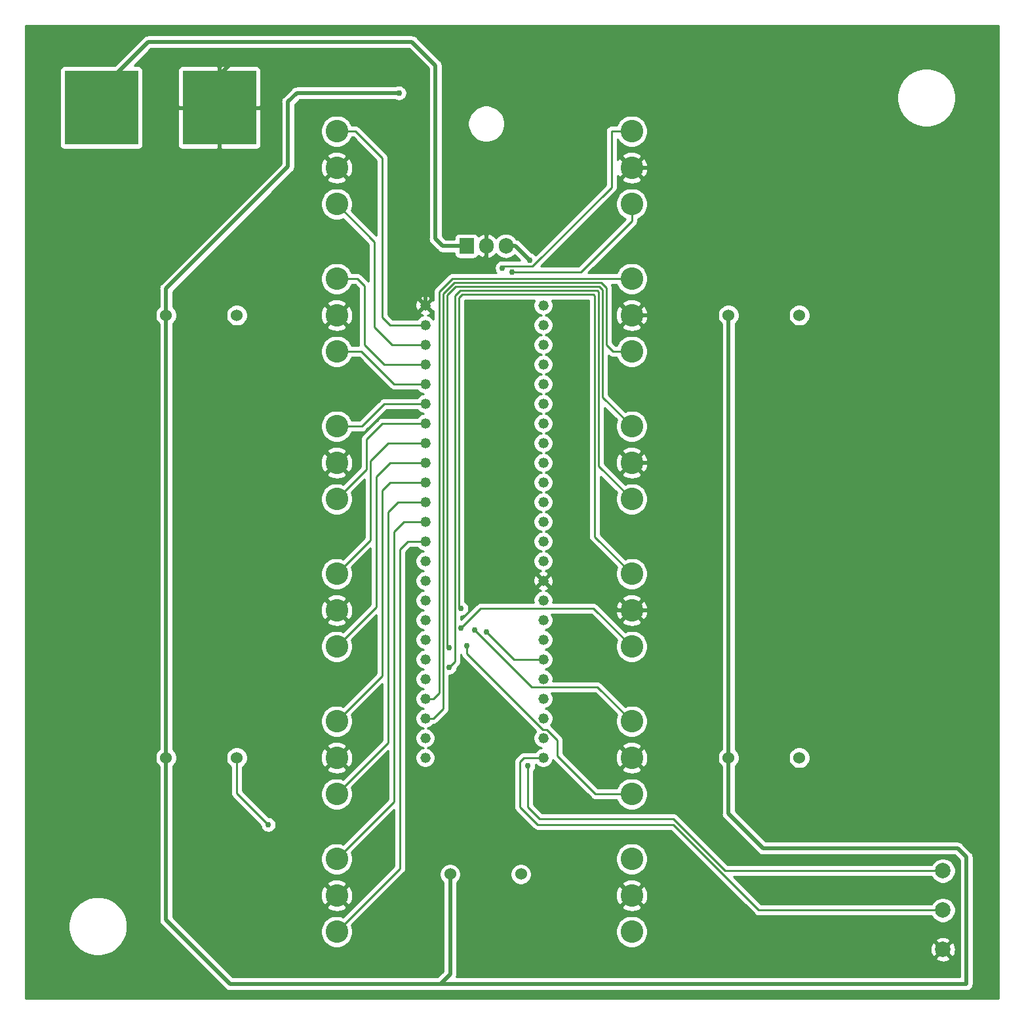
<source format=gbr>
G04 #@! TF.GenerationSoftware,KiCad,Pcbnew,(5.1.6)-1*
G04 #@! TF.CreationDate,2020-11-29T14:51:14-05:00*
G04 #@! TF.ProjectId,Launchbox,4c61756e-6368-4626-9f78-2e6b69636164,Launchbox*
G04 #@! TF.SameCoordinates,Original*
G04 #@! TF.FileFunction,Copper,L1,Top*
G04 #@! TF.FilePolarity,Positive*
%FSLAX46Y46*%
G04 Gerber Fmt 4.6, Leading zero omitted, Abs format (unit mm)*
G04 Created by KiCad (PCBNEW (5.1.6)-1) date 2020-11-29 14:51:14*
%MOMM*%
%LPD*%
G01*
G04 APERTURE LIST*
G04 #@! TA.AperFunction,ComponentPad*
%ADD10C,1.320800*%
G04 #@! TD*
G04 #@! TA.AperFunction,ComponentPad*
%ADD11C,2.921000*%
G04 #@! TD*
G04 #@! TA.AperFunction,SMDPad,CuDef*
%ADD12R,9.525000X9.525000*%
G04 #@! TD*
G04 #@! TA.AperFunction,ComponentPad*
%ADD13C,1.524000*%
G04 #@! TD*
G04 #@! TA.AperFunction,ComponentPad*
%ADD14R,1.905000X2.000000*%
G04 #@! TD*
G04 #@! TA.AperFunction,ComponentPad*
%ADD15O,1.905000X2.000000*%
G04 #@! TD*
G04 #@! TA.AperFunction,ComponentPad*
%ADD16C,2.000000*%
G04 #@! TD*
G04 #@! TA.AperFunction,ViaPad*
%ADD17C,0.762000*%
G04 #@! TD*
G04 #@! TA.AperFunction,Conductor*
%ADD18C,0.508000*%
G04 #@! TD*
G04 #@! TA.AperFunction,Conductor*
%ADD19C,0.254000*%
G04 #@! TD*
G04 APERTURE END LIST*
D10*
X96095000Y-130795000D03*
X96095000Y-128255000D03*
X96095000Y-125715000D03*
X96095000Y-123175000D03*
X96095000Y-120635000D03*
X96095000Y-118095000D03*
X96095000Y-115555000D03*
X96095000Y-113015000D03*
X96095000Y-110475000D03*
X96095000Y-107935000D03*
X96095000Y-105395000D03*
X96095000Y-102855000D03*
X96095000Y-100315000D03*
X96095000Y-97775000D03*
X96095000Y-95235000D03*
X96095000Y-92695000D03*
X96095000Y-90155000D03*
X96095000Y-87615000D03*
X96095000Y-85075000D03*
X96095000Y-82535000D03*
X96095000Y-79995000D03*
X96095000Y-77455000D03*
X96095000Y-74915000D03*
X96095000Y-72375000D03*
X111335000Y-130795000D03*
X111335000Y-128255000D03*
X111335000Y-125715000D03*
X111335000Y-123175000D03*
X111335000Y-120635000D03*
X111335000Y-118095000D03*
X111335000Y-115555000D03*
X111335000Y-113015000D03*
X111335000Y-110475000D03*
X111335000Y-107935000D03*
X111335000Y-105395000D03*
X111335000Y-102855000D03*
X111335000Y-100315000D03*
X111335000Y-97775000D03*
X111335000Y-95235000D03*
X111335000Y-92695000D03*
X111335000Y-90155000D03*
X111335000Y-87615000D03*
X111335000Y-85075000D03*
X111335000Y-82535000D03*
X111335000Y-79995000D03*
X111335000Y-77455000D03*
X111335000Y-74915000D03*
X111335000Y-72375000D03*
D11*
X122765000Y-78344000D03*
X122765000Y-73645000D03*
X122765000Y-68946000D03*
D12*
X54275000Y-46835000D03*
X69515000Y-46835000D03*
D11*
X84665000Y-49896000D03*
X84665000Y-54595000D03*
X84665000Y-59294000D03*
X84665000Y-78344000D03*
X84665000Y-73645000D03*
X84665000Y-68946000D03*
X84665000Y-87996000D03*
X84665000Y-92695000D03*
X84665000Y-97394000D03*
X84665000Y-116444000D03*
X84665000Y-111745000D03*
X84665000Y-107046000D03*
X84665000Y-126096000D03*
X84665000Y-130795000D03*
X84665000Y-135494000D03*
X84665000Y-153274000D03*
X84665000Y-148575000D03*
X84665000Y-143876000D03*
X122765000Y-135494000D03*
X122765000Y-130795000D03*
X122765000Y-126096000D03*
X122765000Y-107046000D03*
X122765000Y-111745000D03*
X122765000Y-116444000D03*
X122765000Y-87996000D03*
X122765000Y-92695000D03*
X122765000Y-97394000D03*
X122765000Y-49896000D03*
X122765000Y-54595000D03*
X122765000Y-59294000D03*
X122765000Y-143876000D03*
X122765000Y-148575000D03*
X122765000Y-153274000D03*
D13*
X99321000Y-145835000D03*
X108465000Y-145835000D03*
X62611000Y-73660000D03*
X71755000Y-73660000D03*
X71755000Y-130810000D03*
X62611000Y-130810000D03*
X144399000Y-130810000D03*
X135255000Y-130810000D03*
X135255000Y-73660000D03*
X144399000Y-73660000D03*
D14*
X101440000Y-64710000D03*
D15*
X103980000Y-64710000D03*
X106520000Y-64710000D03*
D16*
X162965000Y-145400000D03*
X162965000Y-150480000D03*
X162965000Y-155560000D03*
D17*
X128016000Y-123571000D03*
X101473000Y-116332000D03*
X102489000Y-114300000D03*
X100711001Y-111506000D03*
X100711001Y-114046000D03*
X99187000Y-119126000D03*
X99187000Y-116586000D03*
X106045000Y-67564000D03*
X107315000Y-68072000D03*
X109601000Y-66548000D03*
X92710000Y-44958000D03*
X104013000Y-114554000D03*
X75819000Y-139446000D03*
X109347000Y-131826000D03*
D18*
X54275000Y-46835000D02*
X54275000Y-44404000D01*
X54275000Y-44404000D02*
X60325000Y-38354000D01*
X60325000Y-38354000D02*
X94361000Y-38354000D01*
X94361000Y-38354000D02*
X97409000Y-41402000D01*
X97409000Y-41402000D02*
X97409000Y-63754000D01*
X98365000Y-64710000D02*
X101440000Y-64710000D01*
X97409000Y-63754000D02*
X98365000Y-64710000D01*
X69515000Y-46835000D02*
X69515000Y-42626000D01*
X69515000Y-42626000D02*
X72009000Y-40132000D01*
X72009000Y-40132000D02*
X93345000Y-40132000D01*
X93345000Y-40132000D02*
X95631000Y-42418000D01*
X95631000Y-42418000D02*
X95631000Y-65024000D01*
X95631000Y-65024000D02*
X97663000Y-67056000D01*
X97663000Y-67056000D02*
X102997000Y-67056000D01*
X103980000Y-66073000D02*
X103980000Y-64710000D01*
X102997000Y-67056000D02*
X103980000Y-66073000D01*
X96095000Y-72375000D02*
X96095000Y-68624000D01*
X96095000Y-68624000D02*
X97663000Y-67056000D01*
X128016000Y-123571000D02*
X128524000Y-123063000D01*
X125715000Y-54595000D02*
X122765000Y-54595000D01*
X128524000Y-57404000D02*
X125715000Y-54595000D01*
X128255000Y-73645000D02*
X128524000Y-73914000D01*
X122765000Y-73645000D02*
X128255000Y-73645000D01*
X128524000Y-73914000D02*
X128524000Y-57404000D01*
X128285000Y-92695000D02*
X128524000Y-92456000D01*
X122765000Y-92695000D02*
X128285000Y-92695000D01*
X128524000Y-92456000D02*
X128524000Y-73914000D01*
X127620000Y-111745000D02*
X128524000Y-112649000D01*
X122765000Y-111745000D02*
X127620000Y-111745000D01*
X128524000Y-123063000D02*
X128524000Y-112649000D01*
X128524000Y-112649000D02*
X128524000Y-92456000D01*
X111335000Y-107935000D02*
X113128000Y-109728000D01*
X120979382Y-111745000D02*
X122765000Y-111745000D01*
X118962382Y-109728000D02*
X120979382Y-111745000D01*
X113128000Y-109728000D02*
X118962382Y-109728000D01*
D19*
X84665000Y-49896000D02*
X87107000Y-49896000D01*
X87107000Y-49896000D02*
X90551000Y-53340000D01*
X90551000Y-53340000D02*
X90551000Y-73914000D01*
X91552000Y-74915000D02*
X96095000Y-74915000D01*
X90551000Y-73914000D02*
X91552000Y-74915000D01*
X84665000Y-59294000D02*
X89535000Y-64164000D01*
X89535000Y-64164000D02*
X89535000Y-75184000D01*
X91806000Y-77455000D02*
X96095000Y-77455000D01*
X89535000Y-75184000D02*
X91806000Y-77455000D01*
X84665000Y-68946000D02*
X87361000Y-68946000D01*
X87361000Y-68946000D02*
X88265000Y-69850000D01*
X88265000Y-69850000D02*
X88265000Y-77470000D01*
X88265000Y-77470000D02*
X90805000Y-80010000D01*
X96080000Y-80010000D02*
X96095000Y-79995000D01*
X90805000Y-80010000D02*
X96080000Y-80010000D01*
X84665000Y-78344000D02*
X87869000Y-78344000D01*
X92060000Y-82535000D02*
X96095000Y-82535000D01*
X87869000Y-78344000D02*
X92060000Y-82535000D01*
X84665000Y-97394000D02*
X88519000Y-93540000D01*
X88519000Y-93540000D02*
X88519000Y-89662000D01*
X90566000Y-87615000D02*
X96095000Y-87615000D01*
X88519000Y-89662000D02*
X90566000Y-87615000D01*
X84665000Y-87996000D02*
X87899000Y-87996000D01*
X90820000Y-85075000D02*
X96095000Y-85075000D01*
X87899000Y-87996000D02*
X90820000Y-85075000D01*
X91328000Y-90155000D02*
X96095000Y-90155000D01*
X89027010Y-92455990D02*
X91328000Y-90155000D01*
X84665000Y-107046000D02*
X89027010Y-102683990D01*
X89027010Y-102683990D02*
X89027010Y-92455990D01*
X91582000Y-92695000D02*
X96095000Y-92695000D01*
X89789000Y-94488000D02*
X91582000Y-92695000D01*
X84665000Y-116444000D02*
X89789000Y-111320000D01*
X89789000Y-111320000D02*
X89789000Y-94488000D01*
X84665000Y-143876000D02*
X92075000Y-136466000D01*
X92075000Y-136466000D02*
X92075000Y-101600000D01*
X93360000Y-100315000D02*
X96095000Y-100315000D01*
X92075000Y-101600000D02*
X93360000Y-100315000D01*
X93868000Y-102855000D02*
X96095000Y-102855000D01*
X92837000Y-103886000D02*
X93868000Y-102855000D01*
X84665000Y-153274000D02*
X92837000Y-145102000D01*
X92837000Y-145102000D02*
X92837000Y-103886000D01*
X122765000Y-135494000D02*
X119649000Y-135494000D01*
X119649000Y-135494000D02*
X118095000Y-135494000D01*
X118095000Y-135494000D02*
X113157000Y-130556000D01*
X113157000Y-128535726D02*
X111834873Y-127213599D01*
X113157000Y-130556000D02*
X113157000Y-128535726D01*
X111292325Y-127213599D02*
X101473000Y-117394274D01*
X101473000Y-117394274D02*
X101473000Y-116332000D01*
X111834873Y-127213599D02*
X111292325Y-127213599D01*
X109865401Y-121676401D02*
X102489000Y-114300000D01*
X122765000Y-126096000D02*
X118345401Y-121676401D01*
X118345401Y-121676401D02*
X109865401Y-121676401D01*
X122765000Y-107046000D02*
X117982970Y-102263970D01*
X117982970Y-102263970D02*
X117982970Y-82561696D01*
X117982970Y-71119970D02*
X117841040Y-70978040D01*
X117982970Y-82561696D02*
X117982970Y-71119970D01*
X100852960Y-70978040D02*
X100457011Y-71373989D01*
X117841040Y-70978040D02*
X100852960Y-70978040D01*
X100457011Y-71373989D02*
X100457011Y-111252010D01*
X100457011Y-111252010D02*
X100711001Y-111506000D01*
X103240600Y-111516401D02*
X100711001Y-114046000D01*
X122765000Y-116444000D02*
X117837401Y-111516401D01*
X117837401Y-111516401D02*
X103240600Y-111516401D01*
X99949001Y-118363999D02*
X99187000Y-119126000D01*
X118490980Y-93119980D02*
X118490980Y-70611980D01*
X122765000Y-97394000D02*
X118490980Y-93119980D01*
X118490980Y-70611980D02*
X118349030Y-70470030D01*
X118349030Y-70470030D02*
X100598970Y-70470030D01*
X99949001Y-71120001D02*
X99949001Y-118363999D01*
X100598970Y-70470030D02*
X99949001Y-71120001D01*
X122765000Y-87996000D02*
X118998990Y-84229990D01*
X118998990Y-70357990D02*
X118603020Y-69962020D01*
X118998990Y-84229990D02*
X118998990Y-70357990D01*
X118603020Y-69962020D02*
X100047414Y-69962020D01*
X100047414Y-69962020D02*
X98933010Y-71076424D01*
X98933010Y-71076424D02*
X98933010Y-116332010D01*
X98933010Y-116332010D02*
X99187000Y-116586000D01*
X122765000Y-78344000D02*
X120381000Y-78344000D01*
X120381000Y-78344000D02*
X119507000Y-77470000D01*
X119507000Y-70104000D02*
X118857010Y-69454010D01*
X119507000Y-77470000D02*
X119507000Y-70104000D01*
X99836990Y-69454010D02*
X98425000Y-70866000D01*
X118857010Y-69454010D02*
X99836990Y-69454010D01*
X98425000Y-70866000D02*
X98425000Y-124460000D01*
X97170000Y-125715000D02*
X96095000Y-125715000D01*
X98425000Y-124460000D02*
X97170000Y-125715000D01*
X122765000Y-68946000D02*
X99583000Y-68946000D01*
X99583000Y-68946000D02*
X97917000Y-70612000D01*
X97917000Y-70612000D02*
X97917000Y-122428000D01*
X97170000Y-123175000D02*
X96095000Y-123175000D01*
X97917000Y-122428000D02*
X97170000Y-123175000D01*
X122765000Y-49896000D02*
X120157000Y-49896000D01*
X106299000Y-67310000D02*
X106045000Y-67564000D01*
X109966762Y-67310000D02*
X106299000Y-67310000D01*
X120157000Y-49896000D02*
X120157000Y-57119762D01*
X120157000Y-57119762D02*
X109966762Y-67310000D01*
X122765000Y-59294000D02*
X122765000Y-61512000D01*
X122765000Y-61512000D02*
X116966999Y-67310001D01*
X116966999Y-67310001D02*
X116713000Y-67564000D01*
X116713000Y-67564000D02*
X116205000Y-68072000D01*
X116205000Y-68072000D02*
X107315000Y-68072000D01*
D18*
X106520000Y-64710000D02*
X107763000Y-64710000D01*
X107763000Y-64710000D02*
X109601000Y-66548000D01*
X135255000Y-73660000D02*
X135255000Y-130810000D01*
X62611000Y-151765000D02*
X62611000Y-130810000D01*
X70866000Y-160020000D02*
X62611000Y-151765000D01*
X135255000Y-138049000D02*
X139700000Y-142494000D01*
X139700000Y-142494000D02*
X164846000Y-142494000D01*
X164846000Y-142494000D02*
X165989000Y-143637000D01*
X135255000Y-130810000D02*
X135255000Y-138049000D01*
X165989000Y-143637000D02*
X165989000Y-160020000D01*
X62611000Y-130810000D02*
X62611000Y-73660000D01*
X62611000Y-73660000D02*
X62611000Y-70231000D01*
X62611000Y-70231000D02*
X78359000Y-54483000D01*
X78359000Y-54483000D02*
X78359000Y-46101000D01*
X78359000Y-46101000D02*
X79502000Y-44958000D01*
X79502000Y-44958000D02*
X92710000Y-44958000D01*
X99321000Y-158743000D02*
X98044000Y-160020000D01*
X165989000Y-160020000D02*
X98044000Y-160020000D01*
X99321000Y-145835000D02*
X99321000Y-158743000D01*
X98044000Y-160020000D02*
X70866000Y-160020000D01*
D19*
X104013000Y-114554000D02*
X107569000Y-118110000D01*
X111320000Y-118110000D02*
X111335000Y-118095000D01*
X107569000Y-118110000D02*
X111320000Y-118110000D01*
X71755000Y-130810000D02*
X71755000Y-135382000D01*
X71755000Y-135382000D02*
X75819000Y-139446000D01*
X162965000Y-150480000D02*
X139177000Y-150480000D01*
X139177000Y-150480000D02*
X128143000Y-139446000D01*
X128143000Y-139446000D02*
X110617000Y-139446000D01*
X110617000Y-139446000D02*
X108331000Y-137160000D01*
X108331000Y-137160000D02*
X108331000Y-131318000D01*
X108854000Y-130795000D02*
X111335000Y-130795000D01*
X108331000Y-131318000D02*
X108854000Y-130795000D01*
X162965000Y-145400000D02*
X134859000Y-145400000D01*
X134859000Y-145400000D02*
X128143000Y-138684000D01*
X128143000Y-138684000D02*
X111379000Y-138684000D01*
X111379000Y-138684000D02*
X110871000Y-138684000D01*
X110871000Y-138684000D02*
X109347000Y-137160000D01*
X109347000Y-137160000D02*
X109347000Y-131826000D01*
X84665000Y-126096000D02*
X90551000Y-120210000D01*
X90551000Y-120210000D02*
X90551000Y-96266000D01*
X91582000Y-95235000D02*
X96095000Y-95235000D01*
X90551000Y-96266000D02*
X91582000Y-95235000D01*
X84665000Y-135494000D02*
X91313000Y-128846000D01*
X91313000Y-128846000D02*
X91313000Y-99060000D01*
X92598000Y-97775000D02*
X96095000Y-97775000D01*
X91313000Y-99060000D02*
X92598000Y-97775000D01*
G36*
X170167301Y-161912300D02*
G01*
X44462700Y-161912300D01*
X44462700Y-152183350D01*
X49990804Y-152183350D01*
X49990804Y-152936650D01*
X50137765Y-153675477D01*
X50426041Y-154371436D01*
X50844553Y-154997783D01*
X51377217Y-155530447D01*
X52003564Y-155948959D01*
X52699523Y-156237235D01*
X53438350Y-156384196D01*
X54191650Y-156384196D01*
X54930477Y-156237235D01*
X55626436Y-155948959D01*
X56252783Y-155530447D01*
X56785447Y-154997783D01*
X57203959Y-154371436D01*
X57492235Y-153675477D01*
X57639196Y-152936650D01*
X57639196Y-152183350D01*
X57492235Y-151444523D01*
X57203959Y-150748564D01*
X56785447Y-150122217D01*
X56252783Y-149589553D01*
X55626436Y-149171041D01*
X54930477Y-148882765D01*
X54191650Y-148735804D01*
X53438350Y-148735804D01*
X52699523Y-148882765D01*
X52003564Y-149171041D01*
X51377217Y-149589553D01*
X50844553Y-150122217D01*
X50426041Y-150748564D01*
X50137765Y-151444523D01*
X49990804Y-152183350D01*
X44462700Y-152183350D01*
X44462700Y-73522408D01*
X61214000Y-73522408D01*
X61214000Y-73797592D01*
X61267686Y-74067490D01*
X61372995Y-74321727D01*
X61525880Y-74550535D01*
X61720465Y-74745120D01*
X61722001Y-74746146D01*
X61722000Y-129723854D01*
X61720465Y-129724880D01*
X61525880Y-129919465D01*
X61372995Y-130148273D01*
X61267686Y-130402510D01*
X61214000Y-130672408D01*
X61214000Y-130947592D01*
X61267686Y-131217490D01*
X61372995Y-131471727D01*
X61525880Y-131700535D01*
X61720465Y-131895120D01*
X61722001Y-131896146D01*
X61722000Y-151721340D01*
X61717700Y-151765000D01*
X61722000Y-151808660D01*
X61722000Y-151808666D01*
X61734864Y-151939273D01*
X61785697Y-152106850D01*
X61868247Y-152261290D01*
X61979341Y-152396659D01*
X62013264Y-152424499D01*
X70206506Y-160617742D01*
X70234341Y-160651659D01*
X70369709Y-160762753D01*
X70524149Y-160845303D01*
X70618758Y-160874002D01*
X70691725Y-160896136D01*
X70708325Y-160897771D01*
X70822333Y-160909000D01*
X70822340Y-160909000D01*
X70866000Y-160913300D01*
X70909660Y-160909000D01*
X98000340Y-160909000D01*
X98044000Y-160913300D01*
X98087660Y-160909000D01*
X165945333Y-160909000D01*
X165989000Y-160913301D01*
X166032667Y-160909000D01*
X166163274Y-160896136D01*
X166330851Y-160845303D01*
X166485291Y-160762753D01*
X166620659Y-160651659D01*
X166731753Y-160516291D01*
X166814303Y-160361851D01*
X166865136Y-160194274D01*
X166882301Y-160020000D01*
X166878000Y-159976333D01*
X166878000Y-143680659D01*
X166882300Y-143636999D01*
X166878000Y-143593334D01*
X166878000Y-143593333D01*
X166865136Y-143462726D01*
X166865136Y-143462724D01*
X166821630Y-143319303D01*
X166814303Y-143295149D01*
X166731753Y-143140709D01*
X166620659Y-143005341D01*
X166586743Y-142977507D01*
X165505499Y-141896264D01*
X165477659Y-141862341D01*
X165342291Y-141751247D01*
X165187851Y-141668697D01*
X165020274Y-141617864D01*
X164889667Y-141605000D01*
X164889660Y-141605000D01*
X164846000Y-141600700D01*
X164802340Y-141605000D01*
X140068235Y-141605000D01*
X136144000Y-137680765D01*
X136144000Y-131896146D01*
X136145535Y-131895120D01*
X136340120Y-131700535D01*
X136493005Y-131471727D01*
X136598314Y-131217490D01*
X136652000Y-130947592D01*
X136652000Y-130672408D01*
X143002000Y-130672408D01*
X143002000Y-130947592D01*
X143055686Y-131217490D01*
X143160995Y-131471727D01*
X143313880Y-131700535D01*
X143508465Y-131895120D01*
X143737273Y-132048005D01*
X143991510Y-132153314D01*
X144261408Y-132207000D01*
X144536592Y-132207000D01*
X144806490Y-132153314D01*
X145060727Y-132048005D01*
X145289535Y-131895120D01*
X145484120Y-131700535D01*
X145637005Y-131471727D01*
X145742314Y-131217490D01*
X145796000Y-130947592D01*
X145796000Y-130672408D01*
X145742314Y-130402510D01*
X145637005Y-130148273D01*
X145484120Y-129919465D01*
X145289535Y-129724880D01*
X145060727Y-129571995D01*
X144806490Y-129466686D01*
X144536592Y-129413000D01*
X144261408Y-129413000D01*
X143991510Y-129466686D01*
X143737273Y-129571995D01*
X143508465Y-129724880D01*
X143313880Y-129919465D01*
X143160995Y-130148273D01*
X143055686Y-130402510D01*
X143002000Y-130672408D01*
X136652000Y-130672408D01*
X136598314Y-130402510D01*
X136493005Y-130148273D01*
X136340120Y-129919465D01*
X136145535Y-129724880D01*
X136144000Y-129723854D01*
X136144000Y-74746146D01*
X136145535Y-74745120D01*
X136340120Y-74550535D01*
X136493005Y-74321727D01*
X136598314Y-74067490D01*
X136652000Y-73797592D01*
X136652000Y-73522408D01*
X143002000Y-73522408D01*
X143002000Y-73797592D01*
X143055686Y-74067490D01*
X143160995Y-74321727D01*
X143313880Y-74550535D01*
X143508465Y-74745120D01*
X143737273Y-74898005D01*
X143991510Y-75003314D01*
X144261408Y-75057000D01*
X144536592Y-75057000D01*
X144806490Y-75003314D01*
X145060727Y-74898005D01*
X145289535Y-74745120D01*
X145484120Y-74550535D01*
X145637005Y-74321727D01*
X145742314Y-74067490D01*
X145796000Y-73797592D01*
X145796000Y-73522408D01*
X145742314Y-73252510D01*
X145637005Y-72998273D01*
X145484120Y-72769465D01*
X145289535Y-72574880D01*
X145060727Y-72421995D01*
X144806490Y-72316686D01*
X144536592Y-72263000D01*
X144261408Y-72263000D01*
X143991510Y-72316686D01*
X143737273Y-72421995D01*
X143508465Y-72574880D01*
X143313880Y-72769465D01*
X143160995Y-72998273D01*
X143055686Y-73252510D01*
X143002000Y-73522408D01*
X136652000Y-73522408D01*
X136598314Y-73252510D01*
X136493005Y-72998273D01*
X136340120Y-72769465D01*
X136145535Y-72574880D01*
X135916727Y-72421995D01*
X135662490Y-72316686D01*
X135392592Y-72263000D01*
X135117408Y-72263000D01*
X134847510Y-72316686D01*
X134593273Y-72421995D01*
X134364465Y-72574880D01*
X134169880Y-72769465D01*
X134016995Y-72998273D01*
X133911686Y-73252510D01*
X133858000Y-73522408D01*
X133858000Y-73797592D01*
X133911686Y-74067490D01*
X134016995Y-74321727D01*
X134169880Y-74550535D01*
X134364465Y-74745120D01*
X134366000Y-74746146D01*
X134366001Y-129723854D01*
X134364465Y-129724880D01*
X134169880Y-129919465D01*
X134016995Y-130148273D01*
X133911686Y-130402510D01*
X133858000Y-130672408D01*
X133858000Y-130947592D01*
X133911686Y-131217490D01*
X134016995Y-131471727D01*
X134169880Y-131700535D01*
X134364465Y-131895120D01*
X134366000Y-131896146D01*
X134366001Y-138005330D01*
X134361700Y-138049000D01*
X134378864Y-138223274D01*
X134429698Y-138390852D01*
X134471493Y-138469044D01*
X134512248Y-138545291D01*
X134623342Y-138680659D01*
X134657259Y-138708494D01*
X139040501Y-143091736D01*
X139068341Y-143125659D01*
X139203709Y-143236753D01*
X139358149Y-143319303D01*
X139424058Y-143339296D01*
X139525724Y-143370136D01*
X139558924Y-143373406D01*
X139656333Y-143383000D01*
X139656339Y-143383000D01*
X139699999Y-143387300D01*
X139743659Y-143383000D01*
X164477765Y-143383000D01*
X165100000Y-144005236D01*
X165100001Y-159131000D01*
X100121636Y-159131000D01*
X100146303Y-159084851D01*
X100197136Y-158917274D01*
X100210000Y-158786667D01*
X100210000Y-158786660D01*
X100214300Y-158743000D01*
X100210000Y-158699340D01*
X100210000Y-156695413D01*
X162009192Y-156695413D01*
X162104956Y-156959814D01*
X162394571Y-157100704D01*
X162706108Y-157182384D01*
X163027595Y-157201718D01*
X163346675Y-157157961D01*
X163651088Y-157052795D01*
X163825044Y-156959814D01*
X163920808Y-156695413D01*
X162965000Y-155739605D01*
X162009192Y-156695413D01*
X100210000Y-156695413D01*
X100210000Y-155622595D01*
X161323282Y-155622595D01*
X161367039Y-155941675D01*
X161472205Y-156246088D01*
X161565186Y-156420044D01*
X161829587Y-156515808D01*
X162785395Y-155560000D01*
X163144605Y-155560000D01*
X164100413Y-156515808D01*
X164364814Y-156420044D01*
X164505704Y-156130429D01*
X164587384Y-155818892D01*
X164606718Y-155497405D01*
X164562961Y-155178325D01*
X164457795Y-154873912D01*
X164364814Y-154699956D01*
X164100413Y-154604192D01*
X163144605Y-155560000D01*
X162785395Y-155560000D01*
X161829587Y-154604192D01*
X161565186Y-154699956D01*
X161424296Y-154989571D01*
X161342616Y-155301108D01*
X161323282Y-155622595D01*
X100210000Y-155622595D01*
X100210000Y-153067611D01*
X120669500Y-153067611D01*
X120669500Y-153480389D01*
X120750029Y-153885235D01*
X120907992Y-154266591D01*
X121137319Y-154609803D01*
X121429197Y-154901681D01*
X121772409Y-155131008D01*
X122153765Y-155288971D01*
X122558611Y-155369500D01*
X122971389Y-155369500D01*
X123376235Y-155288971D01*
X123757591Y-155131008D01*
X124100803Y-154901681D01*
X124392681Y-154609803D01*
X124516438Y-154424587D01*
X162009192Y-154424587D01*
X162965000Y-155380395D01*
X163920808Y-154424587D01*
X163825044Y-154160186D01*
X163535429Y-154019296D01*
X163223892Y-153937616D01*
X162902405Y-153918282D01*
X162583325Y-153962039D01*
X162278912Y-154067205D01*
X162104956Y-154160186D01*
X162009192Y-154424587D01*
X124516438Y-154424587D01*
X124622008Y-154266591D01*
X124779971Y-153885235D01*
X124860500Y-153480389D01*
X124860500Y-153067611D01*
X124779971Y-152662765D01*
X124622008Y-152281409D01*
X124392681Y-151938197D01*
X124100803Y-151646319D01*
X123757591Y-151416992D01*
X123376235Y-151259029D01*
X122971389Y-151178500D01*
X122558611Y-151178500D01*
X122153765Y-151259029D01*
X121772409Y-151416992D01*
X121429197Y-151646319D01*
X121137319Y-151938197D01*
X120907992Y-152281409D01*
X120750029Y-152662765D01*
X120669500Y-153067611D01*
X100210000Y-153067611D01*
X100210000Y-150038529D01*
X121481077Y-150038529D01*
X121632334Y-150350045D01*
X122000393Y-150536910D01*
X122397834Y-150648381D01*
X122809386Y-150680172D01*
X123219231Y-150631063D01*
X123611621Y-150502940D01*
X123897666Y-150350045D01*
X124048923Y-150038529D01*
X122765000Y-148754605D01*
X121481077Y-150038529D01*
X100210000Y-150038529D01*
X100210000Y-148619386D01*
X120659828Y-148619386D01*
X120708937Y-149029231D01*
X120837060Y-149421621D01*
X120989955Y-149707666D01*
X121301471Y-149858923D01*
X122585395Y-148575000D01*
X122944605Y-148575000D01*
X124228529Y-149858923D01*
X124540045Y-149707666D01*
X124726910Y-149339607D01*
X124838381Y-148942166D01*
X124870172Y-148530614D01*
X124821063Y-148120769D01*
X124692940Y-147728379D01*
X124540045Y-147442334D01*
X124228529Y-147291077D01*
X122944605Y-148575000D01*
X122585395Y-148575000D01*
X121301471Y-147291077D01*
X120989955Y-147442334D01*
X120803090Y-147810393D01*
X120691619Y-148207834D01*
X120659828Y-148619386D01*
X100210000Y-148619386D01*
X100210000Y-146921146D01*
X100211535Y-146920120D01*
X100406120Y-146725535D01*
X100559005Y-146496727D01*
X100664314Y-146242490D01*
X100718000Y-145972592D01*
X100718000Y-145697408D01*
X107068000Y-145697408D01*
X107068000Y-145972592D01*
X107121686Y-146242490D01*
X107226995Y-146496727D01*
X107379880Y-146725535D01*
X107574465Y-146920120D01*
X107803273Y-147073005D01*
X108057510Y-147178314D01*
X108327408Y-147232000D01*
X108602592Y-147232000D01*
X108872490Y-147178314D01*
X109033862Y-147111471D01*
X121481077Y-147111471D01*
X122765000Y-148395395D01*
X124048923Y-147111471D01*
X123897666Y-146799955D01*
X123529607Y-146613090D01*
X123132166Y-146501619D01*
X122720614Y-146469828D01*
X122310769Y-146518937D01*
X121918379Y-146647060D01*
X121632334Y-146799955D01*
X121481077Y-147111471D01*
X109033862Y-147111471D01*
X109126727Y-147073005D01*
X109355535Y-146920120D01*
X109550120Y-146725535D01*
X109703005Y-146496727D01*
X109808314Y-146242490D01*
X109862000Y-145972592D01*
X109862000Y-145697408D01*
X109808314Y-145427510D01*
X109703005Y-145173273D01*
X109550120Y-144944465D01*
X109355535Y-144749880D01*
X109126727Y-144596995D01*
X108872490Y-144491686D01*
X108602592Y-144438000D01*
X108327408Y-144438000D01*
X108057510Y-144491686D01*
X107803273Y-144596995D01*
X107574465Y-144749880D01*
X107379880Y-144944465D01*
X107226995Y-145173273D01*
X107121686Y-145427510D01*
X107068000Y-145697408D01*
X100718000Y-145697408D01*
X100664314Y-145427510D01*
X100559005Y-145173273D01*
X100406120Y-144944465D01*
X100211535Y-144749880D01*
X99982727Y-144596995D01*
X99728490Y-144491686D01*
X99458592Y-144438000D01*
X99183408Y-144438000D01*
X98913510Y-144491686D01*
X98659273Y-144596995D01*
X98430465Y-144749880D01*
X98235880Y-144944465D01*
X98082995Y-145173273D01*
X97977686Y-145427510D01*
X97924000Y-145697408D01*
X97924000Y-145972592D01*
X97977686Y-146242490D01*
X98082995Y-146496727D01*
X98235880Y-146725535D01*
X98430465Y-146920120D01*
X98432000Y-146921146D01*
X98432001Y-158374763D01*
X97675765Y-159131000D01*
X71234236Y-159131000D01*
X63500000Y-151396765D01*
X63500000Y-150038529D01*
X83381077Y-150038529D01*
X83532334Y-150350045D01*
X83900393Y-150536910D01*
X84297834Y-150648381D01*
X84709386Y-150680172D01*
X85119231Y-150631063D01*
X85511621Y-150502940D01*
X85797666Y-150350045D01*
X85948923Y-150038529D01*
X84665000Y-148754605D01*
X83381077Y-150038529D01*
X63500000Y-150038529D01*
X63500000Y-148619386D01*
X82559828Y-148619386D01*
X82608937Y-149029231D01*
X82737060Y-149421621D01*
X82889955Y-149707666D01*
X83201471Y-149858923D01*
X84485395Y-148575000D01*
X84844605Y-148575000D01*
X86128529Y-149858923D01*
X86440045Y-149707666D01*
X86626910Y-149339607D01*
X86738381Y-148942166D01*
X86770172Y-148530614D01*
X86721063Y-148120769D01*
X86592940Y-147728379D01*
X86440045Y-147442334D01*
X86128529Y-147291077D01*
X84844605Y-148575000D01*
X84485395Y-148575000D01*
X83201471Y-147291077D01*
X82889955Y-147442334D01*
X82703090Y-147810393D01*
X82591619Y-148207834D01*
X82559828Y-148619386D01*
X63500000Y-148619386D01*
X63500000Y-147111471D01*
X83381077Y-147111471D01*
X84665000Y-148395395D01*
X85948923Y-147111471D01*
X85797666Y-146799955D01*
X85429607Y-146613090D01*
X85032166Y-146501619D01*
X84620614Y-146469828D01*
X84210769Y-146518937D01*
X83818379Y-146647060D01*
X83532334Y-146799955D01*
X83381077Y-147111471D01*
X63500000Y-147111471D01*
X63500000Y-131896146D01*
X63501535Y-131895120D01*
X63696120Y-131700535D01*
X63849005Y-131471727D01*
X63954314Y-131217490D01*
X64008000Y-130947592D01*
X64008000Y-130672408D01*
X70358000Y-130672408D01*
X70358000Y-130947592D01*
X70411686Y-131217490D01*
X70516995Y-131471727D01*
X70669880Y-131700535D01*
X70864465Y-131895120D01*
X70993000Y-131981005D01*
X70993001Y-135344567D01*
X70989314Y-135382000D01*
X71004027Y-135531378D01*
X71047599Y-135675015D01*
X71118355Y-135807392D01*
X71136381Y-135829356D01*
X71213579Y-135923422D01*
X71242649Y-135947279D01*
X74803000Y-139507631D01*
X74803000Y-139546067D01*
X74842044Y-139742356D01*
X74918632Y-139927256D01*
X75029821Y-140093662D01*
X75171338Y-140235179D01*
X75337744Y-140346368D01*
X75522644Y-140422956D01*
X75718933Y-140462000D01*
X75919067Y-140462000D01*
X76115356Y-140422956D01*
X76300256Y-140346368D01*
X76466662Y-140235179D01*
X76608179Y-140093662D01*
X76719368Y-139927256D01*
X76795956Y-139742356D01*
X76835000Y-139546067D01*
X76835000Y-139345933D01*
X76795956Y-139149644D01*
X76719368Y-138964744D01*
X76608179Y-138798338D01*
X76466662Y-138656821D01*
X76300256Y-138545632D01*
X76115356Y-138469044D01*
X75919067Y-138430000D01*
X75880631Y-138430000D01*
X72517000Y-135066370D01*
X72517000Y-132258529D01*
X83381077Y-132258529D01*
X83532334Y-132570045D01*
X83900393Y-132756910D01*
X84297834Y-132868381D01*
X84709386Y-132900172D01*
X85119231Y-132851063D01*
X85511621Y-132722940D01*
X85797666Y-132570045D01*
X85948923Y-132258529D01*
X84665000Y-130974605D01*
X83381077Y-132258529D01*
X72517000Y-132258529D01*
X72517000Y-131981005D01*
X72645535Y-131895120D01*
X72840120Y-131700535D01*
X72993005Y-131471727D01*
X73098314Y-131217490D01*
X73152000Y-130947592D01*
X73152000Y-130839386D01*
X82559828Y-130839386D01*
X82608937Y-131249231D01*
X82737060Y-131641621D01*
X82889955Y-131927666D01*
X83201471Y-132078923D01*
X84485395Y-130795000D01*
X84844605Y-130795000D01*
X86128529Y-132078923D01*
X86440045Y-131927666D01*
X86626910Y-131559607D01*
X86738381Y-131162166D01*
X86770172Y-130750614D01*
X86721063Y-130340769D01*
X86592940Y-129948379D01*
X86440045Y-129662334D01*
X86128529Y-129511077D01*
X84844605Y-130795000D01*
X84485395Y-130795000D01*
X83201471Y-129511077D01*
X82889955Y-129662334D01*
X82703090Y-130030393D01*
X82591619Y-130427834D01*
X82559828Y-130839386D01*
X73152000Y-130839386D01*
X73152000Y-130672408D01*
X73098314Y-130402510D01*
X72993005Y-130148273D01*
X72840120Y-129919465D01*
X72645535Y-129724880D01*
X72416727Y-129571995D01*
X72162490Y-129466686D01*
X71892592Y-129413000D01*
X71617408Y-129413000D01*
X71347510Y-129466686D01*
X71093273Y-129571995D01*
X70864465Y-129724880D01*
X70669880Y-129919465D01*
X70516995Y-130148273D01*
X70411686Y-130402510D01*
X70358000Y-130672408D01*
X64008000Y-130672408D01*
X63954314Y-130402510D01*
X63849005Y-130148273D01*
X63696120Y-129919465D01*
X63501535Y-129724880D01*
X63500000Y-129723854D01*
X63500000Y-129331471D01*
X83381077Y-129331471D01*
X84665000Y-130615395D01*
X85948923Y-129331471D01*
X85797666Y-129019955D01*
X85429607Y-128833090D01*
X85032166Y-128721619D01*
X84620614Y-128689828D01*
X84210769Y-128738937D01*
X83818379Y-128867060D01*
X83532334Y-129019955D01*
X83381077Y-129331471D01*
X63500000Y-129331471D01*
X63500000Y-113208529D01*
X83381077Y-113208529D01*
X83532334Y-113520045D01*
X83900393Y-113706910D01*
X84297834Y-113818381D01*
X84709386Y-113850172D01*
X85119231Y-113801063D01*
X85511621Y-113672940D01*
X85797666Y-113520045D01*
X85948923Y-113208529D01*
X84665000Y-111924605D01*
X83381077Y-113208529D01*
X63500000Y-113208529D01*
X63500000Y-111789386D01*
X82559828Y-111789386D01*
X82608937Y-112199231D01*
X82737060Y-112591621D01*
X82889955Y-112877666D01*
X83201471Y-113028923D01*
X84485395Y-111745000D01*
X84844605Y-111745000D01*
X86128529Y-113028923D01*
X86440045Y-112877666D01*
X86626910Y-112509607D01*
X86738381Y-112112166D01*
X86770172Y-111700614D01*
X86721063Y-111290769D01*
X86592940Y-110898379D01*
X86440045Y-110612334D01*
X86128529Y-110461077D01*
X84844605Y-111745000D01*
X84485395Y-111745000D01*
X83201471Y-110461077D01*
X82889955Y-110612334D01*
X82703090Y-110980393D01*
X82591619Y-111377834D01*
X82559828Y-111789386D01*
X63500000Y-111789386D01*
X63500000Y-110281471D01*
X83381077Y-110281471D01*
X84665000Y-111565395D01*
X85948923Y-110281471D01*
X85797666Y-109969955D01*
X85429607Y-109783090D01*
X85032166Y-109671619D01*
X84620614Y-109639828D01*
X84210769Y-109688937D01*
X83818379Y-109817060D01*
X83532334Y-109969955D01*
X83381077Y-110281471D01*
X63500000Y-110281471D01*
X63500000Y-94158529D01*
X83381077Y-94158529D01*
X83532334Y-94470045D01*
X83900393Y-94656910D01*
X84297834Y-94768381D01*
X84709386Y-94800172D01*
X85119231Y-94751063D01*
X85511621Y-94622940D01*
X85797666Y-94470045D01*
X85948923Y-94158529D01*
X84665000Y-92874605D01*
X83381077Y-94158529D01*
X63500000Y-94158529D01*
X63500000Y-92739386D01*
X82559828Y-92739386D01*
X82608937Y-93149231D01*
X82737060Y-93541621D01*
X82889955Y-93827666D01*
X83201471Y-93978923D01*
X84485395Y-92695000D01*
X84844605Y-92695000D01*
X86128529Y-93978923D01*
X86440045Y-93827666D01*
X86626910Y-93459607D01*
X86738381Y-93062166D01*
X86770172Y-92650614D01*
X86721063Y-92240769D01*
X86592940Y-91848379D01*
X86440045Y-91562334D01*
X86128529Y-91411077D01*
X84844605Y-92695000D01*
X84485395Y-92695000D01*
X83201471Y-91411077D01*
X82889955Y-91562334D01*
X82703090Y-91930393D01*
X82591619Y-92327834D01*
X82559828Y-92739386D01*
X63500000Y-92739386D01*
X63500000Y-91231471D01*
X83381077Y-91231471D01*
X84665000Y-92515395D01*
X85948923Y-91231471D01*
X85797666Y-90919955D01*
X85429607Y-90733090D01*
X85032166Y-90621619D01*
X84620614Y-90589828D01*
X84210769Y-90638937D01*
X83818379Y-90767060D01*
X83532334Y-90919955D01*
X83381077Y-91231471D01*
X63500000Y-91231471D01*
X63500000Y-75108529D01*
X83381077Y-75108529D01*
X83532334Y-75420045D01*
X83900393Y-75606910D01*
X84297834Y-75718381D01*
X84709386Y-75750172D01*
X85119231Y-75701063D01*
X85511621Y-75572940D01*
X85797666Y-75420045D01*
X85948923Y-75108529D01*
X84665000Y-73824605D01*
X83381077Y-75108529D01*
X63500000Y-75108529D01*
X63500000Y-74746146D01*
X63501535Y-74745120D01*
X63696120Y-74550535D01*
X63849005Y-74321727D01*
X63954314Y-74067490D01*
X64008000Y-73797592D01*
X64008000Y-73522408D01*
X70358000Y-73522408D01*
X70358000Y-73797592D01*
X70411686Y-74067490D01*
X70516995Y-74321727D01*
X70669880Y-74550535D01*
X70864465Y-74745120D01*
X71093273Y-74898005D01*
X71347510Y-75003314D01*
X71617408Y-75057000D01*
X71892592Y-75057000D01*
X72162490Y-75003314D01*
X72416727Y-74898005D01*
X72645535Y-74745120D01*
X72840120Y-74550535D01*
X72993005Y-74321727D01*
X73098314Y-74067490D01*
X73152000Y-73797592D01*
X73152000Y-73689386D01*
X82559828Y-73689386D01*
X82608937Y-74099231D01*
X82737060Y-74491621D01*
X82889955Y-74777666D01*
X83201471Y-74928923D01*
X84485395Y-73645000D01*
X84844605Y-73645000D01*
X86128529Y-74928923D01*
X86440045Y-74777666D01*
X86626910Y-74409607D01*
X86738381Y-74012166D01*
X86770172Y-73600614D01*
X86721063Y-73190769D01*
X86592940Y-72798379D01*
X86440045Y-72512334D01*
X86128529Y-72361077D01*
X84844605Y-73645000D01*
X84485395Y-73645000D01*
X83201471Y-72361077D01*
X82889955Y-72512334D01*
X82703090Y-72880393D01*
X82591619Y-73277834D01*
X82559828Y-73689386D01*
X73152000Y-73689386D01*
X73152000Y-73522408D01*
X73098314Y-73252510D01*
X72993005Y-72998273D01*
X72840120Y-72769465D01*
X72645535Y-72574880D01*
X72416727Y-72421995D01*
X72162490Y-72316686D01*
X71892592Y-72263000D01*
X71617408Y-72263000D01*
X71347510Y-72316686D01*
X71093273Y-72421995D01*
X70864465Y-72574880D01*
X70669880Y-72769465D01*
X70516995Y-72998273D01*
X70411686Y-73252510D01*
X70358000Y-73522408D01*
X64008000Y-73522408D01*
X63954314Y-73252510D01*
X63849005Y-72998273D01*
X63696120Y-72769465D01*
X63501535Y-72574880D01*
X63500000Y-72573854D01*
X63500000Y-72181471D01*
X83381077Y-72181471D01*
X84665000Y-73465395D01*
X85948923Y-72181471D01*
X85797666Y-71869955D01*
X85429607Y-71683090D01*
X85032166Y-71571619D01*
X84620614Y-71539828D01*
X84210769Y-71588937D01*
X83818379Y-71717060D01*
X83532334Y-71869955D01*
X83381077Y-72181471D01*
X63500000Y-72181471D01*
X63500000Y-70599235D01*
X78040706Y-56058529D01*
X83381077Y-56058529D01*
X83532334Y-56370045D01*
X83900393Y-56556910D01*
X84297834Y-56668381D01*
X84709386Y-56700172D01*
X85119231Y-56651063D01*
X85511621Y-56522940D01*
X85797666Y-56370045D01*
X85948923Y-56058529D01*
X84665000Y-54774605D01*
X83381077Y-56058529D01*
X78040706Y-56058529D01*
X78956743Y-55142493D01*
X78990659Y-55114659D01*
X79101753Y-54979291D01*
X79184303Y-54824851D01*
X79204296Y-54758942D01*
X79235136Y-54657276D01*
X79236898Y-54639386D01*
X82559828Y-54639386D01*
X82608937Y-55049231D01*
X82737060Y-55441621D01*
X82889955Y-55727666D01*
X83201471Y-55878923D01*
X84485395Y-54595000D01*
X84844605Y-54595000D01*
X86128529Y-55878923D01*
X86440045Y-55727666D01*
X86626910Y-55359607D01*
X86738381Y-54962166D01*
X86770172Y-54550614D01*
X86721063Y-54140769D01*
X86592940Y-53748379D01*
X86440045Y-53462334D01*
X86128529Y-53311077D01*
X84844605Y-54595000D01*
X84485395Y-54595000D01*
X83201471Y-53311077D01*
X82889955Y-53462334D01*
X82703090Y-53830393D01*
X82591619Y-54227834D01*
X82559828Y-54639386D01*
X79236898Y-54639386D01*
X79238406Y-54624076D01*
X79248000Y-54526667D01*
X79248000Y-54526661D01*
X79252300Y-54483001D01*
X79248000Y-54439341D01*
X79248000Y-53131471D01*
X83381077Y-53131471D01*
X84665000Y-54415395D01*
X85948923Y-53131471D01*
X85797666Y-52819955D01*
X85429607Y-52633090D01*
X85032166Y-52521619D01*
X84620614Y-52489828D01*
X84210769Y-52538937D01*
X83818379Y-52667060D01*
X83532334Y-52819955D01*
X83381077Y-53131471D01*
X79248000Y-53131471D01*
X79248000Y-49689611D01*
X82569500Y-49689611D01*
X82569500Y-50102389D01*
X82650029Y-50507235D01*
X82807992Y-50888591D01*
X83037319Y-51231803D01*
X83329197Y-51523681D01*
X83672409Y-51753008D01*
X84053765Y-51910971D01*
X84458611Y-51991500D01*
X84871389Y-51991500D01*
X85276235Y-51910971D01*
X85657591Y-51753008D01*
X86000803Y-51523681D01*
X86292681Y-51231803D01*
X86522008Y-50888591D01*
X86617522Y-50658000D01*
X86791370Y-50658000D01*
X89789000Y-53655630D01*
X89789000Y-63340370D01*
X86584457Y-60135826D01*
X86679971Y-59905235D01*
X86760500Y-59500389D01*
X86760500Y-59087611D01*
X86679971Y-58682765D01*
X86522008Y-58301409D01*
X86292681Y-57958197D01*
X86000803Y-57666319D01*
X85657591Y-57436992D01*
X85276235Y-57279029D01*
X84871389Y-57198500D01*
X84458611Y-57198500D01*
X84053765Y-57279029D01*
X83672409Y-57436992D01*
X83329197Y-57666319D01*
X83037319Y-57958197D01*
X82807992Y-58301409D01*
X82650029Y-58682765D01*
X82569500Y-59087611D01*
X82569500Y-59500389D01*
X82650029Y-59905235D01*
X82807992Y-60286591D01*
X83037319Y-60629803D01*
X83329197Y-60921681D01*
X83672409Y-61151008D01*
X84053765Y-61308971D01*
X84458611Y-61389500D01*
X84871389Y-61389500D01*
X85276235Y-61308971D01*
X85506826Y-61213457D01*
X88773000Y-64479631D01*
X88773000Y-69280370D01*
X87926284Y-68433654D01*
X87902422Y-68404578D01*
X87786392Y-68309355D01*
X87654015Y-68238598D01*
X87510378Y-68195026D01*
X87398426Y-68184000D01*
X87398423Y-68184000D01*
X87361000Y-68180314D01*
X87323577Y-68184000D01*
X86617522Y-68184000D01*
X86522008Y-67953409D01*
X86292681Y-67610197D01*
X86000803Y-67318319D01*
X85657591Y-67088992D01*
X85276235Y-66931029D01*
X84871389Y-66850500D01*
X84458611Y-66850500D01*
X84053765Y-66931029D01*
X83672409Y-67088992D01*
X83329197Y-67318319D01*
X83037319Y-67610197D01*
X82807992Y-67953409D01*
X82650029Y-68334765D01*
X82569500Y-68739611D01*
X82569500Y-69152389D01*
X82650029Y-69557235D01*
X82807992Y-69938591D01*
X83037319Y-70281803D01*
X83329197Y-70573681D01*
X83672409Y-70803008D01*
X84053765Y-70960971D01*
X84458611Y-71041500D01*
X84871389Y-71041500D01*
X85276235Y-70960971D01*
X85657591Y-70803008D01*
X86000803Y-70573681D01*
X86292681Y-70281803D01*
X86522008Y-69938591D01*
X86617522Y-69708000D01*
X87045370Y-69708000D01*
X87503000Y-70165631D01*
X87503001Y-77432567D01*
X87499314Y-77470000D01*
X87510345Y-77582000D01*
X86617522Y-77582000D01*
X86522008Y-77351409D01*
X86292681Y-77008197D01*
X86000803Y-76716319D01*
X85657591Y-76486992D01*
X85276235Y-76329029D01*
X84871389Y-76248500D01*
X84458611Y-76248500D01*
X84053765Y-76329029D01*
X83672409Y-76486992D01*
X83329197Y-76716319D01*
X83037319Y-77008197D01*
X82807992Y-77351409D01*
X82650029Y-77732765D01*
X82569500Y-78137611D01*
X82569500Y-78550389D01*
X82650029Y-78955235D01*
X82807992Y-79336591D01*
X83037319Y-79679803D01*
X83329197Y-79971681D01*
X83672409Y-80201008D01*
X84053765Y-80358971D01*
X84458611Y-80439500D01*
X84871389Y-80439500D01*
X85276235Y-80358971D01*
X85657591Y-80201008D01*
X86000803Y-79971681D01*
X86292681Y-79679803D01*
X86522008Y-79336591D01*
X86617522Y-79106000D01*
X87553370Y-79106000D01*
X91494721Y-83047352D01*
X91518578Y-83076422D01*
X91634608Y-83171645D01*
X91766985Y-83242402D01*
X91910622Y-83285974D01*
X92022574Y-83297000D01*
X92022576Y-83297000D01*
X92059999Y-83300686D01*
X92097422Y-83297000D01*
X95046188Y-83297000D01*
X95088797Y-83360769D01*
X95269231Y-83541203D01*
X95481398Y-83682969D01*
X95717146Y-83780619D01*
X95839719Y-83805000D01*
X95717146Y-83829381D01*
X95481398Y-83927031D01*
X95269231Y-84068797D01*
X95088797Y-84249231D01*
X95046188Y-84313000D01*
X90857423Y-84313000D01*
X90820000Y-84309314D01*
X90782577Y-84313000D01*
X90782574Y-84313000D01*
X90670622Y-84324026D01*
X90526985Y-84367598D01*
X90504967Y-84379367D01*
X90394607Y-84438355D01*
X90311904Y-84506228D01*
X90278578Y-84533578D01*
X90254721Y-84562648D01*
X87583370Y-87234000D01*
X86617522Y-87234000D01*
X86522008Y-87003409D01*
X86292681Y-86660197D01*
X86000803Y-86368319D01*
X85657591Y-86138992D01*
X85276235Y-85981029D01*
X84871389Y-85900500D01*
X84458611Y-85900500D01*
X84053765Y-85981029D01*
X83672409Y-86138992D01*
X83329197Y-86368319D01*
X83037319Y-86660197D01*
X82807992Y-87003409D01*
X82650029Y-87384765D01*
X82569500Y-87789611D01*
X82569500Y-88202389D01*
X82650029Y-88607235D01*
X82807992Y-88988591D01*
X83037319Y-89331803D01*
X83329197Y-89623681D01*
X83672409Y-89853008D01*
X84053765Y-90010971D01*
X84458611Y-90091500D01*
X84871389Y-90091500D01*
X85276235Y-90010971D01*
X85657591Y-89853008D01*
X86000803Y-89623681D01*
X86292681Y-89331803D01*
X86522008Y-88988591D01*
X86617522Y-88758000D01*
X87861577Y-88758000D01*
X87899000Y-88761686D01*
X87936423Y-88758000D01*
X87936426Y-88758000D01*
X88048378Y-88746974D01*
X88192015Y-88703402D01*
X88324392Y-88632645D01*
X88440422Y-88537422D01*
X88464284Y-88508346D01*
X91135631Y-85837000D01*
X95046188Y-85837000D01*
X95088797Y-85900769D01*
X95269231Y-86081203D01*
X95481398Y-86222969D01*
X95717146Y-86320619D01*
X95839719Y-86345000D01*
X95717146Y-86369381D01*
X95481398Y-86467031D01*
X95269231Y-86608797D01*
X95088797Y-86789231D01*
X95046188Y-86853000D01*
X90603422Y-86853000D01*
X90565999Y-86849314D01*
X90528576Y-86853000D01*
X90528574Y-86853000D01*
X90416622Y-86864026D01*
X90272985Y-86907598D01*
X90140608Y-86978355D01*
X90024578Y-87073578D01*
X90000721Y-87102648D01*
X88006649Y-89096721D01*
X87977579Y-89120578D01*
X87953722Y-89149648D01*
X87953721Y-89149649D01*
X87882355Y-89236608D01*
X87811599Y-89368985D01*
X87768027Y-89512622D01*
X87753314Y-89662000D01*
X87757001Y-89699433D01*
X87757000Y-93224369D01*
X85506826Y-95474543D01*
X85276235Y-95379029D01*
X84871389Y-95298500D01*
X84458611Y-95298500D01*
X84053765Y-95379029D01*
X83672409Y-95536992D01*
X83329197Y-95766319D01*
X83037319Y-96058197D01*
X82807992Y-96401409D01*
X82650029Y-96782765D01*
X82569500Y-97187611D01*
X82569500Y-97600389D01*
X82650029Y-98005235D01*
X82807992Y-98386591D01*
X83037319Y-98729803D01*
X83329197Y-99021681D01*
X83672409Y-99251008D01*
X84053765Y-99408971D01*
X84458611Y-99489500D01*
X84871389Y-99489500D01*
X85276235Y-99408971D01*
X85657591Y-99251008D01*
X86000803Y-99021681D01*
X86292681Y-98729803D01*
X86522008Y-98386591D01*
X86679971Y-98005235D01*
X86760500Y-97600389D01*
X86760500Y-97187611D01*
X86679971Y-96782765D01*
X86584457Y-96552174D01*
X88265011Y-94871620D01*
X88265010Y-102368360D01*
X85506827Y-105126543D01*
X85276235Y-105031029D01*
X84871389Y-104950500D01*
X84458611Y-104950500D01*
X84053765Y-105031029D01*
X83672409Y-105188992D01*
X83329197Y-105418319D01*
X83037319Y-105710197D01*
X82807992Y-106053409D01*
X82650029Y-106434765D01*
X82569500Y-106839611D01*
X82569500Y-107252389D01*
X82650029Y-107657235D01*
X82807992Y-108038591D01*
X83037319Y-108381803D01*
X83329197Y-108673681D01*
X83672409Y-108903008D01*
X84053765Y-109060971D01*
X84458611Y-109141500D01*
X84871389Y-109141500D01*
X85276235Y-109060971D01*
X85657591Y-108903008D01*
X86000803Y-108673681D01*
X86292681Y-108381803D01*
X86522008Y-108038591D01*
X86679971Y-107657235D01*
X86760500Y-107252389D01*
X86760500Y-106839611D01*
X86679971Y-106434765D01*
X86584457Y-106204173D01*
X89027000Y-103761630D01*
X89027000Y-111004369D01*
X85506826Y-114524543D01*
X85276235Y-114429029D01*
X84871389Y-114348500D01*
X84458611Y-114348500D01*
X84053765Y-114429029D01*
X83672409Y-114586992D01*
X83329197Y-114816319D01*
X83037319Y-115108197D01*
X82807992Y-115451409D01*
X82650029Y-115832765D01*
X82569500Y-116237611D01*
X82569500Y-116650389D01*
X82650029Y-117055235D01*
X82807992Y-117436591D01*
X83037319Y-117779803D01*
X83329197Y-118071681D01*
X83672409Y-118301008D01*
X84053765Y-118458971D01*
X84458611Y-118539500D01*
X84871389Y-118539500D01*
X85276235Y-118458971D01*
X85657591Y-118301008D01*
X86000803Y-118071681D01*
X86292681Y-117779803D01*
X86522008Y-117436591D01*
X86679971Y-117055235D01*
X86760500Y-116650389D01*
X86760500Y-116237611D01*
X86679971Y-115832765D01*
X86584457Y-115602174D01*
X89789000Y-112397631D01*
X89789000Y-119894369D01*
X85506827Y-124176543D01*
X85276235Y-124081029D01*
X84871389Y-124000500D01*
X84458611Y-124000500D01*
X84053765Y-124081029D01*
X83672409Y-124238992D01*
X83329197Y-124468319D01*
X83037319Y-124760197D01*
X82807992Y-125103409D01*
X82650029Y-125484765D01*
X82569500Y-125889611D01*
X82569500Y-126302389D01*
X82650029Y-126707235D01*
X82807992Y-127088591D01*
X83037319Y-127431803D01*
X83329197Y-127723681D01*
X83672409Y-127953008D01*
X84053765Y-128110971D01*
X84458611Y-128191500D01*
X84871389Y-128191500D01*
X85276235Y-128110971D01*
X85657591Y-127953008D01*
X86000803Y-127723681D01*
X86292681Y-127431803D01*
X86522008Y-127088591D01*
X86679971Y-126707235D01*
X86760500Y-126302389D01*
X86760500Y-125889611D01*
X86679971Y-125484765D01*
X86584457Y-125254173D01*
X90551000Y-121287631D01*
X90551000Y-128530369D01*
X85506827Y-133574543D01*
X85276235Y-133479029D01*
X84871389Y-133398500D01*
X84458611Y-133398500D01*
X84053765Y-133479029D01*
X83672409Y-133636992D01*
X83329197Y-133866319D01*
X83037319Y-134158197D01*
X82807992Y-134501409D01*
X82650029Y-134882765D01*
X82569500Y-135287611D01*
X82569500Y-135700389D01*
X82650029Y-136105235D01*
X82807992Y-136486591D01*
X83037319Y-136829803D01*
X83329197Y-137121681D01*
X83672409Y-137351008D01*
X84053765Y-137508971D01*
X84458611Y-137589500D01*
X84871389Y-137589500D01*
X85276235Y-137508971D01*
X85657591Y-137351008D01*
X86000803Y-137121681D01*
X86292681Y-136829803D01*
X86522008Y-136486591D01*
X86679971Y-136105235D01*
X86760500Y-135700389D01*
X86760500Y-135287611D01*
X86679971Y-134882765D01*
X86584457Y-134652173D01*
X91313000Y-129923631D01*
X91313000Y-136150369D01*
X85506827Y-141956543D01*
X85276235Y-141861029D01*
X84871389Y-141780500D01*
X84458611Y-141780500D01*
X84053765Y-141861029D01*
X83672409Y-142018992D01*
X83329197Y-142248319D01*
X83037319Y-142540197D01*
X82807992Y-142883409D01*
X82650029Y-143264765D01*
X82569500Y-143669611D01*
X82569500Y-144082389D01*
X82650029Y-144487235D01*
X82807992Y-144868591D01*
X83037319Y-145211803D01*
X83329197Y-145503681D01*
X83672409Y-145733008D01*
X84053765Y-145890971D01*
X84458611Y-145971500D01*
X84871389Y-145971500D01*
X85276235Y-145890971D01*
X85657591Y-145733008D01*
X86000803Y-145503681D01*
X86292681Y-145211803D01*
X86522008Y-144868591D01*
X86679971Y-144487235D01*
X86760500Y-144082389D01*
X86760500Y-143669611D01*
X86679971Y-143264765D01*
X86584457Y-143034173D01*
X92075000Y-137543631D01*
X92075000Y-144786369D01*
X85506827Y-151354543D01*
X85276235Y-151259029D01*
X84871389Y-151178500D01*
X84458611Y-151178500D01*
X84053765Y-151259029D01*
X83672409Y-151416992D01*
X83329197Y-151646319D01*
X83037319Y-151938197D01*
X82807992Y-152281409D01*
X82650029Y-152662765D01*
X82569500Y-153067611D01*
X82569500Y-153480389D01*
X82650029Y-153885235D01*
X82807992Y-154266591D01*
X83037319Y-154609803D01*
X83329197Y-154901681D01*
X83672409Y-155131008D01*
X84053765Y-155288971D01*
X84458611Y-155369500D01*
X84871389Y-155369500D01*
X85276235Y-155288971D01*
X85657591Y-155131008D01*
X86000803Y-154901681D01*
X86292681Y-154609803D01*
X86522008Y-154266591D01*
X86679971Y-153885235D01*
X86760500Y-153480389D01*
X86760500Y-153067611D01*
X86679971Y-152662765D01*
X86584457Y-152432173D01*
X93349353Y-145667278D01*
X93378422Y-145643422D01*
X93473645Y-145527392D01*
X93535264Y-145412111D01*
X93544401Y-145395017D01*
X93544402Y-145395014D01*
X93587974Y-145251378D01*
X93599000Y-145139426D01*
X93599000Y-145139424D01*
X93602686Y-145102001D01*
X93599000Y-145064578D01*
X93599000Y-143669611D01*
X120669500Y-143669611D01*
X120669500Y-144082389D01*
X120750029Y-144487235D01*
X120907992Y-144868591D01*
X121137319Y-145211803D01*
X121429197Y-145503681D01*
X121772409Y-145733008D01*
X122153765Y-145890971D01*
X122558611Y-145971500D01*
X122971389Y-145971500D01*
X123376235Y-145890971D01*
X123757591Y-145733008D01*
X124100803Y-145503681D01*
X124392681Y-145211803D01*
X124622008Y-144868591D01*
X124779971Y-144487235D01*
X124860500Y-144082389D01*
X124860500Y-143669611D01*
X124779971Y-143264765D01*
X124622008Y-142883409D01*
X124392681Y-142540197D01*
X124100803Y-142248319D01*
X123757591Y-142018992D01*
X123376235Y-141861029D01*
X122971389Y-141780500D01*
X122558611Y-141780500D01*
X122153765Y-141861029D01*
X121772409Y-142018992D01*
X121429197Y-142248319D01*
X121137319Y-142540197D01*
X120907992Y-142883409D01*
X120750029Y-143264765D01*
X120669500Y-143669611D01*
X93599000Y-143669611D01*
X93599000Y-104201630D01*
X94183631Y-103617000D01*
X95046188Y-103617000D01*
X95088797Y-103680769D01*
X95269231Y-103861203D01*
X95481398Y-104002969D01*
X95717146Y-104100619D01*
X95839719Y-104125000D01*
X95717146Y-104149381D01*
X95481398Y-104247031D01*
X95269231Y-104388797D01*
X95088797Y-104569231D01*
X94947031Y-104781398D01*
X94849381Y-105017146D01*
X94799600Y-105267414D01*
X94799600Y-105522586D01*
X94849381Y-105772854D01*
X94947031Y-106008602D01*
X95088797Y-106220769D01*
X95269231Y-106401203D01*
X95481398Y-106542969D01*
X95717146Y-106640619D01*
X95839719Y-106665000D01*
X95717146Y-106689381D01*
X95481398Y-106787031D01*
X95269231Y-106928797D01*
X95088797Y-107109231D01*
X94947031Y-107321398D01*
X94849381Y-107557146D01*
X94799600Y-107807414D01*
X94799600Y-108062586D01*
X94849381Y-108312854D01*
X94947031Y-108548602D01*
X95088797Y-108760769D01*
X95269231Y-108941203D01*
X95481398Y-109082969D01*
X95717146Y-109180619D01*
X95839719Y-109205000D01*
X95717146Y-109229381D01*
X95481398Y-109327031D01*
X95269231Y-109468797D01*
X95088797Y-109649231D01*
X94947031Y-109861398D01*
X94849381Y-110097146D01*
X94799600Y-110347414D01*
X94799600Y-110602586D01*
X94849381Y-110852854D01*
X94947031Y-111088602D01*
X95088797Y-111300769D01*
X95269231Y-111481203D01*
X95481398Y-111622969D01*
X95717146Y-111720619D01*
X95839719Y-111745000D01*
X95717146Y-111769381D01*
X95481398Y-111867031D01*
X95269231Y-112008797D01*
X95088797Y-112189231D01*
X94947031Y-112401398D01*
X94849381Y-112637146D01*
X94799600Y-112887414D01*
X94799600Y-113142586D01*
X94849381Y-113392854D01*
X94947031Y-113628602D01*
X95088797Y-113840769D01*
X95269231Y-114021203D01*
X95481398Y-114162969D01*
X95717146Y-114260619D01*
X95839719Y-114285000D01*
X95717146Y-114309381D01*
X95481398Y-114407031D01*
X95269231Y-114548797D01*
X95088797Y-114729231D01*
X94947031Y-114941398D01*
X94849381Y-115177146D01*
X94799600Y-115427414D01*
X94799600Y-115682586D01*
X94849381Y-115932854D01*
X94947031Y-116168602D01*
X95088797Y-116380769D01*
X95269231Y-116561203D01*
X95481398Y-116702969D01*
X95717146Y-116800619D01*
X95839719Y-116825000D01*
X95717146Y-116849381D01*
X95481398Y-116947031D01*
X95269231Y-117088797D01*
X95088797Y-117269231D01*
X94947031Y-117481398D01*
X94849381Y-117717146D01*
X94799600Y-117967414D01*
X94799600Y-118222586D01*
X94849381Y-118472854D01*
X94947031Y-118708602D01*
X95088797Y-118920769D01*
X95269231Y-119101203D01*
X95481398Y-119242969D01*
X95717146Y-119340619D01*
X95839719Y-119365000D01*
X95717146Y-119389381D01*
X95481398Y-119487031D01*
X95269231Y-119628797D01*
X95088797Y-119809231D01*
X94947031Y-120021398D01*
X94849381Y-120257146D01*
X94799600Y-120507414D01*
X94799600Y-120762586D01*
X94849381Y-121012854D01*
X94947031Y-121248602D01*
X95088797Y-121460769D01*
X95269231Y-121641203D01*
X95481398Y-121782969D01*
X95717146Y-121880619D01*
X95839719Y-121905000D01*
X95717146Y-121929381D01*
X95481398Y-122027031D01*
X95269231Y-122168797D01*
X95088797Y-122349231D01*
X94947031Y-122561398D01*
X94849381Y-122797146D01*
X94799600Y-123047414D01*
X94799600Y-123302586D01*
X94849381Y-123552854D01*
X94947031Y-123788602D01*
X95088797Y-124000769D01*
X95269231Y-124181203D01*
X95481398Y-124322969D01*
X95717146Y-124420619D01*
X95839719Y-124445000D01*
X95717146Y-124469381D01*
X95481398Y-124567031D01*
X95269231Y-124708797D01*
X95088797Y-124889231D01*
X94947031Y-125101398D01*
X94849381Y-125337146D01*
X94799600Y-125587414D01*
X94799600Y-125842586D01*
X94849381Y-126092854D01*
X94947031Y-126328602D01*
X95088797Y-126540769D01*
X95269231Y-126721203D01*
X95481398Y-126862969D01*
X95717146Y-126960619D01*
X95839719Y-126985000D01*
X95717146Y-127009381D01*
X95481398Y-127107031D01*
X95269231Y-127248797D01*
X95088797Y-127429231D01*
X94947031Y-127641398D01*
X94849381Y-127877146D01*
X94799600Y-128127414D01*
X94799600Y-128382586D01*
X94849381Y-128632854D01*
X94947031Y-128868602D01*
X95088797Y-129080769D01*
X95269231Y-129261203D01*
X95481398Y-129402969D01*
X95717146Y-129500619D01*
X95839719Y-129525000D01*
X95717146Y-129549381D01*
X95481398Y-129647031D01*
X95269231Y-129788797D01*
X95088797Y-129969231D01*
X94947031Y-130181398D01*
X94849381Y-130417146D01*
X94799600Y-130667414D01*
X94799600Y-130922586D01*
X94849381Y-131172854D01*
X94947031Y-131408602D01*
X95088797Y-131620769D01*
X95269231Y-131801203D01*
X95481398Y-131942969D01*
X95717146Y-132040619D01*
X95967414Y-132090400D01*
X96222586Y-132090400D01*
X96472854Y-132040619D01*
X96708602Y-131942969D01*
X96920769Y-131801203D01*
X97101203Y-131620769D01*
X97242969Y-131408602D01*
X97340619Y-131172854D01*
X97390400Y-130922586D01*
X97390400Y-130667414D01*
X97340619Y-130417146D01*
X97242969Y-130181398D01*
X97101203Y-129969231D01*
X96920769Y-129788797D01*
X96708602Y-129647031D01*
X96472854Y-129549381D01*
X96350281Y-129525000D01*
X96472854Y-129500619D01*
X96708602Y-129402969D01*
X96920769Y-129261203D01*
X97101203Y-129080769D01*
X97242969Y-128868602D01*
X97340619Y-128632854D01*
X97390400Y-128382586D01*
X97390400Y-128127414D01*
X97340619Y-127877146D01*
X97242969Y-127641398D01*
X97101203Y-127429231D01*
X96920769Y-127248797D01*
X96708602Y-127107031D01*
X96472854Y-127009381D01*
X96350281Y-126985000D01*
X96472854Y-126960619D01*
X96708602Y-126862969D01*
X96920769Y-126721203D01*
X97101203Y-126540769D01*
X97143118Y-126478038D01*
X97170000Y-126480686D01*
X97207423Y-126477000D01*
X97207426Y-126477000D01*
X97319378Y-126465974D01*
X97463015Y-126422402D01*
X97595392Y-126351645D01*
X97711422Y-126256422D01*
X97735284Y-126227346D01*
X98937352Y-125025279D01*
X98966422Y-125001422D01*
X99061645Y-124885392D01*
X99132402Y-124753015D01*
X99175974Y-124609378D01*
X99187000Y-124497426D01*
X99187000Y-124497424D01*
X99190686Y-124460001D01*
X99187000Y-124422578D01*
X99187000Y-120142000D01*
X99287067Y-120142000D01*
X99483356Y-120102956D01*
X99668256Y-120026368D01*
X99834662Y-119915179D01*
X99976179Y-119773662D01*
X100087368Y-119607256D01*
X100163956Y-119422356D01*
X100203000Y-119226067D01*
X100203000Y-119187631D01*
X100461352Y-118929279D01*
X100490423Y-118905421D01*
X100585646Y-118789391D01*
X100656403Y-118657014D01*
X100699975Y-118513377D01*
X100711001Y-118401425D01*
X100711001Y-118401423D01*
X100714687Y-118364000D01*
X100711001Y-118326577D01*
X100711001Y-117431709D01*
X100722026Y-117543651D01*
X100765598Y-117687288D01*
X100787014Y-117727355D01*
X100836355Y-117819666D01*
X100875983Y-117867952D01*
X100931578Y-117935696D01*
X100960654Y-117959558D01*
X110379562Y-127378466D01*
X110328797Y-127429231D01*
X110187031Y-127641398D01*
X110089381Y-127877146D01*
X110039600Y-128127414D01*
X110039600Y-128382586D01*
X110089381Y-128632854D01*
X110187031Y-128868602D01*
X110328797Y-129080769D01*
X110509231Y-129261203D01*
X110721398Y-129402969D01*
X110957146Y-129500619D01*
X111079719Y-129525000D01*
X110957146Y-129549381D01*
X110721398Y-129647031D01*
X110509231Y-129788797D01*
X110328797Y-129969231D01*
X110286188Y-130033000D01*
X108891423Y-130033000D01*
X108854000Y-130029314D01*
X108816577Y-130033000D01*
X108816574Y-130033000D01*
X108704622Y-130044026D01*
X108560985Y-130087598D01*
X108532922Y-130102598D01*
X108428607Y-130158355D01*
X108400530Y-130181398D01*
X108312578Y-130253578D01*
X108288716Y-130282654D01*
X107818649Y-130752721D01*
X107789579Y-130776578D01*
X107765722Y-130805648D01*
X107765721Y-130805649D01*
X107694355Y-130892608D01*
X107623599Y-131024985D01*
X107580027Y-131168622D01*
X107565314Y-131318000D01*
X107569001Y-131355433D01*
X107569000Y-137122577D01*
X107565314Y-137160000D01*
X107569000Y-137197423D01*
X107569000Y-137197425D01*
X107580026Y-137309377D01*
X107623598Y-137453014D01*
X107623599Y-137453015D01*
X107694355Y-137585392D01*
X107733983Y-137633678D01*
X107789578Y-137701422D01*
X107818654Y-137725284D01*
X110051720Y-139958351D01*
X110075578Y-139987422D01*
X110191608Y-140082645D01*
X110323985Y-140153402D01*
X110467622Y-140196974D01*
X110579574Y-140208000D01*
X110579576Y-140208000D01*
X110616999Y-140211686D01*
X110654422Y-140208000D01*
X127827370Y-140208000D01*
X138611721Y-150992352D01*
X138635578Y-151021422D01*
X138751608Y-151116645D01*
X138883985Y-151187402D01*
X139027622Y-151230974D01*
X139139574Y-151242000D01*
X139139576Y-151242000D01*
X139176999Y-151245686D01*
X139214422Y-151242000D01*
X161510920Y-151242000D01*
X161516082Y-151254463D01*
X161695013Y-151522252D01*
X161922748Y-151749987D01*
X162190537Y-151928918D01*
X162488088Y-152052168D01*
X162803967Y-152115000D01*
X163126033Y-152115000D01*
X163441912Y-152052168D01*
X163739463Y-151928918D01*
X164007252Y-151749987D01*
X164234987Y-151522252D01*
X164413918Y-151254463D01*
X164537168Y-150956912D01*
X164600000Y-150641033D01*
X164600000Y-150318967D01*
X164537168Y-150003088D01*
X164413918Y-149705537D01*
X164234987Y-149437748D01*
X164007252Y-149210013D01*
X163739463Y-149031082D01*
X163441912Y-148907832D01*
X163126033Y-148845000D01*
X162803967Y-148845000D01*
X162488088Y-148907832D01*
X162190537Y-149031082D01*
X161922748Y-149210013D01*
X161695013Y-149437748D01*
X161516082Y-149705537D01*
X161510920Y-149718000D01*
X139492631Y-149718000D01*
X135936631Y-146162000D01*
X161510920Y-146162000D01*
X161516082Y-146174463D01*
X161695013Y-146442252D01*
X161922748Y-146669987D01*
X162190537Y-146848918D01*
X162488088Y-146972168D01*
X162803967Y-147035000D01*
X163126033Y-147035000D01*
X163441912Y-146972168D01*
X163739463Y-146848918D01*
X164007252Y-146669987D01*
X164234987Y-146442252D01*
X164413918Y-146174463D01*
X164537168Y-145876912D01*
X164600000Y-145561033D01*
X164600000Y-145238967D01*
X164537168Y-144923088D01*
X164413918Y-144625537D01*
X164234987Y-144357748D01*
X164007252Y-144130013D01*
X163739463Y-143951082D01*
X163441912Y-143827832D01*
X163126033Y-143765000D01*
X162803967Y-143765000D01*
X162488088Y-143827832D01*
X162190537Y-143951082D01*
X161922748Y-144130013D01*
X161695013Y-144357748D01*
X161516082Y-144625537D01*
X161510920Y-144638000D01*
X135174631Y-144638000D01*
X128708284Y-138171654D01*
X128684422Y-138142578D01*
X128568392Y-138047355D01*
X128436015Y-137976598D01*
X128292378Y-137933026D01*
X128180426Y-137922000D01*
X128180423Y-137922000D01*
X128143000Y-137918314D01*
X128105577Y-137922000D01*
X111186631Y-137922000D01*
X110109000Y-136844370D01*
X110109000Y-132500841D01*
X110136179Y-132473662D01*
X110247368Y-132307256D01*
X110323956Y-132122356D01*
X110363000Y-131926067D01*
X110363000Y-131725933D01*
X110345380Y-131637352D01*
X110509231Y-131801203D01*
X110721398Y-131942969D01*
X110957146Y-132040619D01*
X111207414Y-132090400D01*
X111462586Y-132090400D01*
X111712854Y-132040619D01*
X111948602Y-131942969D01*
X112160769Y-131801203D01*
X112341203Y-131620769D01*
X112482969Y-131408602D01*
X112580619Y-131172854D01*
X112599516Y-131077850D01*
X112615578Y-131097422D01*
X112644654Y-131121284D01*
X117529716Y-136006346D01*
X117553578Y-136035422D01*
X117619353Y-136089402D01*
X117669607Y-136130645D01*
X117701489Y-136147686D01*
X117801985Y-136201402D01*
X117945622Y-136244974D01*
X118057574Y-136256000D01*
X118057577Y-136256000D01*
X118095000Y-136259686D01*
X118132423Y-136256000D01*
X120812478Y-136256000D01*
X120907992Y-136486591D01*
X121137319Y-136829803D01*
X121429197Y-137121681D01*
X121772409Y-137351008D01*
X122153765Y-137508971D01*
X122558611Y-137589500D01*
X122971389Y-137589500D01*
X123376235Y-137508971D01*
X123757591Y-137351008D01*
X124100803Y-137121681D01*
X124392681Y-136829803D01*
X124622008Y-136486591D01*
X124779971Y-136105235D01*
X124860500Y-135700389D01*
X124860500Y-135287611D01*
X124779971Y-134882765D01*
X124622008Y-134501409D01*
X124392681Y-134158197D01*
X124100803Y-133866319D01*
X123757591Y-133636992D01*
X123376235Y-133479029D01*
X122971389Y-133398500D01*
X122558611Y-133398500D01*
X122153765Y-133479029D01*
X121772409Y-133636992D01*
X121429197Y-133866319D01*
X121137319Y-134158197D01*
X120907992Y-134501409D01*
X120812478Y-134732000D01*
X118410630Y-134732000D01*
X115937159Y-132258529D01*
X121481077Y-132258529D01*
X121632334Y-132570045D01*
X122000393Y-132756910D01*
X122397834Y-132868381D01*
X122809386Y-132900172D01*
X123219231Y-132851063D01*
X123611621Y-132722940D01*
X123897666Y-132570045D01*
X124048923Y-132258529D01*
X122765000Y-130974605D01*
X121481077Y-132258529D01*
X115937159Y-132258529D01*
X114518016Y-130839386D01*
X120659828Y-130839386D01*
X120708937Y-131249231D01*
X120837060Y-131641621D01*
X120989955Y-131927666D01*
X121301471Y-132078923D01*
X122585395Y-130795000D01*
X122944605Y-130795000D01*
X124228529Y-132078923D01*
X124540045Y-131927666D01*
X124726910Y-131559607D01*
X124838381Y-131162166D01*
X124870172Y-130750614D01*
X124821063Y-130340769D01*
X124692940Y-129948379D01*
X124540045Y-129662334D01*
X124228529Y-129511077D01*
X122944605Y-130795000D01*
X122585395Y-130795000D01*
X121301471Y-129511077D01*
X120989955Y-129662334D01*
X120803090Y-130030393D01*
X120691619Y-130427834D01*
X120659828Y-130839386D01*
X114518016Y-130839386D01*
X113919000Y-130240370D01*
X113919000Y-129331471D01*
X121481077Y-129331471D01*
X122765000Y-130615395D01*
X124048923Y-129331471D01*
X123897666Y-129019955D01*
X123529607Y-128833090D01*
X123132166Y-128721619D01*
X122720614Y-128689828D01*
X122310769Y-128738937D01*
X121918379Y-128867060D01*
X121632334Y-129019955D01*
X121481077Y-129331471D01*
X113919000Y-129331471D01*
X113919000Y-128573149D01*
X113922686Y-128535726D01*
X113911348Y-128420608D01*
X113907974Y-128386348D01*
X113864402Y-128242711D01*
X113808753Y-128138599D01*
X113793645Y-128110333D01*
X113722279Y-128023374D01*
X113698422Y-127994304D01*
X113669352Y-127970447D01*
X112400157Y-126701253D01*
X112376295Y-126672177D01*
X112284845Y-126597127D01*
X112341203Y-126540769D01*
X112482969Y-126328602D01*
X112580619Y-126092854D01*
X112630400Y-125842586D01*
X112630400Y-125587414D01*
X112580619Y-125337146D01*
X112482969Y-125101398D01*
X112341203Y-124889231D01*
X112160769Y-124708797D01*
X111948602Y-124567031D01*
X111712854Y-124469381D01*
X111590281Y-124445000D01*
X111712854Y-124420619D01*
X111948602Y-124322969D01*
X112160769Y-124181203D01*
X112341203Y-124000769D01*
X112482969Y-123788602D01*
X112580619Y-123552854D01*
X112630400Y-123302586D01*
X112630400Y-123047414D01*
X112580619Y-122797146D01*
X112482969Y-122561398D01*
X112400785Y-122438401D01*
X118029771Y-122438401D01*
X120845543Y-125254174D01*
X120750029Y-125484765D01*
X120669500Y-125889611D01*
X120669500Y-126302389D01*
X120750029Y-126707235D01*
X120907992Y-127088591D01*
X121137319Y-127431803D01*
X121429197Y-127723681D01*
X121772409Y-127953008D01*
X122153765Y-128110971D01*
X122558611Y-128191500D01*
X122971389Y-128191500D01*
X123376235Y-128110971D01*
X123757591Y-127953008D01*
X124100803Y-127723681D01*
X124392681Y-127431803D01*
X124622008Y-127088591D01*
X124779971Y-126707235D01*
X124860500Y-126302389D01*
X124860500Y-125889611D01*
X124779971Y-125484765D01*
X124622008Y-125103409D01*
X124392681Y-124760197D01*
X124100803Y-124468319D01*
X123757591Y-124238992D01*
X123376235Y-124081029D01*
X122971389Y-124000500D01*
X122558611Y-124000500D01*
X122153765Y-124081029D01*
X121923174Y-124176543D01*
X118910685Y-121164055D01*
X118886823Y-121134979D01*
X118770793Y-121039756D01*
X118638416Y-120968999D01*
X118494779Y-120925427D01*
X118382827Y-120914401D01*
X118382824Y-120914401D01*
X118345401Y-120910715D01*
X118307978Y-120914401D01*
X112600202Y-120914401D01*
X112630400Y-120762586D01*
X112630400Y-120507414D01*
X112580619Y-120257146D01*
X112482969Y-120021398D01*
X112341203Y-119809231D01*
X112160769Y-119628797D01*
X111948602Y-119487031D01*
X111712854Y-119389381D01*
X111590281Y-119365000D01*
X111712854Y-119340619D01*
X111948602Y-119242969D01*
X112160769Y-119101203D01*
X112341203Y-118920769D01*
X112482969Y-118708602D01*
X112580619Y-118472854D01*
X112630400Y-118222586D01*
X112630400Y-117967414D01*
X112580619Y-117717146D01*
X112482969Y-117481398D01*
X112341203Y-117269231D01*
X112160769Y-117088797D01*
X111948602Y-116947031D01*
X111712854Y-116849381D01*
X111590281Y-116825000D01*
X111712854Y-116800619D01*
X111948602Y-116702969D01*
X112160769Y-116561203D01*
X112341203Y-116380769D01*
X112482969Y-116168602D01*
X112580619Y-115932854D01*
X112630400Y-115682586D01*
X112630400Y-115427414D01*
X112580619Y-115177146D01*
X112482969Y-114941398D01*
X112341203Y-114729231D01*
X112160769Y-114548797D01*
X111948602Y-114407031D01*
X111712854Y-114309381D01*
X111590281Y-114285000D01*
X111712854Y-114260619D01*
X111948602Y-114162969D01*
X112160769Y-114021203D01*
X112341203Y-113840769D01*
X112482969Y-113628602D01*
X112580619Y-113392854D01*
X112630400Y-113142586D01*
X112630400Y-112887414D01*
X112580619Y-112637146D01*
X112482969Y-112401398D01*
X112400785Y-112278401D01*
X117521771Y-112278401D01*
X120845543Y-115602174D01*
X120750029Y-115832765D01*
X120669500Y-116237611D01*
X120669500Y-116650389D01*
X120750029Y-117055235D01*
X120907992Y-117436591D01*
X121137319Y-117779803D01*
X121429197Y-118071681D01*
X121772409Y-118301008D01*
X122153765Y-118458971D01*
X122558611Y-118539500D01*
X122971389Y-118539500D01*
X123376235Y-118458971D01*
X123757591Y-118301008D01*
X124100803Y-118071681D01*
X124392681Y-117779803D01*
X124622008Y-117436591D01*
X124779971Y-117055235D01*
X124860500Y-116650389D01*
X124860500Y-116237611D01*
X124779971Y-115832765D01*
X124622008Y-115451409D01*
X124392681Y-115108197D01*
X124100803Y-114816319D01*
X123757591Y-114586992D01*
X123376235Y-114429029D01*
X122971389Y-114348500D01*
X122558611Y-114348500D01*
X122153765Y-114429029D01*
X121923174Y-114524543D01*
X120607160Y-113208529D01*
X121481077Y-113208529D01*
X121632334Y-113520045D01*
X122000393Y-113706910D01*
X122397834Y-113818381D01*
X122809386Y-113850172D01*
X123219231Y-113801063D01*
X123611621Y-113672940D01*
X123897666Y-113520045D01*
X124048923Y-113208529D01*
X122765000Y-111924605D01*
X121481077Y-113208529D01*
X120607160Y-113208529D01*
X119188017Y-111789386D01*
X120659828Y-111789386D01*
X120708937Y-112199231D01*
X120837060Y-112591621D01*
X120989955Y-112877666D01*
X121301471Y-113028923D01*
X122585395Y-111745000D01*
X122944605Y-111745000D01*
X124228529Y-113028923D01*
X124540045Y-112877666D01*
X124726910Y-112509607D01*
X124838381Y-112112166D01*
X124870172Y-111700614D01*
X124821063Y-111290769D01*
X124692940Y-110898379D01*
X124540045Y-110612334D01*
X124228529Y-110461077D01*
X122944605Y-111745000D01*
X122585395Y-111745000D01*
X121301471Y-110461077D01*
X120989955Y-110612334D01*
X120803090Y-110980393D01*
X120691619Y-111377834D01*
X120659828Y-111789386D01*
X119188017Y-111789386D01*
X118402685Y-111004055D01*
X118378823Y-110974979D01*
X118262793Y-110879756D01*
X118130416Y-110808999D01*
X117986779Y-110765427D01*
X117874827Y-110754401D01*
X117874824Y-110754401D01*
X117837401Y-110750715D01*
X117799978Y-110754401D01*
X112600202Y-110754401D01*
X112630400Y-110602586D01*
X112630400Y-110347414D01*
X112617284Y-110281471D01*
X121481077Y-110281471D01*
X122765000Y-111565395D01*
X124048923Y-110281471D01*
X123897666Y-109969955D01*
X123529607Y-109783090D01*
X123132166Y-109671619D01*
X122720614Y-109639828D01*
X122310769Y-109688937D01*
X121918379Y-109817060D01*
X121632334Y-109969955D01*
X121481077Y-110281471D01*
X112617284Y-110281471D01*
X112580619Y-110097146D01*
X112482969Y-109861398D01*
X112341203Y-109649231D01*
X112160769Y-109468797D01*
X111948602Y-109327031D01*
X111712854Y-109229381D01*
X111593475Y-109205635D01*
X111663092Y-109194641D01*
X111902532Y-109106431D01*
X111993706Y-109057697D01*
X112048358Y-108827963D01*
X111335000Y-108114605D01*
X110621642Y-108827963D01*
X110676294Y-109057697D01*
X110907978Y-109164632D01*
X111077569Y-109205428D01*
X110957146Y-109229381D01*
X110721398Y-109327031D01*
X110509231Y-109468797D01*
X110328797Y-109649231D01*
X110187031Y-109861398D01*
X110089381Y-110097146D01*
X110039600Y-110347414D01*
X110039600Y-110602586D01*
X110069798Y-110754401D01*
X103278022Y-110754401D01*
X103240599Y-110750715D01*
X103203176Y-110754401D01*
X103203174Y-110754401D01*
X103091222Y-110765427D01*
X102947585Y-110808999D01*
X102815208Y-110879756D01*
X102699178Y-110974979D01*
X102675321Y-111004049D01*
X100711001Y-112968370D01*
X100711001Y-112522000D01*
X100811068Y-112522000D01*
X101007357Y-112482956D01*
X101192257Y-112406368D01*
X101358663Y-112295179D01*
X101500180Y-112153662D01*
X101611369Y-111987256D01*
X101687957Y-111802356D01*
X101727001Y-111606067D01*
X101727001Y-111405933D01*
X101687957Y-111209644D01*
X101611369Y-111024744D01*
X101500180Y-110858338D01*
X101358663Y-110716821D01*
X101219011Y-110623508D01*
X101219011Y-108011044D01*
X110035554Y-108011044D01*
X110075359Y-108263092D01*
X110163569Y-108502532D01*
X110212303Y-108593706D01*
X110442037Y-108648358D01*
X111155395Y-107935000D01*
X111514605Y-107935000D01*
X112227963Y-108648358D01*
X112457697Y-108593706D01*
X112564632Y-108362022D01*
X112624312Y-108113927D01*
X112634446Y-107858956D01*
X112594641Y-107606908D01*
X112506431Y-107367468D01*
X112457697Y-107276294D01*
X112227963Y-107221642D01*
X111514605Y-107935000D01*
X111155395Y-107935000D01*
X110442037Y-107221642D01*
X110212303Y-107276294D01*
X110105368Y-107507978D01*
X110045688Y-107756073D01*
X110035554Y-108011044D01*
X101219011Y-108011044D01*
X101219011Y-71740040D01*
X110201302Y-71740040D01*
X110187031Y-71761398D01*
X110089381Y-71997146D01*
X110039600Y-72247414D01*
X110039600Y-72502586D01*
X110089381Y-72752854D01*
X110187031Y-72988602D01*
X110328797Y-73200769D01*
X110509231Y-73381203D01*
X110721398Y-73522969D01*
X110957146Y-73620619D01*
X111079719Y-73645000D01*
X110957146Y-73669381D01*
X110721398Y-73767031D01*
X110509231Y-73908797D01*
X110328797Y-74089231D01*
X110187031Y-74301398D01*
X110089381Y-74537146D01*
X110039600Y-74787414D01*
X110039600Y-75042586D01*
X110089381Y-75292854D01*
X110187031Y-75528602D01*
X110328797Y-75740769D01*
X110509231Y-75921203D01*
X110721398Y-76062969D01*
X110957146Y-76160619D01*
X111079719Y-76185000D01*
X110957146Y-76209381D01*
X110721398Y-76307031D01*
X110509231Y-76448797D01*
X110328797Y-76629231D01*
X110187031Y-76841398D01*
X110089381Y-77077146D01*
X110039600Y-77327414D01*
X110039600Y-77582586D01*
X110089381Y-77832854D01*
X110187031Y-78068602D01*
X110328797Y-78280769D01*
X110509231Y-78461203D01*
X110721398Y-78602969D01*
X110957146Y-78700619D01*
X111079719Y-78725000D01*
X110957146Y-78749381D01*
X110721398Y-78847031D01*
X110509231Y-78988797D01*
X110328797Y-79169231D01*
X110187031Y-79381398D01*
X110089381Y-79617146D01*
X110039600Y-79867414D01*
X110039600Y-80122586D01*
X110089381Y-80372854D01*
X110187031Y-80608602D01*
X110328797Y-80820769D01*
X110509231Y-81001203D01*
X110721398Y-81142969D01*
X110957146Y-81240619D01*
X111079719Y-81265000D01*
X110957146Y-81289381D01*
X110721398Y-81387031D01*
X110509231Y-81528797D01*
X110328797Y-81709231D01*
X110187031Y-81921398D01*
X110089381Y-82157146D01*
X110039600Y-82407414D01*
X110039600Y-82662586D01*
X110089381Y-82912854D01*
X110187031Y-83148602D01*
X110328797Y-83360769D01*
X110509231Y-83541203D01*
X110721398Y-83682969D01*
X110957146Y-83780619D01*
X111079719Y-83805000D01*
X110957146Y-83829381D01*
X110721398Y-83927031D01*
X110509231Y-84068797D01*
X110328797Y-84249231D01*
X110187031Y-84461398D01*
X110089381Y-84697146D01*
X110039600Y-84947414D01*
X110039600Y-85202586D01*
X110089381Y-85452854D01*
X110187031Y-85688602D01*
X110328797Y-85900769D01*
X110509231Y-86081203D01*
X110721398Y-86222969D01*
X110957146Y-86320619D01*
X111079719Y-86345000D01*
X110957146Y-86369381D01*
X110721398Y-86467031D01*
X110509231Y-86608797D01*
X110328797Y-86789231D01*
X110187031Y-87001398D01*
X110089381Y-87237146D01*
X110039600Y-87487414D01*
X110039600Y-87742586D01*
X110089381Y-87992854D01*
X110187031Y-88228602D01*
X110328797Y-88440769D01*
X110509231Y-88621203D01*
X110721398Y-88762969D01*
X110957146Y-88860619D01*
X111079719Y-88885000D01*
X110957146Y-88909381D01*
X110721398Y-89007031D01*
X110509231Y-89148797D01*
X110328797Y-89329231D01*
X110187031Y-89541398D01*
X110089381Y-89777146D01*
X110039600Y-90027414D01*
X110039600Y-90282586D01*
X110089381Y-90532854D01*
X110187031Y-90768602D01*
X110328797Y-90980769D01*
X110509231Y-91161203D01*
X110721398Y-91302969D01*
X110957146Y-91400619D01*
X111079719Y-91425000D01*
X110957146Y-91449381D01*
X110721398Y-91547031D01*
X110509231Y-91688797D01*
X110328797Y-91869231D01*
X110187031Y-92081398D01*
X110089381Y-92317146D01*
X110039600Y-92567414D01*
X110039600Y-92822586D01*
X110089381Y-93072854D01*
X110187031Y-93308602D01*
X110328797Y-93520769D01*
X110509231Y-93701203D01*
X110721398Y-93842969D01*
X110957146Y-93940619D01*
X111079719Y-93965000D01*
X110957146Y-93989381D01*
X110721398Y-94087031D01*
X110509231Y-94228797D01*
X110328797Y-94409231D01*
X110187031Y-94621398D01*
X110089381Y-94857146D01*
X110039600Y-95107414D01*
X110039600Y-95362586D01*
X110089381Y-95612854D01*
X110187031Y-95848602D01*
X110328797Y-96060769D01*
X110509231Y-96241203D01*
X110721398Y-96382969D01*
X110957146Y-96480619D01*
X111079719Y-96505000D01*
X110957146Y-96529381D01*
X110721398Y-96627031D01*
X110509231Y-96768797D01*
X110328797Y-96949231D01*
X110187031Y-97161398D01*
X110089381Y-97397146D01*
X110039600Y-97647414D01*
X110039600Y-97902586D01*
X110089381Y-98152854D01*
X110187031Y-98388602D01*
X110328797Y-98600769D01*
X110509231Y-98781203D01*
X110721398Y-98922969D01*
X110957146Y-99020619D01*
X111079719Y-99045000D01*
X110957146Y-99069381D01*
X110721398Y-99167031D01*
X110509231Y-99308797D01*
X110328797Y-99489231D01*
X110187031Y-99701398D01*
X110089381Y-99937146D01*
X110039600Y-100187414D01*
X110039600Y-100442586D01*
X110089381Y-100692854D01*
X110187031Y-100928602D01*
X110328797Y-101140769D01*
X110509231Y-101321203D01*
X110721398Y-101462969D01*
X110957146Y-101560619D01*
X111079719Y-101585000D01*
X110957146Y-101609381D01*
X110721398Y-101707031D01*
X110509231Y-101848797D01*
X110328797Y-102029231D01*
X110187031Y-102241398D01*
X110089381Y-102477146D01*
X110039600Y-102727414D01*
X110039600Y-102982586D01*
X110089381Y-103232854D01*
X110187031Y-103468602D01*
X110328797Y-103680769D01*
X110509231Y-103861203D01*
X110721398Y-104002969D01*
X110957146Y-104100619D01*
X111079719Y-104125000D01*
X110957146Y-104149381D01*
X110721398Y-104247031D01*
X110509231Y-104388797D01*
X110328797Y-104569231D01*
X110187031Y-104781398D01*
X110089381Y-105017146D01*
X110039600Y-105267414D01*
X110039600Y-105522586D01*
X110089381Y-105772854D01*
X110187031Y-106008602D01*
X110328797Y-106220769D01*
X110509231Y-106401203D01*
X110721398Y-106542969D01*
X110957146Y-106640619D01*
X111076525Y-106664365D01*
X111006908Y-106675359D01*
X110767468Y-106763569D01*
X110676294Y-106812303D01*
X110621642Y-107042037D01*
X111335000Y-107755395D01*
X112048358Y-107042037D01*
X111993706Y-106812303D01*
X111762022Y-106705368D01*
X111592431Y-106664572D01*
X111712854Y-106640619D01*
X111948602Y-106542969D01*
X112160769Y-106401203D01*
X112341203Y-106220769D01*
X112482969Y-106008602D01*
X112580619Y-105772854D01*
X112630400Y-105522586D01*
X112630400Y-105267414D01*
X112580619Y-105017146D01*
X112482969Y-104781398D01*
X112341203Y-104569231D01*
X112160769Y-104388797D01*
X111948602Y-104247031D01*
X111712854Y-104149381D01*
X111590281Y-104125000D01*
X111712854Y-104100619D01*
X111948602Y-104002969D01*
X112160769Y-103861203D01*
X112341203Y-103680769D01*
X112482969Y-103468602D01*
X112580619Y-103232854D01*
X112630400Y-102982586D01*
X112630400Y-102727414D01*
X112580619Y-102477146D01*
X112482969Y-102241398D01*
X112341203Y-102029231D01*
X112160769Y-101848797D01*
X111948602Y-101707031D01*
X111712854Y-101609381D01*
X111590281Y-101585000D01*
X111712854Y-101560619D01*
X111948602Y-101462969D01*
X112160769Y-101321203D01*
X112341203Y-101140769D01*
X112482969Y-100928602D01*
X112580619Y-100692854D01*
X112630400Y-100442586D01*
X112630400Y-100187414D01*
X112580619Y-99937146D01*
X112482969Y-99701398D01*
X112341203Y-99489231D01*
X112160769Y-99308797D01*
X111948602Y-99167031D01*
X111712854Y-99069381D01*
X111590281Y-99045000D01*
X111712854Y-99020619D01*
X111948602Y-98922969D01*
X112160769Y-98781203D01*
X112341203Y-98600769D01*
X112482969Y-98388602D01*
X112580619Y-98152854D01*
X112630400Y-97902586D01*
X112630400Y-97647414D01*
X112580619Y-97397146D01*
X112482969Y-97161398D01*
X112341203Y-96949231D01*
X112160769Y-96768797D01*
X111948602Y-96627031D01*
X111712854Y-96529381D01*
X111590281Y-96505000D01*
X111712854Y-96480619D01*
X111948602Y-96382969D01*
X112160769Y-96241203D01*
X112341203Y-96060769D01*
X112482969Y-95848602D01*
X112580619Y-95612854D01*
X112630400Y-95362586D01*
X112630400Y-95107414D01*
X112580619Y-94857146D01*
X112482969Y-94621398D01*
X112341203Y-94409231D01*
X112160769Y-94228797D01*
X111948602Y-94087031D01*
X111712854Y-93989381D01*
X111590281Y-93965000D01*
X111712854Y-93940619D01*
X111948602Y-93842969D01*
X112160769Y-93701203D01*
X112341203Y-93520769D01*
X112482969Y-93308602D01*
X112580619Y-93072854D01*
X112630400Y-92822586D01*
X112630400Y-92567414D01*
X112580619Y-92317146D01*
X112482969Y-92081398D01*
X112341203Y-91869231D01*
X112160769Y-91688797D01*
X111948602Y-91547031D01*
X111712854Y-91449381D01*
X111590281Y-91425000D01*
X111712854Y-91400619D01*
X111948602Y-91302969D01*
X112160769Y-91161203D01*
X112341203Y-90980769D01*
X112482969Y-90768602D01*
X112580619Y-90532854D01*
X112630400Y-90282586D01*
X112630400Y-90027414D01*
X112580619Y-89777146D01*
X112482969Y-89541398D01*
X112341203Y-89329231D01*
X112160769Y-89148797D01*
X111948602Y-89007031D01*
X111712854Y-88909381D01*
X111590281Y-88885000D01*
X111712854Y-88860619D01*
X111948602Y-88762969D01*
X112160769Y-88621203D01*
X112341203Y-88440769D01*
X112482969Y-88228602D01*
X112580619Y-87992854D01*
X112630400Y-87742586D01*
X112630400Y-87487414D01*
X112580619Y-87237146D01*
X112482969Y-87001398D01*
X112341203Y-86789231D01*
X112160769Y-86608797D01*
X111948602Y-86467031D01*
X111712854Y-86369381D01*
X111590281Y-86345000D01*
X111712854Y-86320619D01*
X111948602Y-86222969D01*
X112160769Y-86081203D01*
X112341203Y-85900769D01*
X112482969Y-85688602D01*
X112580619Y-85452854D01*
X112630400Y-85202586D01*
X112630400Y-84947414D01*
X112580619Y-84697146D01*
X112482969Y-84461398D01*
X112341203Y-84249231D01*
X112160769Y-84068797D01*
X111948602Y-83927031D01*
X111712854Y-83829381D01*
X111590281Y-83805000D01*
X111712854Y-83780619D01*
X111948602Y-83682969D01*
X112160769Y-83541203D01*
X112341203Y-83360769D01*
X112482969Y-83148602D01*
X112580619Y-82912854D01*
X112630400Y-82662586D01*
X112630400Y-82407414D01*
X112580619Y-82157146D01*
X112482969Y-81921398D01*
X112341203Y-81709231D01*
X112160769Y-81528797D01*
X111948602Y-81387031D01*
X111712854Y-81289381D01*
X111590281Y-81265000D01*
X111712854Y-81240619D01*
X111948602Y-81142969D01*
X112160769Y-81001203D01*
X112341203Y-80820769D01*
X112482969Y-80608602D01*
X112580619Y-80372854D01*
X112630400Y-80122586D01*
X112630400Y-79867414D01*
X112580619Y-79617146D01*
X112482969Y-79381398D01*
X112341203Y-79169231D01*
X112160769Y-78988797D01*
X111948602Y-78847031D01*
X111712854Y-78749381D01*
X111590281Y-78725000D01*
X111712854Y-78700619D01*
X111948602Y-78602969D01*
X112160769Y-78461203D01*
X112341203Y-78280769D01*
X112482969Y-78068602D01*
X112580619Y-77832854D01*
X112630400Y-77582586D01*
X112630400Y-77327414D01*
X112580619Y-77077146D01*
X112482969Y-76841398D01*
X112341203Y-76629231D01*
X112160769Y-76448797D01*
X111948602Y-76307031D01*
X111712854Y-76209381D01*
X111590281Y-76185000D01*
X111712854Y-76160619D01*
X111948602Y-76062969D01*
X112160769Y-75921203D01*
X112341203Y-75740769D01*
X112482969Y-75528602D01*
X112580619Y-75292854D01*
X112630400Y-75042586D01*
X112630400Y-74787414D01*
X112580619Y-74537146D01*
X112482969Y-74301398D01*
X112341203Y-74089231D01*
X112160769Y-73908797D01*
X111948602Y-73767031D01*
X111712854Y-73669381D01*
X111590281Y-73645000D01*
X111712854Y-73620619D01*
X111948602Y-73522969D01*
X112160769Y-73381203D01*
X112341203Y-73200769D01*
X112482969Y-72988602D01*
X112580619Y-72752854D01*
X112630400Y-72502586D01*
X112630400Y-72247414D01*
X112580619Y-71997146D01*
X112482969Y-71761398D01*
X112468698Y-71740040D01*
X117220971Y-71740040D01*
X117220970Y-82599121D01*
X117220971Y-82599131D01*
X117220970Y-102226547D01*
X117217284Y-102263970D01*
X117220970Y-102301393D01*
X117220970Y-102301395D01*
X117231996Y-102413347D01*
X117275568Y-102556984D01*
X117308505Y-102618605D01*
X117346325Y-102689362D01*
X117377554Y-102727414D01*
X117441548Y-102805392D01*
X117470624Y-102829254D01*
X120845543Y-106204173D01*
X120750029Y-106434765D01*
X120669500Y-106839611D01*
X120669500Y-107252389D01*
X120750029Y-107657235D01*
X120907992Y-108038591D01*
X121137319Y-108381803D01*
X121429197Y-108673681D01*
X121772409Y-108903008D01*
X122153765Y-109060971D01*
X122558611Y-109141500D01*
X122971389Y-109141500D01*
X123376235Y-109060971D01*
X123757591Y-108903008D01*
X124100803Y-108673681D01*
X124392681Y-108381803D01*
X124622008Y-108038591D01*
X124779971Y-107657235D01*
X124860500Y-107252389D01*
X124860500Y-106839611D01*
X124779971Y-106434765D01*
X124622008Y-106053409D01*
X124392681Y-105710197D01*
X124100803Y-105418319D01*
X123757591Y-105188992D01*
X123376235Y-105031029D01*
X122971389Y-104950500D01*
X122558611Y-104950500D01*
X122153765Y-105031029D01*
X121923173Y-105126543D01*
X118744970Y-101948340D01*
X118744970Y-94451600D01*
X120845543Y-96552174D01*
X120750029Y-96782765D01*
X120669500Y-97187611D01*
X120669500Y-97600389D01*
X120750029Y-98005235D01*
X120907992Y-98386591D01*
X121137319Y-98729803D01*
X121429197Y-99021681D01*
X121772409Y-99251008D01*
X122153765Y-99408971D01*
X122558611Y-99489500D01*
X122971389Y-99489500D01*
X123376235Y-99408971D01*
X123757591Y-99251008D01*
X124100803Y-99021681D01*
X124392681Y-98729803D01*
X124622008Y-98386591D01*
X124779971Y-98005235D01*
X124860500Y-97600389D01*
X124860500Y-97187611D01*
X124779971Y-96782765D01*
X124622008Y-96401409D01*
X124392681Y-96058197D01*
X124100803Y-95766319D01*
X123757591Y-95536992D01*
X123376235Y-95379029D01*
X122971389Y-95298500D01*
X122558611Y-95298500D01*
X122153765Y-95379029D01*
X121923174Y-95474543D01*
X120607160Y-94158529D01*
X121481077Y-94158529D01*
X121632334Y-94470045D01*
X122000393Y-94656910D01*
X122397834Y-94768381D01*
X122809386Y-94800172D01*
X123219231Y-94751063D01*
X123611621Y-94622940D01*
X123897666Y-94470045D01*
X124048923Y-94158529D01*
X122765000Y-92874605D01*
X121481077Y-94158529D01*
X120607160Y-94158529D01*
X119252980Y-92804350D01*
X119252980Y-92739386D01*
X120659828Y-92739386D01*
X120708937Y-93149231D01*
X120837060Y-93541621D01*
X120989955Y-93827666D01*
X121301471Y-93978923D01*
X122585395Y-92695000D01*
X122944605Y-92695000D01*
X124228529Y-93978923D01*
X124540045Y-93827666D01*
X124726910Y-93459607D01*
X124838381Y-93062166D01*
X124870172Y-92650614D01*
X124821063Y-92240769D01*
X124692940Y-91848379D01*
X124540045Y-91562334D01*
X124228529Y-91411077D01*
X122944605Y-92695000D01*
X122585395Y-92695000D01*
X121301471Y-91411077D01*
X120989955Y-91562334D01*
X120803090Y-91930393D01*
X120691619Y-92327834D01*
X120659828Y-92739386D01*
X119252980Y-92739386D01*
X119252980Y-91231471D01*
X121481077Y-91231471D01*
X122765000Y-92515395D01*
X124048923Y-91231471D01*
X123897666Y-90919955D01*
X123529607Y-90733090D01*
X123132166Y-90621619D01*
X122720614Y-90589828D01*
X122310769Y-90638937D01*
X121918379Y-90767060D01*
X121632334Y-90919955D01*
X121481077Y-91231471D01*
X119252980Y-91231471D01*
X119252980Y-85561610D01*
X120845543Y-87154174D01*
X120750029Y-87384765D01*
X120669500Y-87789611D01*
X120669500Y-88202389D01*
X120750029Y-88607235D01*
X120907992Y-88988591D01*
X121137319Y-89331803D01*
X121429197Y-89623681D01*
X121772409Y-89853008D01*
X122153765Y-90010971D01*
X122558611Y-90091500D01*
X122971389Y-90091500D01*
X123376235Y-90010971D01*
X123757591Y-89853008D01*
X124100803Y-89623681D01*
X124392681Y-89331803D01*
X124622008Y-88988591D01*
X124779971Y-88607235D01*
X124860500Y-88202389D01*
X124860500Y-87789611D01*
X124779971Y-87384765D01*
X124622008Y-87003409D01*
X124392681Y-86660197D01*
X124100803Y-86368319D01*
X123757591Y-86138992D01*
X123376235Y-85981029D01*
X122971389Y-85900500D01*
X122558611Y-85900500D01*
X122153765Y-85981029D01*
X121923174Y-86076543D01*
X119760990Y-83914360D01*
X119760990Y-78801620D01*
X119815716Y-78856346D01*
X119839578Y-78885422D01*
X119913219Y-78945857D01*
X119955607Y-78980645D01*
X119970859Y-78988797D01*
X120087985Y-79051402D01*
X120231622Y-79094974D01*
X120343574Y-79106000D01*
X120343577Y-79106000D01*
X120381000Y-79109686D01*
X120418423Y-79106000D01*
X120812478Y-79106000D01*
X120907992Y-79336591D01*
X121137319Y-79679803D01*
X121429197Y-79971681D01*
X121772409Y-80201008D01*
X122153765Y-80358971D01*
X122558611Y-80439500D01*
X122971389Y-80439500D01*
X123376235Y-80358971D01*
X123757591Y-80201008D01*
X124100803Y-79971681D01*
X124392681Y-79679803D01*
X124622008Y-79336591D01*
X124779971Y-78955235D01*
X124860500Y-78550389D01*
X124860500Y-78137611D01*
X124779971Y-77732765D01*
X124622008Y-77351409D01*
X124392681Y-77008197D01*
X124100803Y-76716319D01*
X123757591Y-76486992D01*
X123376235Y-76329029D01*
X122971389Y-76248500D01*
X122558611Y-76248500D01*
X122153765Y-76329029D01*
X121772409Y-76486992D01*
X121429197Y-76716319D01*
X121137319Y-77008197D01*
X120907992Y-77351409D01*
X120812478Y-77582000D01*
X120696630Y-77582000D01*
X120269000Y-77154370D01*
X120269000Y-75108529D01*
X121481077Y-75108529D01*
X121632334Y-75420045D01*
X122000393Y-75606910D01*
X122397834Y-75718381D01*
X122809386Y-75750172D01*
X123219231Y-75701063D01*
X123611621Y-75572940D01*
X123897666Y-75420045D01*
X124048923Y-75108529D01*
X122765000Y-73824605D01*
X121481077Y-75108529D01*
X120269000Y-75108529D01*
X120269000Y-73689386D01*
X120659828Y-73689386D01*
X120708937Y-74099231D01*
X120837060Y-74491621D01*
X120989955Y-74777666D01*
X121301471Y-74928923D01*
X122585395Y-73645000D01*
X122944605Y-73645000D01*
X124228529Y-74928923D01*
X124540045Y-74777666D01*
X124726910Y-74409607D01*
X124838381Y-74012166D01*
X124870172Y-73600614D01*
X124821063Y-73190769D01*
X124692940Y-72798379D01*
X124540045Y-72512334D01*
X124228529Y-72361077D01*
X122944605Y-73645000D01*
X122585395Y-73645000D01*
X121301471Y-72361077D01*
X120989955Y-72512334D01*
X120803090Y-72880393D01*
X120691619Y-73277834D01*
X120659828Y-73689386D01*
X120269000Y-73689386D01*
X120269000Y-72181471D01*
X121481077Y-72181471D01*
X122765000Y-73465395D01*
X124048923Y-72181471D01*
X123897666Y-71869955D01*
X123529607Y-71683090D01*
X123132166Y-71571619D01*
X122720614Y-71539828D01*
X122310769Y-71588937D01*
X121918379Y-71717060D01*
X121632334Y-71869955D01*
X121481077Y-72181471D01*
X120269000Y-72181471D01*
X120269000Y-70141423D01*
X120272686Y-70104000D01*
X120269000Y-70066574D01*
X120257974Y-69954622D01*
X120214402Y-69810985D01*
X120173632Y-69734709D01*
X120159356Y-69708000D01*
X120812478Y-69708000D01*
X120907992Y-69938591D01*
X121137319Y-70281803D01*
X121429197Y-70573681D01*
X121772409Y-70803008D01*
X122153765Y-70960971D01*
X122558611Y-71041500D01*
X122971389Y-71041500D01*
X123376235Y-70960971D01*
X123757591Y-70803008D01*
X124100803Y-70573681D01*
X124392681Y-70281803D01*
X124622008Y-69938591D01*
X124779971Y-69557235D01*
X124860500Y-69152389D01*
X124860500Y-68739611D01*
X124779971Y-68334765D01*
X124622008Y-67953409D01*
X124392681Y-67610197D01*
X124100803Y-67318319D01*
X123757591Y-67088992D01*
X123376235Y-66931029D01*
X122971389Y-66850500D01*
X122558611Y-66850500D01*
X122153765Y-66931029D01*
X121772409Y-67088992D01*
X121429197Y-67318319D01*
X121137319Y-67610197D01*
X120907992Y-67953409D01*
X120812478Y-68184000D01*
X117170630Y-68184000D01*
X123277346Y-62077284D01*
X123306422Y-62053422D01*
X123366857Y-61979781D01*
X123401645Y-61937393D01*
X123472401Y-61805016D01*
X123472402Y-61805015D01*
X123515974Y-61661378D01*
X123527000Y-61549426D01*
X123527000Y-61549423D01*
X123530686Y-61512000D01*
X123527000Y-61474577D01*
X123527000Y-61246522D01*
X123757591Y-61151008D01*
X124100803Y-60921681D01*
X124392681Y-60629803D01*
X124622008Y-60286591D01*
X124779971Y-59905235D01*
X124860500Y-59500389D01*
X124860500Y-59087611D01*
X124779971Y-58682765D01*
X124622008Y-58301409D01*
X124392681Y-57958197D01*
X124100803Y-57666319D01*
X123757591Y-57436992D01*
X123376235Y-57279029D01*
X122971389Y-57198500D01*
X122558611Y-57198500D01*
X122153765Y-57279029D01*
X121772409Y-57436992D01*
X121429197Y-57666319D01*
X121137319Y-57958197D01*
X120907992Y-58301409D01*
X120750029Y-58682765D01*
X120669500Y-59087611D01*
X120669500Y-59500389D01*
X120750029Y-59905235D01*
X120907992Y-60286591D01*
X121137319Y-60629803D01*
X121429197Y-60921681D01*
X121772409Y-61151008D01*
X121967537Y-61231833D01*
X115889370Y-67310000D01*
X111044392Y-67310000D01*
X120669352Y-57685041D01*
X120698422Y-57661184D01*
X120725772Y-57627858D01*
X120793645Y-57545155D01*
X120864401Y-57412778D01*
X120864402Y-57412777D01*
X120907974Y-57269140D01*
X120919000Y-57157188D01*
X120919000Y-57157185D01*
X120922686Y-57119762D01*
X120919000Y-57082339D01*
X120919000Y-56058529D01*
X121481077Y-56058529D01*
X121632334Y-56370045D01*
X122000393Y-56556910D01*
X122397834Y-56668381D01*
X122809386Y-56700172D01*
X123219231Y-56651063D01*
X123611621Y-56522940D01*
X123897666Y-56370045D01*
X124048923Y-56058529D01*
X122765000Y-54774605D01*
X121481077Y-56058529D01*
X120919000Y-56058529D01*
X120919000Y-55594919D01*
X120989955Y-55727666D01*
X121301471Y-55878923D01*
X122585395Y-54595000D01*
X122944605Y-54595000D01*
X124228529Y-55878923D01*
X124540045Y-55727666D01*
X124726910Y-55359607D01*
X124838381Y-54962166D01*
X124870172Y-54550614D01*
X124821063Y-54140769D01*
X124692940Y-53748379D01*
X124540045Y-53462334D01*
X124228529Y-53311077D01*
X122944605Y-54595000D01*
X122585395Y-54595000D01*
X121301471Y-53311077D01*
X120989955Y-53462334D01*
X120919000Y-53602091D01*
X120919000Y-53131471D01*
X121481077Y-53131471D01*
X122765000Y-54415395D01*
X124048923Y-53131471D01*
X123897666Y-52819955D01*
X123529607Y-52633090D01*
X123132166Y-52521619D01*
X122720614Y-52489828D01*
X122310769Y-52538937D01*
X121918379Y-52667060D01*
X121632334Y-52819955D01*
X121481077Y-53131471D01*
X120919000Y-53131471D01*
X120919000Y-50905066D01*
X121137319Y-51231803D01*
X121429197Y-51523681D01*
X121772409Y-51753008D01*
X122153765Y-51910971D01*
X122558611Y-51991500D01*
X122971389Y-51991500D01*
X123376235Y-51910971D01*
X123757591Y-51753008D01*
X124100803Y-51523681D01*
X124392681Y-51231803D01*
X124622008Y-50888591D01*
X124779971Y-50507235D01*
X124860500Y-50102389D01*
X124860500Y-49689611D01*
X124779971Y-49284765D01*
X124622008Y-48903409D01*
X124392681Y-48560197D01*
X124100803Y-48268319D01*
X123757591Y-48038992D01*
X123376235Y-47881029D01*
X122971389Y-47800500D01*
X122558611Y-47800500D01*
X122153765Y-47881029D01*
X121772409Y-48038992D01*
X121429197Y-48268319D01*
X121137319Y-48560197D01*
X120907992Y-48903409D01*
X120812478Y-49134000D01*
X120194425Y-49134000D01*
X120157000Y-49130314D01*
X120119574Y-49134000D01*
X120007622Y-49145026D01*
X119863985Y-49188598D01*
X119731608Y-49259355D01*
X119615578Y-49354578D01*
X119520355Y-49470608D01*
X119449598Y-49602985D01*
X119406026Y-49746622D01*
X119391314Y-49896000D01*
X119395000Y-49933426D01*
X119395001Y-56804130D01*
X110344486Y-65854645D01*
X110248662Y-65758821D01*
X110082256Y-65647632D01*
X109897356Y-65571044D01*
X109877288Y-65567052D01*
X108422499Y-64112264D01*
X108394659Y-64078341D01*
X108259291Y-63967247D01*
X108104851Y-63884697D01*
X107937274Y-63833864D01*
X107873790Y-63827611D01*
X107846345Y-63776265D01*
X107647963Y-63534537D01*
X107406234Y-63336155D01*
X107130448Y-63188745D01*
X106831203Y-63097970D01*
X106520000Y-63067319D01*
X106208796Y-63097970D01*
X105909551Y-63188745D01*
X105633765Y-63336155D01*
X105392037Y-63534537D01*
X105244838Y-63713900D01*
X105089437Y-63528685D01*
X104846923Y-63334031D01*
X104571094Y-63190429D01*
X104352980Y-63119437D01*
X104107000Y-63239406D01*
X104107000Y-64583000D01*
X104127000Y-64583000D01*
X104127000Y-64837000D01*
X104107000Y-64837000D01*
X104107000Y-66180594D01*
X104352980Y-66300563D01*
X104571094Y-66229571D01*
X104846923Y-66085969D01*
X105089437Y-65891315D01*
X105244837Y-65706101D01*
X105392037Y-65885463D01*
X105633766Y-66083845D01*
X105909552Y-66231255D01*
X106208797Y-66322030D01*
X106520000Y-66352681D01*
X106831204Y-66322030D01*
X107130449Y-66231255D01*
X107406235Y-66083845D01*
X107647963Y-65885463D01*
X107662957Y-65867193D01*
X108343764Y-66548000D01*
X106336422Y-66548000D01*
X106298999Y-66544314D01*
X106261576Y-66548000D01*
X106261574Y-66548000D01*
X106183650Y-66555675D01*
X106145067Y-66548000D01*
X105944933Y-66548000D01*
X105748644Y-66587044D01*
X105563744Y-66663632D01*
X105397338Y-66774821D01*
X105255821Y-66916338D01*
X105144632Y-67082744D01*
X105068044Y-67267644D01*
X105029000Y-67463933D01*
X105029000Y-67664067D01*
X105068044Y-67860356D01*
X105144632Y-68045256D01*
X105237338Y-68184000D01*
X99620423Y-68184000D01*
X99583000Y-68180314D01*
X99545577Y-68184000D01*
X99545574Y-68184000D01*
X99433622Y-68195026D01*
X99289985Y-68238598D01*
X99228615Y-68271401D01*
X99157607Y-68309355D01*
X99104208Y-68353179D01*
X99041578Y-68404578D01*
X99017721Y-68433648D01*
X97404654Y-70046716D01*
X97375578Y-70070578D01*
X97339101Y-70115026D01*
X97280355Y-70186608D01*
X97244666Y-70253378D01*
X97209598Y-70318986D01*
X97166026Y-70462623D01*
X97155088Y-70573681D01*
X97151314Y-70612000D01*
X97155000Y-70649423D01*
X97155000Y-71701379D01*
X96987963Y-71661642D01*
X96274605Y-72375000D01*
X96987963Y-73088358D01*
X97155000Y-73048621D01*
X97155000Y-74169744D01*
X97101203Y-74089231D01*
X96920769Y-73908797D01*
X96708602Y-73767031D01*
X96472854Y-73669381D01*
X96353475Y-73645635D01*
X96423092Y-73634641D01*
X96662532Y-73546431D01*
X96753706Y-73497697D01*
X96808358Y-73267963D01*
X96095000Y-72554605D01*
X95381642Y-73267963D01*
X95436294Y-73497697D01*
X95667978Y-73604632D01*
X95837569Y-73645428D01*
X95717146Y-73669381D01*
X95481398Y-73767031D01*
X95269231Y-73908797D01*
X95088797Y-74089231D01*
X95046188Y-74153000D01*
X91867631Y-74153000D01*
X91313000Y-73598370D01*
X91313000Y-72451044D01*
X94795554Y-72451044D01*
X94835359Y-72703092D01*
X94923569Y-72942532D01*
X94972303Y-73033706D01*
X95202037Y-73088358D01*
X95915395Y-72375000D01*
X95202037Y-71661642D01*
X94972303Y-71716294D01*
X94865368Y-71947978D01*
X94805688Y-72196073D01*
X94795554Y-72451044D01*
X91313000Y-72451044D01*
X91313000Y-71482037D01*
X95381642Y-71482037D01*
X96095000Y-72195395D01*
X96808358Y-71482037D01*
X96753706Y-71252303D01*
X96522022Y-71145368D01*
X96273927Y-71085688D01*
X96018956Y-71075554D01*
X95766908Y-71115359D01*
X95527468Y-71203569D01*
X95436294Y-71252303D01*
X95381642Y-71482037D01*
X91313000Y-71482037D01*
X91313000Y-53377423D01*
X91316686Y-53340000D01*
X91313000Y-53302574D01*
X91301974Y-53190622D01*
X91258402Y-53046985D01*
X91187646Y-52914609D01*
X91187645Y-52914607D01*
X91152857Y-52872219D01*
X91092422Y-52798578D01*
X91063347Y-52774717D01*
X87672284Y-49383654D01*
X87648422Y-49354578D01*
X87532392Y-49259355D01*
X87400015Y-49188598D01*
X87256378Y-49145026D01*
X87144426Y-49134000D01*
X87144423Y-49134000D01*
X87107000Y-49130314D01*
X87069577Y-49134000D01*
X86617522Y-49134000D01*
X86522008Y-48903409D01*
X86292681Y-48560197D01*
X86000803Y-48268319D01*
X85657591Y-48038992D01*
X85276235Y-47881029D01*
X84871389Y-47800500D01*
X84458611Y-47800500D01*
X84053765Y-47881029D01*
X83672409Y-48038992D01*
X83329197Y-48268319D01*
X83037319Y-48560197D01*
X82807992Y-48903409D01*
X82650029Y-49284765D01*
X82569500Y-49689611D01*
X79248000Y-49689611D01*
X79248000Y-46469235D01*
X79870236Y-45847000D01*
X92211731Y-45847000D01*
X92228744Y-45858368D01*
X92413644Y-45934956D01*
X92609933Y-45974000D01*
X92810067Y-45974000D01*
X93006356Y-45934956D01*
X93191256Y-45858368D01*
X93357662Y-45747179D01*
X93499179Y-45605662D01*
X93610368Y-45439256D01*
X93686956Y-45254356D01*
X93726000Y-45058067D01*
X93726000Y-44857933D01*
X93686956Y-44661644D01*
X93610368Y-44476744D01*
X93499179Y-44310338D01*
X93357662Y-44168821D01*
X93191256Y-44057632D01*
X93006356Y-43981044D01*
X92810067Y-43942000D01*
X92609933Y-43942000D01*
X92413644Y-43981044D01*
X92228744Y-44057632D01*
X92211731Y-44069000D01*
X79545659Y-44069000D01*
X79501999Y-44064700D01*
X79458339Y-44069000D01*
X79458333Y-44069000D01*
X79360924Y-44078594D01*
X79327724Y-44081864D01*
X79226058Y-44112704D01*
X79160149Y-44132697D01*
X79005709Y-44215247D01*
X78870341Y-44326341D01*
X78842505Y-44360259D01*
X77761259Y-45441506D01*
X77727342Y-45469341D01*
X77699507Y-45503258D01*
X77699505Y-45503260D01*
X77616248Y-45604709D01*
X77533698Y-45759148D01*
X77482864Y-45926726D01*
X77465700Y-46101000D01*
X77470001Y-46144670D01*
X77470000Y-54114764D01*
X62013259Y-69571506D01*
X61979342Y-69599341D01*
X61951507Y-69633258D01*
X61951505Y-69633260D01*
X61868248Y-69734709D01*
X61785698Y-69889148D01*
X61734864Y-70056726D01*
X61717700Y-70231000D01*
X61722001Y-70274670D01*
X61722000Y-72573854D01*
X61720465Y-72574880D01*
X61525880Y-72769465D01*
X61372995Y-72998273D01*
X61267686Y-73252510D01*
X61214000Y-73522408D01*
X44462700Y-73522408D01*
X44462700Y-42072500D01*
X48874428Y-42072500D01*
X48874428Y-51597500D01*
X48886688Y-51721982D01*
X48922998Y-51841680D01*
X48981963Y-51951994D01*
X49061315Y-52048685D01*
X49158006Y-52128037D01*
X49268320Y-52187002D01*
X49388018Y-52223312D01*
X49512500Y-52235572D01*
X59037500Y-52235572D01*
X59161982Y-52223312D01*
X59281680Y-52187002D01*
X59391994Y-52128037D01*
X59488685Y-52048685D01*
X59568037Y-51951994D01*
X59627002Y-51841680D01*
X59663312Y-51721982D01*
X59675572Y-51597500D01*
X64114428Y-51597500D01*
X64126688Y-51721982D01*
X64162998Y-51841680D01*
X64221963Y-51951994D01*
X64301315Y-52048685D01*
X64398006Y-52128037D01*
X64508320Y-52187002D01*
X64628018Y-52223312D01*
X64752500Y-52235572D01*
X69229250Y-52232500D01*
X69388000Y-52073750D01*
X69388000Y-46962000D01*
X69642000Y-46962000D01*
X69642000Y-52073750D01*
X69800750Y-52232500D01*
X74277500Y-52235572D01*
X74401982Y-52223312D01*
X74521680Y-52187002D01*
X74631994Y-52128037D01*
X74728685Y-52048685D01*
X74808037Y-51951994D01*
X74867002Y-51841680D01*
X74903312Y-51721982D01*
X74915572Y-51597500D01*
X74912500Y-47120750D01*
X74753750Y-46962000D01*
X69642000Y-46962000D01*
X69388000Y-46962000D01*
X64276250Y-46962000D01*
X64117500Y-47120750D01*
X64114428Y-51597500D01*
X59675572Y-51597500D01*
X59675572Y-42072500D01*
X64114428Y-42072500D01*
X64117500Y-46549250D01*
X64276250Y-46708000D01*
X69388000Y-46708000D01*
X69388000Y-41596250D01*
X69642000Y-41596250D01*
X69642000Y-46708000D01*
X74753750Y-46708000D01*
X74912500Y-46549250D01*
X74915572Y-42072500D01*
X74903312Y-41948018D01*
X74867002Y-41828320D01*
X74808037Y-41718006D01*
X74728685Y-41621315D01*
X74631994Y-41541963D01*
X74521680Y-41482998D01*
X74401982Y-41446688D01*
X74277500Y-41434428D01*
X69800750Y-41437500D01*
X69642000Y-41596250D01*
X69388000Y-41596250D01*
X69229250Y-41437500D01*
X64752500Y-41434428D01*
X64628018Y-41446688D01*
X64508320Y-41482998D01*
X64398006Y-41541963D01*
X64301315Y-41621315D01*
X64221963Y-41718006D01*
X64162998Y-41828320D01*
X64126688Y-41948018D01*
X64114428Y-42072500D01*
X59675572Y-42072500D01*
X59663312Y-41948018D01*
X59627002Y-41828320D01*
X59568037Y-41718006D01*
X59488685Y-41621315D01*
X59391994Y-41541963D01*
X59281680Y-41482998D01*
X59161982Y-41446688D01*
X59037500Y-41434428D01*
X58501808Y-41434428D01*
X60693236Y-39243000D01*
X93992765Y-39243000D01*
X96520000Y-41770236D01*
X96520001Y-63710330D01*
X96515700Y-63754000D01*
X96532864Y-63928274D01*
X96583698Y-64095852D01*
X96666248Y-64250291D01*
X96749142Y-64351297D01*
X96777342Y-64385659D01*
X96811259Y-64413494D01*
X97705504Y-65307740D01*
X97733341Y-65341659D01*
X97868709Y-65452753D01*
X98023149Y-65535303D01*
X98089058Y-65555296D01*
X98190724Y-65586136D01*
X98223924Y-65589406D01*
X98321333Y-65599000D01*
X98321339Y-65599000D01*
X98364999Y-65603300D01*
X98408659Y-65599000D01*
X99849428Y-65599000D01*
X99849428Y-65710000D01*
X99861688Y-65834482D01*
X99897998Y-65954180D01*
X99956963Y-66064494D01*
X100036315Y-66161185D01*
X100133006Y-66240537D01*
X100243320Y-66299502D01*
X100363018Y-66335812D01*
X100487500Y-66348072D01*
X102392500Y-66348072D01*
X102516982Y-66335812D01*
X102636680Y-66299502D01*
X102746994Y-66240537D01*
X102843685Y-66161185D01*
X102923037Y-66064494D01*
X102972059Y-65972781D01*
X103113077Y-66085969D01*
X103388906Y-66229571D01*
X103607020Y-66300563D01*
X103853000Y-66180594D01*
X103853000Y-64837000D01*
X103833000Y-64837000D01*
X103833000Y-64583000D01*
X103853000Y-64583000D01*
X103853000Y-63239406D01*
X103607020Y-63119437D01*
X103388906Y-63190429D01*
X103113077Y-63334031D01*
X102972059Y-63447219D01*
X102923037Y-63355506D01*
X102843685Y-63258815D01*
X102746994Y-63179463D01*
X102636680Y-63120498D01*
X102516982Y-63084188D01*
X102392500Y-63071928D01*
X100487500Y-63071928D01*
X100363018Y-63084188D01*
X100243320Y-63120498D01*
X100133006Y-63179463D01*
X100036315Y-63258815D01*
X99956963Y-63355506D01*
X99897998Y-63465820D01*
X99861688Y-63585518D01*
X99849428Y-63710000D01*
X99849428Y-63821000D01*
X98733236Y-63821000D01*
X98298000Y-63385765D01*
X98298000Y-48675098D01*
X101595000Y-48675098D01*
X101595000Y-49144902D01*
X101686654Y-49605679D01*
X101866440Y-50039721D01*
X102127450Y-50430349D01*
X102459651Y-50762550D01*
X102850279Y-51023560D01*
X103284321Y-51203346D01*
X103745098Y-51295000D01*
X104214902Y-51295000D01*
X104675679Y-51203346D01*
X105109721Y-51023560D01*
X105500349Y-50762550D01*
X105832550Y-50430349D01*
X106093560Y-50039721D01*
X106273346Y-49605679D01*
X106365000Y-49144902D01*
X106365000Y-48675098D01*
X106273346Y-48214321D01*
X106093560Y-47780279D01*
X105832550Y-47389651D01*
X105500349Y-47057450D01*
X105109721Y-46796440D01*
X104675679Y-46616654D01*
X104214902Y-46525000D01*
X103745098Y-46525000D01*
X103284321Y-46616654D01*
X102850279Y-46796440D01*
X102459651Y-47057450D01*
X102127450Y-47389651D01*
X101866440Y-47780279D01*
X101686654Y-48214321D01*
X101595000Y-48675098D01*
X98298000Y-48675098D01*
X98298000Y-45183350D01*
X156990804Y-45183350D01*
X156990804Y-45936650D01*
X157137765Y-46675477D01*
X157426041Y-47371436D01*
X157844553Y-47997783D01*
X158377217Y-48530447D01*
X159003564Y-48948959D01*
X159699523Y-49237235D01*
X160438350Y-49384196D01*
X161191650Y-49384196D01*
X161930477Y-49237235D01*
X162626436Y-48948959D01*
X163252783Y-48530447D01*
X163785447Y-47997783D01*
X164203959Y-47371436D01*
X164492235Y-46675477D01*
X164639196Y-45936650D01*
X164639196Y-45183350D01*
X164492235Y-44444523D01*
X164203959Y-43748564D01*
X163785447Y-43122217D01*
X163252783Y-42589553D01*
X162626436Y-42171041D01*
X161930477Y-41882765D01*
X161191650Y-41735804D01*
X160438350Y-41735804D01*
X159699523Y-41882765D01*
X159003564Y-42171041D01*
X158377217Y-42589553D01*
X157844553Y-43122217D01*
X157426041Y-43748564D01*
X157137765Y-44444523D01*
X156990804Y-45183350D01*
X98298000Y-45183350D01*
X98298000Y-41445660D01*
X98302300Y-41402000D01*
X98298000Y-41358340D01*
X98298000Y-41358333D01*
X98285136Y-41227726D01*
X98234303Y-41060149D01*
X98151753Y-40905709D01*
X98040659Y-40770341D01*
X98006743Y-40742507D01*
X95020499Y-37756264D01*
X94992659Y-37722341D01*
X94857291Y-37611247D01*
X94702851Y-37528697D01*
X94535274Y-37477864D01*
X94404667Y-37465000D01*
X94404660Y-37465000D01*
X94361000Y-37460700D01*
X94317340Y-37465000D01*
X60368659Y-37465000D01*
X60324999Y-37460700D01*
X60281339Y-37465000D01*
X60281333Y-37465000D01*
X60169073Y-37476057D01*
X60150725Y-37477864D01*
X60077758Y-37499998D01*
X59983149Y-37528697D01*
X59828709Y-37611247D01*
X59693341Y-37722341D01*
X59665506Y-37756258D01*
X55987337Y-41434428D01*
X49512500Y-41434428D01*
X49388018Y-41446688D01*
X49268320Y-41482998D01*
X49158006Y-41541963D01*
X49061315Y-41621315D01*
X48981963Y-41718006D01*
X48922998Y-41828320D01*
X48886688Y-41948018D01*
X48874428Y-42072500D01*
X44462700Y-42072500D01*
X44462700Y-36207700D01*
X170167300Y-36207700D01*
X170167301Y-161912300D01*
G37*
X170167301Y-161912300D02*
X44462700Y-161912300D01*
X44462700Y-152183350D01*
X49990804Y-152183350D01*
X49990804Y-152936650D01*
X50137765Y-153675477D01*
X50426041Y-154371436D01*
X50844553Y-154997783D01*
X51377217Y-155530447D01*
X52003564Y-155948959D01*
X52699523Y-156237235D01*
X53438350Y-156384196D01*
X54191650Y-156384196D01*
X54930477Y-156237235D01*
X55626436Y-155948959D01*
X56252783Y-155530447D01*
X56785447Y-154997783D01*
X57203959Y-154371436D01*
X57492235Y-153675477D01*
X57639196Y-152936650D01*
X57639196Y-152183350D01*
X57492235Y-151444523D01*
X57203959Y-150748564D01*
X56785447Y-150122217D01*
X56252783Y-149589553D01*
X55626436Y-149171041D01*
X54930477Y-148882765D01*
X54191650Y-148735804D01*
X53438350Y-148735804D01*
X52699523Y-148882765D01*
X52003564Y-149171041D01*
X51377217Y-149589553D01*
X50844553Y-150122217D01*
X50426041Y-150748564D01*
X50137765Y-151444523D01*
X49990804Y-152183350D01*
X44462700Y-152183350D01*
X44462700Y-73522408D01*
X61214000Y-73522408D01*
X61214000Y-73797592D01*
X61267686Y-74067490D01*
X61372995Y-74321727D01*
X61525880Y-74550535D01*
X61720465Y-74745120D01*
X61722001Y-74746146D01*
X61722000Y-129723854D01*
X61720465Y-129724880D01*
X61525880Y-129919465D01*
X61372995Y-130148273D01*
X61267686Y-130402510D01*
X61214000Y-130672408D01*
X61214000Y-130947592D01*
X61267686Y-131217490D01*
X61372995Y-131471727D01*
X61525880Y-131700535D01*
X61720465Y-131895120D01*
X61722001Y-131896146D01*
X61722000Y-151721340D01*
X61717700Y-151765000D01*
X61722000Y-151808660D01*
X61722000Y-151808666D01*
X61734864Y-151939273D01*
X61785697Y-152106850D01*
X61868247Y-152261290D01*
X61979341Y-152396659D01*
X62013264Y-152424499D01*
X70206506Y-160617742D01*
X70234341Y-160651659D01*
X70369709Y-160762753D01*
X70524149Y-160845303D01*
X70618758Y-160874002D01*
X70691725Y-160896136D01*
X70708325Y-160897771D01*
X70822333Y-160909000D01*
X70822340Y-160909000D01*
X70866000Y-160913300D01*
X70909660Y-160909000D01*
X98000340Y-160909000D01*
X98044000Y-160913300D01*
X98087660Y-160909000D01*
X165945333Y-160909000D01*
X165989000Y-160913301D01*
X166032667Y-160909000D01*
X166163274Y-160896136D01*
X166330851Y-160845303D01*
X166485291Y-160762753D01*
X166620659Y-160651659D01*
X166731753Y-160516291D01*
X166814303Y-160361851D01*
X166865136Y-160194274D01*
X166882301Y-160020000D01*
X166878000Y-159976333D01*
X166878000Y-143680659D01*
X166882300Y-143636999D01*
X166878000Y-143593334D01*
X166878000Y-143593333D01*
X166865136Y-143462726D01*
X166865136Y-143462724D01*
X166821630Y-143319303D01*
X166814303Y-143295149D01*
X166731753Y-143140709D01*
X166620659Y-143005341D01*
X166586743Y-142977507D01*
X165505499Y-141896264D01*
X165477659Y-141862341D01*
X165342291Y-141751247D01*
X165187851Y-141668697D01*
X165020274Y-141617864D01*
X164889667Y-141605000D01*
X164889660Y-141605000D01*
X164846000Y-141600700D01*
X164802340Y-141605000D01*
X140068235Y-141605000D01*
X136144000Y-137680765D01*
X136144000Y-131896146D01*
X136145535Y-131895120D01*
X136340120Y-131700535D01*
X136493005Y-131471727D01*
X136598314Y-131217490D01*
X136652000Y-130947592D01*
X136652000Y-130672408D01*
X143002000Y-130672408D01*
X143002000Y-130947592D01*
X143055686Y-131217490D01*
X143160995Y-131471727D01*
X143313880Y-131700535D01*
X143508465Y-131895120D01*
X143737273Y-132048005D01*
X143991510Y-132153314D01*
X144261408Y-132207000D01*
X144536592Y-132207000D01*
X144806490Y-132153314D01*
X145060727Y-132048005D01*
X145289535Y-131895120D01*
X145484120Y-131700535D01*
X145637005Y-131471727D01*
X145742314Y-131217490D01*
X145796000Y-130947592D01*
X145796000Y-130672408D01*
X145742314Y-130402510D01*
X145637005Y-130148273D01*
X145484120Y-129919465D01*
X145289535Y-129724880D01*
X145060727Y-129571995D01*
X144806490Y-129466686D01*
X144536592Y-129413000D01*
X144261408Y-129413000D01*
X143991510Y-129466686D01*
X143737273Y-129571995D01*
X143508465Y-129724880D01*
X143313880Y-129919465D01*
X143160995Y-130148273D01*
X143055686Y-130402510D01*
X143002000Y-130672408D01*
X136652000Y-130672408D01*
X136598314Y-130402510D01*
X136493005Y-130148273D01*
X136340120Y-129919465D01*
X136145535Y-129724880D01*
X136144000Y-129723854D01*
X136144000Y-74746146D01*
X136145535Y-74745120D01*
X136340120Y-74550535D01*
X136493005Y-74321727D01*
X136598314Y-74067490D01*
X136652000Y-73797592D01*
X136652000Y-73522408D01*
X143002000Y-73522408D01*
X143002000Y-73797592D01*
X143055686Y-74067490D01*
X143160995Y-74321727D01*
X143313880Y-74550535D01*
X143508465Y-74745120D01*
X143737273Y-74898005D01*
X143991510Y-75003314D01*
X144261408Y-75057000D01*
X144536592Y-75057000D01*
X144806490Y-75003314D01*
X145060727Y-74898005D01*
X145289535Y-74745120D01*
X145484120Y-74550535D01*
X145637005Y-74321727D01*
X145742314Y-74067490D01*
X145796000Y-73797592D01*
X145796000Y-73522408D01*
X145742314Y-73252510D01*
X145637005Y-72998273D01*
X145484120Y-72769465D01*
X145289535Y-72574880D01*
X145060727Y-72421995D01*
X144806490Y-72316686D01*
X144536592Y-72263000D01*
X144261408Y-72263000D01*
X143991510Y-72316686D01*
X143737273Y-72421995D01*
X143508465Y-72574880D01*
X143313880Y-72769465D01*
X143160995Y-72998273D01*
X143055686Y-73252510D01*
X143002000Y-73522408D01*
X136652000Y-73522408D01*
X136598314Y-73252510D01*
X136493005Y-72998273D01*
X136340120Y-72769465D01*
X136145535Y-72574880D01*
X135916727Y-72421995D01*
X135662490Y-72316686D01*
X135392592Y-72263000D01*
X135117408Y-72263000D01*
X134847510Y-72316686D01*
X134593273Y-72421995D01*
X134364465Y-72574880D01*
X134169880Y-72769465D01*
X134016995Y-72998273D01*
X133911686Y-73252510D01*
X133858000Y-73522408D01*
X133858000Y-73797592D01*
X133911686Y-74067490D01*
X134016995Y-74321727D01*
X134169880Y-74550535D01*
X134364465Y-74745120D01*
X134366000Y-74746146D01*
X134366001Y-129723854D01*
X134364465Y-129724880D01*
X134169880Y-129919465D01*
X134016995Y-130148273D01*
X133911686Y-130402510D01*
X133858000Y-130672408D01*
X133858000Y-130947592D01*
X133911686Y-131217490D01*
X134016995Y-131471727D01*
X134169880Y-131700535D01*
X134364465Y-131895120D01*
X134366000Y-131896146D01*
X134366001Y-138005330D01*
X134361700Y-138049000D01*
X134378864Y-138223274D01*
X134429698Y-138390852D01*
X134471493Y-138469044D01*
X134512248Y-138545291D01*
X134623342Y-138680659D01*
X134657259Y-138708494D01*
X139040501Y-143091736D01*
X139068341Y-143125659D01*
X139203709Y-143236753D01*
X139358149Y-143319303D01*
X139424058Y-143339296D01*
X139525724Y-143370136D01*
X139558924Y-143373406D01*
X139656333Y-143383000D01*
X139656339Y-143383000D01*
X139699999Y-143387300D01*
X139743659Y-143383000D01*
X164477765Y-143383000D01*
X165100000Y-144005236D01*
X165100001Y-159131000D01*
X100121636Y-159131000D01*
X100146303Y-159084851D01*
X100197136Y-158917274D01*
X100210000Y-158786667D01*
X100210000Y-158786660D01*
X100214300Y-158743000D01*
X100210000Y-158699340D01*
X100210000Y-156695413D01*
X162009192Y-156695413D01*
X162104956Y-156959814D01*
X162394571Y-157100704D01*
X162706108Y-157182384D01*
X163027595Y-157201718D01*
X163346675Y-157157961D01*
X163651088Y-157052795D01*
X163825044Y-156959814D01*
X163920808Y-156695413D01*
X162965000Y-155739605D01*
X162009192Y-156695413D01*
X100210000Y-156695413D01*
X100210000Y-155622595D01*
X161323282Y-155622595D01*
X161367039Y-155941675D01*
X161472205Y-156246088D01*
X161565186Y-156420044D01*
X161829587Y-156515808D01*
X162785395Y-155560000D01*
X163144605Y-155560000D01*
X164100413Y-156515808D01*
X164364814Y-156420044D01*
X164505704Y-156130429D01*
X164587384Y-155818892D01*
X164606718Y-155497405D01*
X164562961Y-155178325D01*
X164457795Y-154873912D01*
X164364814Y-154699956D01*
X164100413Y-154604192D01*
X163144605Y-155560000D01*
X162785395Y-155560000D01*
X161829587Y-154604192D01*
X161565186Y-154699956D01*
X161424296Y-154989571D01*
X161342616Y-155301108D01*
X161323282Y-155622595D01*
X100210000Y-155622595D01*
X100210000Y-153067611D01*
X120669500Y-153067611D01*
X120669500Y-153480389D01*
X120750029Y-153885235D01*
X120907992Y-154266591D01*
X121137319Y-154609803D01*
X121429197Y-154901681D01*
X121772409Y-155131008D01*
X122153765Y-155288971D01*
X122558611Y-155369500D01*
X122971389Y-155369500D01*
X123376235Y-155288971D01*
X123757591Y-155131008D01*
X124100803Y-154901681D01*
X124392681Y-154609803D01*
X124516438Y-154424587D01*
X162009192Y-154424587D01*
X162965000Y-155380395D01*
X163920808Y-154424587D01*
X163825044Y-154160186D01*
X163535429Y-154019296D01*
X163223892Y-153937616D01*
X162902405Y-153918282D01*
X162583325Y-153962039D01*
X162278912Y-154067205D01*
X162104956Y-154160186D01*
X162009192Y-154424587D01*
X124516438Y-154424587D01*
X124622008Y-154266591D01*
X124779971Y-153885235D01*
X124860500Y-153480389D01*
X124860500Y-153067611D01*
X124779971Y-152662765D01*
X124622008Y-152281409D01*
X124392681Y-151938197D01*
X124100803Y-151646319D01*
X123757591Y-151416992D01*
X123376235Y-151259029D01*
X122971389Y-151178500D01*
X122558611Y-151178500D01*
X122153765Y-151259029D01*
X121772409Y-151416992D01*
X121429197Y-151646319D01*
X121137319Y-151938197D01*
X120907992Y-152281409D01*
X120750029Y-152662765D01*
X120669500Y-153067611D01*
X100210000Y-153067611D01*
X100210000Y-150038529D01*
X121481077Y-150038529D01*
X121632334Y-150350045D01*
X122000393Y-150536910D01*
X122397834Y-150648381D01*
X122809386Y-150680172D01*
X123219231Y-150631063D01*
X123611621Y-150502940D01*
X123897666Y-150350045D01*
X124048923Y-150038529D01*
X122765000Y-148754605D01*
X121481077Y-150038529D01*
X100210000Y-150038529D01*
X100210000Y-148619386D01*
X120659828Y-148619386D01*
X120708937Y-149029231D01*
X120837060Y-149421621D01*
X120989955Y-149707666D01*
X121301471Y-149858923D01*
X122585395Y-148575000D01*
X122944605Y-148575000D01*
X124228529Y-149858923D01*
X124540045Y-149707666D01*
X124726910Y-149339607D01*
X124838381Y-148942166D01*
X124870172Y-148530614D01*
X124821063Y-148120769D01*
X124692940Y-147728379D01*
X124540045Y-147442334D01*
X124228529Y-147291077D01*
X122944605Y-148575000D01*
X122585395Y-148575000D01*
X121301471Y-147291077D01*
X120989955Y-147442334D01*
X120803090Y-147810393D01*
X120691619Y-148207834D01*
X120659828Y-148619386D01*
X100210000Y-148619386D01*
X100210000Y-146921146D01*
X100211535Y-146920120D01*
X100406120Y-146725535D01*
X100559005Y-146496727D01*
X100664314Y-146242490D01*
X100718000Y-145972592D01*
X100718000Y-145697408D01*
X107068000Y-145697408D01*
X107068000Y-145972592D01*
X107121686Y-146242490D01*
X107226995Y-146496727D01*
X107379880Y-146725535D01*
X107574465Y-146920120D01*
X107803273Y-147073005D01*
X108057510Y-147178314D01*
X108327408Y-147232000D01*
X108602592Y-147232000D01*
X108872490Y-147178314D01*
X109033862Y-147111471D01*
X121481077Y-147111471D01*
X122765000Y-148395395D01*
X124048923Y-147111471D01*
X123897666Y-146799955D01*
X123529607Y-146613090D01*
X123132166Y-146501619D01*
X122720614Y-146469828D01*
X122310769Y-146518937D01*
X121918379Y-146647060D01*
X121632334Y-146799955D01*
X121481077Y-147111471D01*
X109033862Y-147111471D01*
X109126727Y-147073005D01*
X109355535Y-146920120D01*
X109550120Y-146725535D01*
X109703005Y-146496727D01*
X109808314Y-146242490D01*
X109862000Y-145972592D01*
X109862000Y-145697408D01*
X109808314Y-145427510D01*
X109703005Y-145173273D01*
X109550120Y-144944465D01*
X109355535Y-144749880D01*
X109126727Y-144596995D01*
X108872490Y-144491686D01*
X108602592Y-144438000D01*
X108327408Y-144438000D01*
X108057510Y-144491686D01*
X107803273Y-144596995D01*
X107574465Y-144749880D01*
X107379880Y-144944465D01*
X107226995Y-145173273D01*
X107121686Y-145427510D01*
X107068000Y-145697408D01*
X100718000Y-145697408D01*
X100664314Y-145427510D01*
X100559005Y-145173273D01*
X100406120Y-144944465D01*
X100211535Y-144749880D01*
X99982727Y-144596995D01*
X99728490Y-144491686D01*
X99458592Y-144438000D01*
X99183408Y-144438000D01*
X98913510Y-144491686D01*
X98659273Y-144596995D01*
X98430465Y-144749880D01*
X98235880Y-144944465D01*
X98082995Y-145173273D01*
X97977686Y-145427510D01*
X97924000Y-145697408D01*
X97924000Y-145972592D01*
X97977686Y-146242490D01*
X98082995Y-146496727D01*
X98235880Y-146725535D01*
X98430465Y-146920120D01*
X98432000Y-146921146D01*
X98432001Y-158374763D01*
X97675765Y-159131000D01*
X71234236Y-159131000D01*
X63500000Y-151396765D01*
X63500000Y-150038529D01*
X83381077Y-150038529D01*
X83532334Y-150350045D01*
X83900393Y-150536910D01*
X84297834Y-150648381D01*
X84709386Y-150680172D01*
X85119231Y-150631063D01*
X85511621Y-150502940D01*
X85797666Y-150350045D01*
X85948923Y-150038529D01*
X84665000Y-148754605D01*
X83381077Y-150038529D01*
X63500000Y-150038529D01*
X63500000Y-148619386D01*
X82559828Y-148619386D01*
X82608937Y-149029231D01*
X82737060Y-149421621D01*
X82889955Y-149707666D01*
X83201471Y-149858923D01*
X84485395Y-148575000D01*
X84844605Y-148575000D01*
X86128529Y-149858923D01*
X86440045Y-149707666D01*
X86626910Y-149339607D01*
X86738381Y-148942166D01*
X86770172Y-148530614D01*
X86721063Y-148120769D01*
X86592940Y-147728379D01*
X86440045Y-147442334D01*
X86128529Y-147291077D01*
X84844605Y-148575000D01*
X84485395Y-148575000D01*
X83201471Y-147291077D01*
X82889955Y-147442334D01*
X82703090Y-147810393D01*
X82591619Y-148207834D01*
X82559828Y-148619386D01*
X63500000Y-148619386D01*
X63500000Y-147111471D01*
X83381077Y-147111471D01*
X84665000Y-148395395D01*
X85948923Y-147111471D01*
X85797666Y-146799955D01*
X85429607Y-146613090D01*
X85032166Y-146501619D01*
X84620614Y-146469828D01*
X84210769Y-146518937D01*
X83818379Y-146647060D01*
X83532334Y-146799955D01*
X83381077Y-147111471D01*
X63500000Y-147111471D01*
X63500000Y-131896146D01*
X63501535Y-131895120D01*
X63696120Y-131700535D01*
X63849005Y-131471727D01*
X63954314Y-131217490D01*
X64008000Y-130947592D01*
X64008000Y-130672408D01*
X70358000Y-130672408D01*
X70358000Y-130947592D01*
X70411686Y-131217490D01*
X70516995Y-131471727D01*
X70669880Y-131700535D01*
X70864465Y-131895120D01*
X70993000Y-131981005D01*
X70993001Y-135344567D01*
X70989314Y-135382000D01*
X71004027Y-135531378D01*
X71047599Y-135675015D01*
X71118355Y-135807392D01*
X71136381Y-135829356D01*
X71213579Y-135923422D01*
X71242649Y-135947279D01*
X74803000Y-139507631D01*
X74803000Y-139546067D01*
X74842044Y-139742356D01*
X74918632Y-139927256D01*
X75029821Y-140093662D01*
X75171338Y-140235179D01*
X75337744Y-140346368D01*
X75522644Y-140422956D01*
X75718933Y-140462000D01*
X75919067Y-140462000D01*
X76115356Y-140422956D01*
X76300256Y-140346368D01*
X76466662Y-140235179D01*
X76608179Y-140093662D01*
X76719368Y-139927256D01*
X76795956Y-139742356D01*
X76835000Y-139546067D01*
X76835000Y-139345933D01*
X76795956Y-139149644D01*
X76719368Y-138964744D01*
X76608179Y-138798338D01*
X76466662Y-138656821D01*
X76300256Y-138545632D01*
X76115356Y-138469044D01*
X75919067Y-138430000D01*
X75880631Y-138430000D01*
X72517000Y-135066370D01*
X72517000Y-132258529D01*
X83381077Y-132258529D01*
X83532334Y-132570045D01*
X83900393Y-132756910D01*
X84297834Y-132868381D01*
X84709386Y-132900172D01*
X85119231Y-132851063D01*
X85511621Y-132722940D01*
X85797666Y-132570045D01*
X85948923Y-132258529D01*
X84665000Y-130974605D01*
X83381077Y-132258529D01*
X72517000Y-132258529D01*
X72517000Y-131981005D01*
X72645535Y-131895120D01*
X72840120Y-131700535D01*
X72993005Y-131471727D01*
X73098314Y-131217490D01*
X73152000Y-130947592D01*
X73152000Y-130839386D01*
X82559828Y-130839386D01*
X82608937Y-131249231D01*
X82737060Y-131641621D01*
X82889955Y-131927666D01*
X83201471Y-132078923D01*
X84485395Y-130795000D01*
X84844605Y-130795000D01*
X86128529Y-132078923D01*
X86440045Y-131927666D01*
X86626910Y-131559607D01*
X86738381Y-131162166D01*
X86770172Y-130750614D01*
X86721063Y-130340769D01*
X86592940Y-129948379D01*
X86440045Y-129662334D01*
X86128529Y-129511077D01*
X84844605Y-130795000D01*
X84485395Y-130795000D01*
X83201471Y-129511077D01*
X82889955Y-129662334D01*
X82703090Y-130030393D01*
X82591619Y-130427834D01*
X82559828Y-130839386D01*
X73152000Y-130839386D01*
X73152000Y-130672408D01*
X73098314Y-130402510D01*
X72993005Y-130148273D01*
X72840120Y-129919465D01*
X72645535Y-129724880D01*
X72416727Y-129571995D01*
X72162490Y-129466686D01*
X71892592Y-129413000D01*
X71617408Y-129413000D01*
X71347510Y-129466686D01*
X71093273Y-129571995D01*
X70864465Y-129724880D01*
X70669880Y-129919465D01*
X70516995Y-130148273D01*
X70411686Y-130402510D01*
X70358000Y-130672408D01*
X64008000Y-130672408D01*
X63954314Y-130402510D01*
X63849005Y-130148273D01*
X63696120Y-129919465D01*
X63501535Y-129724880D01*
X63500000Y-129723854D01*
X63500000Y-129331471D01*
X83381077Y-129331471D01*
X84665000Y-130615395D01*
X85948923Y-129331471D01*
X85797666Y-129019955D01*
X85429607Y-128833090D01*
X85032166Y-128721619D01*
X84620614Y-128689828D01*
X84210769Y-128738937D01*
X83818379Y-128867060D01*
X83532334Y-129019955D01*
X83381077Y-129331471D01*
X63500000Y-129331471D01*
X63500000Y-113208529D01*
X83381077Y-113208529D01*
X83532334Y-113520045D01*
X83900393Y-113706910D01*
X84297834Y-113818381D01*
X84709386Y-113850172D01*
X85119231Y-113801063D01*
X85511621Y-113672940D01*
X85797666Y-113520045D01*
X85948923Y-113208529D01*
X84665000Y-111924605D01*
X83381077Y-113208529D01*
X63500000Y-113208529D01*
X63500000Y-111789386D01*
X82559828Y-111789386D01*
X82608937Y-112199231D01*
X82737060Y-112591621D01*
X82889955Y-112877666D01*
X83201471Y-113028923D01*
X84485395Y-111745000D01*
X84844605Y-111745000D01*
X86128529Y-113028923D01*
X86440045Y-112877666D01*
X86626910Y-112509607D01*
X86738381Y-112112166D01*
X86770172Y-111700614D01*
X86721063Y-111290769D01*
X86592940Y-110898379D01*
X86440045Y-110612334D01*
X86128529Y-110461077D01*
X84844605Y-111745000D01*
X84485395Y-111745000D01*
X83201471Y-110461077D01*
X82889955Y-110612334D01*
X82703090Y-110980393D01*
X82591619Y-111377834D01*
X82559828Y-111789386D01*
X63500000Y-111789386D01*
X63500000Y-110281471D01*
X83381077Y-110281471D01*
X84665000Y-111565395D01*
X85948923Y-110281471D01*
X85797666Y-109969955D01*
X85429607Y-109783090D01*
X85032166Y-109671619D01*
X84620614Y-109639828D01*
X84210769Y-109688937D01*
X83818379Y-109817060D01*
X83532334Y-109969955D01*
X83381077Y-110281471D01*
X63500000Y-110281471D01*
X63500000Y-94158529D01*
X83381077Y-94158529D01*
X83532334Y-94470045D01*
X83900393Y-94656910D01*
X84297834Y-94768381D01*
X84709386Y-94800172D01*
X85119231Y-94751063D01*
X85511621Y-94622940D01*
X85797666Y-94470045D01*
X85948923Y-94158529D01*
X84665000Y-92874605D01*
X83381077Y-94158529D01*
X63500000Y-94158529D01*
X63500000Y-92739386D01*
X82559828Y-92739386D01*
X82608937Y-93149231D01*
X82737060Y-93541621D01*
X82889955Y-93827666D01*
X83201471Y-93978923D01*
X84485395Y-92695000D01*
X84844605Y-92695000D01*
X86128529Y-93978923D01*
X86440045Y-93827666D01*
X86626910Y-93459607D01*
X86738381Y-93062166D01*
X86770172Y-92650614D01*
X86721063Y-92240769D01*
X86592940Y-91848379D01*
X86440045Y-91562334D01*
X86128529Y-91411077D01*
X84844605Y-92695000D01*
X84485395Y-92695000D01*
X83201471Y-91411077D01*
X82889955Y-91562334D01*
X82703090Y-91930393D01*
X82591619Y-92327834D01*
X82559828Y-92739386D01*
X63500000Y-92739386D01*
X63500000Y-91231471D01*
X83381077Y-91231471D01*
X84665000Y-92515395D01*
X85948923Y-91231471D01*
X85797666Y-90919955D01*
X85429607Y-90733090D01*
X85032166Y-90621619D01*
X84620614Y-90589828D01*
X84210769Y-90638937D01*
X83818379Y-90767060D01*
X83532334Y-90919955D01*
X83381077Y-91231471D01*
X63500000Y-91231471D01*
X63500000Y-75108529D01*
X83381077Y-75108529D01*
X83532334Y-75420045D01*
X83900393Y-75606910D01*
X84297834Y-75718381D01*
X84709386Y-75750172D01*
X85119231Y-75701063D01*
X85511621Y-75572940D01*
X85797666Y-75420045D01*
X85948923Y-75108529D01*
X84665000Y-73824605D01*
X83381077Y-75108529D01*
X63500000Y-75108529D01*
X63500000Y-74746146D01*
X63501535Y-74745120D01*
X63696120Y-74550535D01*
X63849005Y-74321727D01*
X63954314Y-74067490D01*
X64008000Y-73797592D01*
X64008000Y-73522408D01*
X70358000Y-73522408D01*
X70358000Y-73797592D01*
X70411686Y-74067490D01*
X70516995Y-74321727D01*
X70669880Y-74550535D01*
X70864465Y-74745120D01*
X71093273Y-74898005D01*
X71347510Y-75003314D01*
X71617408Y-75057000D01*
X71892592Y-75057000D01*
X72162490Y-75003314D01*
X72416727Y-74898005D01*
X72645535Y-74745120D01*
X72840120Y-74550535D01*
X72993005Y-74321727D01*
X73098314Y-74067490D01*
X73152000Y-73797592D01*
X73152000Y-73689386D01*
X82559828Y-73689386D01*
X82608937Y-74099231D01*
X82737060Y-74491621D01*
X82889955Y-74777666D01*
X83201471Y-74928923D01*
X84485395Y-73645000D01*
X84844605Y-73645000D01*
X86128529Y-74928923D01*
X86440045Y-74777666D01*
X86626910Y-74409607D01*
X86738381Y-74012166D01*
X86770172Y-73600614D01*
X86721063Y-73190769D01*
X86592940Y-72798379D01*
X86440045Y-72512334D01*
X86128529Y-72361077D01*
X84844605Y-73645000D01*
X84485395Y-73645000D01*
X83201471Y-72361077D01*
X82889955Y-72512334D01*
X82703090Y-72880393D01*
X82591619Y-73277834D01*
X82559828Y-73689386D01*
X73152000Y-73689386D01*
X73152000Y-73522408D01*
X73098314Y-73252510D01*
X72993005Y-72998273D01*
X72840120Y-72769465D01*
X72645535Y-72574880D01*
X72416727Y-72421995D01*
X72162490Y-72316686D01*
X71892592Y-72263000D01*
X71617408Y-72263000D01*
X71347510Y-72316686D01*
X71093273Y-72421995D01*
X70864465Y-72574880D01*
X70669880Y-72769465D01*
X70516995Y-72998273D01*
X70411686Y-73252510D01*
X70358000Y-73522408D01*
X64008000Y-73522408D01*
X63954314Y-73252510D01*
X63849005Y-72998273D01*
X63696120Y-72769465D01*
X63501535Y-72574880D01*
X63500000Y-72573854D01*
X63500000Y-72181471D01*
X83381077Y-72181471D01*
X84665000Y-73465395D01*
X85948923Y-72181471D01*
X85797666Y-71869955D01*
X85429607Y-71683090D01*
X85032166Y-71571619D01*
X84620614Y-71539828D01*
X84210769Y-71588937D01*
X83818379Y-71717060D01*
X83532334Y-71869955D01*
X83381077Y-72181471D01*
X63500000Y-72181471D01*
X63500000Y-70599235D01*
X78040706Y-56058529D01*
X83381077Y-56058529D01*
X83532334Y-56370045D01*
X83900393Y-56556910D01*
X84297834Y-56668381D01*
X84709386Y-56700172D01*
X85119231Y-56651063D01*
X85511621Y-56522940D01*
X85797666Y-56370045D01*
X85948923Y-56058529D01*
X84665000Y-54774605D01*
X83381077Y-56058529D01*
X78040706Y-56058529D01*
X78956743Y-55142493D01*
X78990659Y-55114659D01*
X79101753Y-54979291D01*
X79184303Y-54824851D01*
X79204296Y-54758942D01*
X79235136Y-54657276D01*
X79236898Y-54639386D01*
X82559828Y-54639386D01*
X82608937Y-55049231D01*
X82737060Y-55441621D01*
X82889955Y-55727666D01*
X83201471Y-55878923D01*
X84485395Y-54595000D01*
X84844605Y-54595000D01*
X86128529Y-55878923D01*
X86440045Y-55727666D01*
X86626910Y-55359607D01*
X86738381Y-54962166D01*
X86770172Y-54550614D01*
X86721063Y-54140769D01*
X86592940Y-53748379D01*
X86440045Y-53462334D01*
X86128529Y-53311077D01*
X84844605Y-54595000D01*
X84485395Y-54595000D01*
X83201471Y-53311077D01*
X82889955Y-53462334D01*
X82703090Y-53830393D01*
X82591619Y-54227834D01*
X82559828Y-54639386D01*
X79236898Y-54639386D01*
X79238406Y-54624076D01*
X79248000Y-54526667D01*
X79248000Y-54526661D01*
X79252300Y-54483001D01*
X79248000Y-54439341D01*
X79248000Y-53131471D01*
X83381077Y-53131471D01*
X84665000Y-54415395D01*
X85948923Y-53131471D01*
X85797666Y-52819955D01*
X85429607Y-52633090D01*
X85032166Y-52521619D01*
X84620614Y-52489828D01*
X84210769Y-52538937D01*
X83818379Y-52667060D01*
X83532334Y-52819955D01*
X83381077Y-53131471D01*
X79248000Y-53131471D01*
X79248000Y-49689611D01*
X82569500Y-49689611D01*
X82569500Y-50102389D01*
X82650029Y-50507235D01*
X82807992Y-50888591D01*
X83037319Y-51231803D01*
X83329197Y-51523681D01*
X83672409Y-51753008D01*
X84053765Y-51910971D01*
X84458611Y-51991500D01*
X84871389Y-51991500D01*
X85276235Y-51910971D01*
X85657591Y-51753008D01*
X86000803Y-51523681D01*
X86292681Y-51231803D01*
X86522008Y-50888591D01*
X86617522Y-50658000D01*
X86791370Y-50658000D01*
X89789000Y-53655630D01*
X89789000Y-63340370D01*
X86584457Y-60135826D01*
X86679971Y-59905235D01*
X86760500Y-59500389D01*
X86760500Y-59087611D01*
X86679971Y-58682765D01*
X86522008Y-58301409D01*
X86292681Y-57958197D01*
X86000803Y-57666319D01*
X85657591Y-57436992D01*
X85276235Y-57279029D01*
X84871389Y-57198500D01*
X84458611Y-57198500D01*
X84053765Y-57279029D01*
X83672409Y-57436992D01*
X83329197Y-57666319D01*
X83037319Y-57958197D01*
X82807992Y-58301409D01*
X82650029Y-58682765D01*
X82569500Y-59087611D01*
X82569500Y-59500389D01*
X82650029Y-59905235D01*
X82807992Y-60286591D01*
X83037319Y-60629803D01*
X83329197Y-60921681D01*
X83672409Y-61151008D01*
X84053765Y-61308971D01*
X84458611Y-61389500D01*
X84871389Y-61389500D01*
X85276235Y-61308971D01*
X85506826Y-61213457D01*
X88773000Y-64479631D01*
X88773000Y-69280370D01*
X87926284Y-68433654D01*
X87902422Y-68404578D01*
X87786392Y-68309355D01*
X87654015Y-68238598D01*
X87510378Y-68195026D01*
X87398426Y-68184000D01*
X87398423Y-68184000D01*
X87361000Y-68180314D01*
X87323577Y-68184000D01*
X86617522Y-68184000D01*
X86522008Y-67953409D01*
X86292681Y-67610197D01*
X86000803Y-67318319D01*
X85657591Y-67088992D01*
X85276235Y-66931029D01*
X84871389Y-66850500D01*
X84458611Y-66850500D01*
X84053765Y-66931029D01*
X83672409Y-67088992D01*
X83329197Y-67318319D01*
X83037319Y-67610197D01*
X82807992Y-67953409D01*
X82650029Y-68334765D01*
X82569500Y-68739611D01*
X82569500Y-69152389D01*
X82650029Y-69557235D01*
X82807992Y-69938591D01*
X83037319Y-70281803D01*
X83329197Y-70573681D01*
X83672409Y-70803008D01*
X84053765Y-70960971D01*
X84458611Y-71041500D01*
X84871389Y-71041500D01*
X85276235Y-70960971D01*
X85657591Y-70803008D01*
X86000803Y-70573681D01*
X86292681Y-70281803D01*
X86522008Y-69938591D01*
X86617522Y-69708000D01*
X87045370Y-69708000D01*
X87503000Y-70165631D01*
X87503001Y-77432567D01*
X87499314Y-77470000D01*
X87510345Y-77582000D01*
X86617522Y-77582000D01*
X86522008Y-77351409D01*
X86292681Y-77008197D01*
X86000803Y-76716319D01*
X85657591Y-76486992D01*
X85276235Y-76329029D01*
X84871389Y-76248500D01*
X84458611Y-76248500D01*
X84053765Y-76329029D01*
X83672409Y-76486992D01*
X83329197Y-76716319D01*
X83037319Y-77008197D01*
X82807992Y-77351409D01*
X82650029Y-77732765D01*
X82569500Y-78137611D01*
X82569500Y-78550389D01*
X82650029Y-78955235D01*
X82807992Y-79336591D01*
X83037319Y-79679803D01*
X83329197Y-79971681D01*
X83672409Y-80201008D01*
X84053765Y-80358971D01*
X84458611Y-80439500D01*
X84871389Y-80439500D01*
X85276235Y-80358971D01*
X85657591Y-80201008D01*
X86000803Y-79971681D01*
X86292681Y-79679803D01*
X86522008Y-79336591D01*
X86617522Y-79106000D01*
X87553370Y-79106000D01*
X91494721Y-83047352D01*
X91518578Y-83076422D01*
X91634608Y-83171645D01*
X91766985Y-83242402D01*
X91910622Y-83285974D01*
X92022574Y-83297000D01*
X92022576Y-83297000D01*
X92059999Y-83300686D01*
X92097422Y-83297000D01*
X95046188Y-83297000D01*
X95088797Y-83360769D01*
X95269231Y-83541203D01*
X95481398Y-83682969D01*
X95717146Y-83780619D01*
X95839719Y-83805000D01*
X95717146Y-83829381D01*
X95481398Y-83927031D01*
X95269231Y-84068797D01*
X95088797Y-84249231D01*
X95046188Y-84313000D01*
X90857423Y-84313000D01*
X90820000Y-84309314D01*
X90782577Y-84313000D01*
X90782574Y-84313000D01*
X90670622Y-84324026D01*
X90526985Y-84367598D01*
X90504967Y-84379367D01*
X90394607Y-84438355D01*
X90311904Y-84506228D01*
X90278578Y-84533578D01*
X90254721Y-84562648D01*
X87583370Y-87234000D01*
X86617522Y-87234000D01*
X86522008Y-87003409D01*
X86292681Y-86660197D01*
X86000803Y-86368319D01*
X85657591Y-86138992D01*
X85276235Y-85981029D01*
X84871389Y-85900500D01*
X84458611Y-85900500D01*
X84053765Y-85981029D01*
X83672409Y-86138992D01*
X83329197Y-86368319D01*
X83037319Y-86660197D01*
X82807992Y-87003409D01*
X82650029Y-87384765D01*
X82569500Y-87789611D01*
X82569500Y-88202389D01*
X82650029Y-88607235D01*
X82807992Y-88988591D01*
X83037319Y-89331803D01*
X83329197Y-89623681D01*
X83672409Y-89853008D01*
X84053765Y-90010971D01*
X84458611Y-90091500D01*
X84871389Y-90091500D01*
X85276235Y-90010971D01*
X85657591Y-89853008D01*
X86000803Y-89623681D01*
X86292681Y-89331803D01*
X86522008Y-88988591D01*
X86617522Y-88758000D01*
X87861577Y-88758000D01*
X87899000Y-88761686D01*
X87936423Y-88758000D01*
X87936426Y-88758000D01*
X88048378Y-88746974D01*
X88192015Y-88703402D01*
X88324392Y-88632645D01*
X88440422Y-88537422D01*
X88464284Y-88508346D01*
X91135631Y-85837000D01*
X95046188Y-85837000D01*
X95088797Y-85900769D01*
X95269231Y-86081203D01*
X95481398Y-86222969D01*
X95717146Y-86320619D01*
X95839719Y-86345000D01*
X95717146Y-86369381D01*
X95481398Y-86467031D01*
X95269231Y-86608797D01*
X95088797Y-86789231D01*
X95046188Y-86853000D01*
X90603422Y-86853000D01*
X90565999Y-86849314D01*
X90528576Y-86853000D01*
X90528574Y-86853000D01*
X90416622Y-86864026D01*
X90272985Y-86907598D01*
X90140608Y-86978355D01*
X90024578Y-87073578D01*
X90000721Y-87102648D01*
X88006649Y-89096721D01*
X87977579Y-89120578D01*
X87953722Y-89149648D01*
X87953721Y-89149649D01*
X87882355Y-89236608D01*
X87811599Y-89368985D01*
X87768027Y-89512622D01*
X87753314Y-89662000D01*
X87757001Y-89699433D01*
X87757000Y-93224369D01*
X85506826Y-95474543D01*
X85276235Y-95379029D01*
X84871389Y-95298500D01*
X84458611Y-95298500D01*
X84053765Y-95379029D01*
X83672409Y-95536992D01*
X83329197Y-95766319D01*
X83037319Y-96058197D01*
X82807992Y-96401409D01*
X82650029Y-96782765D01*
X82569500Y-97187611D01*
X82569500Y-97600389D01*
X82650029Y-98005235D01*
X82807992Y-98386591D01*
X83037319Y-98729803D01*
X83329197Y-99021681D01*
X83672409Y-99251008D01*
X84053765Y-99408971D01*
X84458611Y-99489500D01*
X84871389Y-99489500D01*
X85276235Y-99408971D01*
X85657591Y-99251008D01*
X86000803Y-99021681D01*
X86292681Y-98729803D01*
X86522008Y-98386591D01*
X86679971Y-98005235D01*
X86760500Y-97600389D01*
X86760500Y-97187611D01*
X86679971Y-96782765D01*
X86584457Y-96552174D01*
X88265011Y-94871620D01*
X88265010Y-102368360D01*
X85506827Y-105126543D01*
X85276235Y-105031029D01*
X84871389Y-104950500D01*
X84458611Y-104950500D01*
X84053765Y-105031029D01*
X83672409Y-105188992D01*
X83329197Y-105418319D01*
X83037319Y-105710197D01*
X82807992Y-106053409D01*
X82650029Y-106434765D01*
X82569500Y-106839611D01*
X82569500Y-107252389D01*
X82650029Y-107657235D01*
X82807992Y-108038591D01*
X83037319Y-108381803D01*
X83329197Y-108673681D01*
X83672409Y-108903008D01*
X84053765Y-109060971D01*
X84458611Y-109141500D01*
X84871389Y-109141500D01*
X85276235Y-109060971D01*
X85657591Y-108903008D01*
X86000803Y-108673681D01*
X86292681Y-108381803D01*
X86522008Y-108038591D01*
X86679971Y-107657235D01*
X86760500Y-107252389D01*
X86760500Y-106839611D01*
X86679971Y-106434765D01*
X86584457Y-106204173D01*
X89027000Y-103761630D01*
X89027000Y-111004369D01*
X85506826Y-114524543D01*
X85276235Y-114429029D01*
X84871389Y-114348500D01*
X84458611Y-114348500D01*
X84053765Y-114429029D01*
X83672409Y-114586992D01*
X83329197Y-114816319D01*
X83037319Y-115108197D01*
X82807992Y-115451409D01*
X82650029Y-115832765D01*
X82569500Y-116237611D01*
X82569500Y-116650389D01*
X82650029Y-117055235D01*
X82807992Y-117436591D01*
X83037319Y-117779803D01*
X83329197Y-118071681D01*
X83672409Y-118301008D01*
X84053765Y-118458971D01*
X84458611Y-118539500D01*
X84871389Y-118539500D01*
X85276235Y-118458971D01*
X85657591Y-118301008D01*
X86000803Y-118071681D01*
X86292681Y-117779803D01*
X86522008Y-117436591D01*
X86679971Y-117055235D01*
X86760500Y-116650389D01*
X86760500Y-116237611D01*
X86679971Y-115832765D01*
X86584457Y-115602174D01*
X89789000Y-112397631D01*
X89789000Y-119894369D01*
X85506827Y-124176543D01*
X85276235Y-124081029D01*
X84871389Y-124000500D01*
X84458611Y-124000500D01*
X84053765Y-124081029D01*
X83672409Y-124238992D01*
X83329197Y-124468319D01*
X83037319Y-124760197D01*
X82807992Y-125103409D01*
X82650029Y-125484765D01*
X82569500Y-125889611D01*
X82569500Y-126302389D01*
X82650029Y-126707235D01*
X82807992Y-127088591D01*
X83037319Y-127431803D01*
X83329197Y-127723681D01*
X83672409Y-127953008D01*
X84053765Y-128110971D01*
X84458611Y-128191500D01*
X84871389Y-128191500D01*
X85276235Y-128110971D01*
X85657591Y-127953008D01*
X86000803Y-127723681D01*
X86292681Y-127431803D01*
X86522008Y-127088591D01*
X86679971Y-126707235D01*
X86760500Y-126302389D01*
X86760500Y-125889611D01*
X86679971Y-125484765D01*
X86584457Y-125254173D01*
X90551000Y-121287631D01*
X90551000Y-128530369D01*
X85506827Y-133574543D01*
X85276235Y-133479029D01*
X84871389Y-133398500D01*
X84458611Y-133398500D01*
X84053765Y-133479029D01*
X83672409Y-133636992D01*
X83329197Y-133866319D01*
X83037319Y-134158197D01*
X82807992Y-134501409D01*
X82650029Y-134882765D01*
X82569500Y-135287611D01*
X82569500Y-135700389D01*
X82650029Y-136105235D01*
X82807992Y-136486591D01*
X83037319Y-136829803D01*
X83329197Y-137121681D01*
X83672409Y-137351008D01*
X84053765Y-137508971D01*
X84458611Y-137589500D01*
X84871389Y-137589500D01*
X85276235Y-137508971D01*
X85657591Y-137351008D01*
X86000803Y-137121681D01*
X86292681Y-136829803D01*
X86522008Y-136486591D01*
X86679971Y-136105235D01*
X86760500Y-135700389D01*
X86760500Y-135287611D01*
X86679971Y-134882765D01*
X86584457Y-134652173D01*
X91313000Y-129923631D01*
X91313000Y-136150369D01*
X85506827Y-141956543D01*
X85276235Y-141861029D01*
X84871389Y-141780500D01*
X84458611Y-141780500D01*
X84053765Y-141861029D01*
X83672409Y-142018992D01*
X83329197Y-142248319D01*
X83037319Y-142540197D01*
X82807992Y-142883409D01*
X82650029Y-143264765D01*
X82569500Y-143669611D01*
X82569500Y-144082389D01*
X82650029Y-144487235D01*
X82807992Y-144868591D01*
X83037319Y-145211803D01*
X83329197Y-145503681D01*
X83672409Y-145733008D01*
X84053765Y-145890971D01*
X84458611Y-145971500D01*
X84871389Y-145971500D01*
X85276235Y-145890971D01*
X85657591Y-145733008D01*
X86000803Y-145503681D01*
X86292681Y-145211803D01*
X86522008Y-144868591D01*
X86679971Y-144487235D01*
X86760500Y-144082389D01*
X86760500Y-143669611D01*
X86679971Y-143264765D01*
X86584457Y-143034173D01*
X92075000Y-137543631D01*
X92075000Y-144786369D01*
X85506827Y-151354543D01*
X85276235Y-151259029D01*
X84871389Y-151178500D01*
X84458611Y-151178500D01*
X84053765Y-151259029D01*
X83672409Y-151416992D01*
X83329197Y-151646319D01*
X83037319Y-151938197D01*
X82807992Y-152281409D01*
X82650029Y-152662765D01*
X82569500Y-153067611D01*
X82569500Y-153480389D01*
X82650029Y-153885235D01*
X82807992Y-154266591D01*
X83037319Y-154609803D01*
X83329197Y-154901681D01*
X83672409Y-155131008D01*
X84053765Y-155288971D01*
X84458611Y-155369500D01*
X84871389Y-155369500D01*
X85276235Y-155288971D01*
X85657591Y-155131008D01*
X86000803Y-154901681D01*
X86292681Y-154609803D01*
X86522008Y-154266591D01*
X86679971Y-153885235D01*
X86760500Y-153480389D01*
X86760500Y-153067611D01*
X86679971Y-152662765D01*
X86584457Y-152432173D01*
X93349353Y-145667278D01*
X93378422Y-145643422D01*
X93473645Y-145527392D01*
X93535264Y-145412111D01*
X93544401Y-145395017D01*
X93544402Y-145395014D01*
X93587974Y-145251378D01*
X93599000Y-145139426D01*
X93599000Y-145139424D01*
X93602686Y-145102001D01*
X93599000Y-145064578D01*
X93599000Y-143669611D01*
X120669500Y-143669611D01*
X120669500Y-144082389D01*
X120750029Y-144487235D01*
X120907992Y-144868591D01*
X121137319Y-145211803D01*
X121429197Y-145503681D01*
X121772409Y-145733008D01*
X122153765Y-145890971D01*
X122558611Y-145971500D01*
X122971389Y-145971500D01*
X123376235Y-145890971D01*
X123757591Y-145733008D01*
X124100803Y-145503681D01*
X124392681Y-145211803D01*
X124622008Y-144868591D01*
X124779971Y-144487235D01*
X124860500Y-144082389D01*
X124860500Y-143669611D01*
X124779971Y-143264765D01*
X124622008Y-142883409D01*
X124392681Y-142540197D01*
X124100803Y-142248319D01*
X123757591Y-142018992D01*
X123376235Y-141861029D01*
X122971389Y-141780500D01*
X122558611Y-141780500D01*
X122153765Y-141861029D01*
X121772409Y-142018992D01*
X121429197Y-142248319D01*
X121137319Y-142540197D01*
X120907992Y-142883409D01*
X120750029Y-143264765D01*
X120669500Y-143669611D01*
X93599000Y-143669611D01*
X93599000Y-104201630D01*
X94183631Y-103617000D01*
X95046188Y-103617000D01*
X95088797Y-103680769D01*
X95269231Y-103861203D01*
X95481398Y-104002969D01*
X95717146Y-104100619D01*
X95839719Y-104125000D01*
X95717146Y-104149381D01*
X95481398Y-104247031D01*
X95269231Y-104388797D01*
X95088797Y-104569231D01*
X94947031Y-104781398D01*
X94849381Y-105017146D01*
X94799600Y-105267414D01*
X94799600Y-105522586D01*
X94849381Y-105772854D01*
X94947031Y-106008602D01*
X95088797Y-106220769D01*
X95269231Y-106401203D01*
X95481398Y-106542969D01*
X95717146Y-106640619D01*
X95839719Y-106665000D01*
X95717146Y-106689381D01*
X95481398Y-106787031D01*
X95269231Y-106928797D01*
X95088797Y-107109231D01*
X94947031Y-107321398D01*
X94849381Y-107557146D01*
X94799600Y-107807414D01*
X94799600Y-108062586D01*
X94849381Y-108312854D01*
X94947031Y-108548602D01*
X95088797Y-108760769D01*
X95269231Y-108941203D01*
X95481398Y-109082969D01*
X95717146Y-109180619D01*
X95839719Y-109205000D01*
X95717146Y-109229381D01*
X95481398Y-109327031D01*
X95269231Y-109468797D01*
X95088797Y-109649231D01*
X94947031Y-109861398D01*
X94849381Y-110097146D01*
X94799600Y-110347414D01*
X94799600Y-110602586D01*
X94849381Y-110852854D01*
X94947031Y-111088602D01*
X95088797Y-111300769D01*
X95269231Y-111481203D01*
X95481398Y-111622969D01*
X95717146Y-111720619D01*
X95839719Y-111745000D01*
X95717146Y-111769381D01*
X95481398Y-111867031D01*
X95269231Y-112008797D01*
X95088797Y-112189231D01*
X94947031Y-112401398D01*
X94849381Y-112637146D01*
X94799600Y-112887414D01*
X94799600Y-113142586D01*
X94849381Y-113392854D01*
X94947031Y-113628602D01*
X95088797Y-113840769D01*
X95269231Y-114021203D01*
X95481398Y-114162969D01*
X95717146Y-114260619D01*
X95839719Y-114285000D01*
X95717146Y-114309381D01*
X95481398Y-114407031D01*
X95269231Y-114548797D01*
X95088797Y-114729231D01*
X94947031Y-114941398D01*
X94849381Y-115177146D01*
X94799600Y-115427414D01*
X94799600Y-115682586D01*
X94849381Y-115932854D01*
X94947031Y-116168602D01*
X95088797Y-116380769D01*
X95269231Y-116561203D01*
X95481398Y-116702969D01*
X95717146Y-116800619D01*
X95839719Y-116825000D01*
X95717146Y-116849381D01*
X95481398Y-116947031D01*
X95269231Y-117088797D01*
X95088797Y-117269231D01*
X94947031Y-117481398D01*
X94849381Y-117717146D01*
X94799600Y-117967414D01*
X94799600Y-118222586D01*
X94849381Y-118472854D01*
X94947031Y-118708602D01*
X95088797Y-118920769D01*
X95269231Y-119101203D01*
X95481398Y-119242969D01*
X95717146Y-119340619D01*
X95839719Y-119365000D01*
X95717146Y-119389381D01*
X95481398Y-119487031D01*
X95269231Y-119628797D01*
X95088797Y-119809231D01*
X94947031Y-120021398D01*
X94849381Y-120257146D01*
X94799600Y-120507414D01*
X94799600Y-120762586D01*
X94849381Y-121012854D01*
X94947031Y-121248602D01*
X95088797Y-121460769D01*
X95269231Y-121641203D01*
X95481398Y-121782969D01*
X95717146Y-121880619D01*
X95839719Y-121905000D01*
X95717146Y-121929381D01*
X95481398Y-122027031D01*
X95269231Y-122168797D01*
X95088797Y-122349231D01*
X94947031Y-122561398D01*
X94849381Y-122797146D01*
X94799600Y-123047414D01*
X94799600Y-123302586D01*
X94849381Y-123552854D01*
X94947031Y-123788602D01*
X95088797Y-124000769D01*
X95269231Y-124181203D01*
X95481398Y-124322969D01*
X95717146Y-124420619D01*
X95839719Y-124445000D01*
X95717146Y-124469381D01*
X95481398Y-124567031D01*
X95269231Y-124708797D01*
X95088797Y-124889231D01*
X94947031Y-125101398D01*
X94849381Y-125337146D01*
X94799600Y-125587414D01*
X94799600Y-125842586D01*
X94849381Y-126092854D01*
X94947031Y-126328602D01*
X95088797Y-126540769D01*
X95269231Y-126721203D01*
X95481398Y-126862969D01*
X95717146Y-126960619D01*
X95839719Y-126985000D01*
X95717146Y-127009381D01*
X95481398Y-127107031D01*
X95269231Y-127248797D01*
X95088797Y-127429231D01*
X94947031Y-127641398D01*
X94849381Y-127877146D01*
X94799600Y-128127414D01*
X94799600Y-128382586D01*
X94849381Y-128632854D01*
X94947031Y-128868602D01*
X95088797Y-129080769D01*
X95269231Y-129261203D01*
X95481398Y-129402969D01*
X95717146Y-129500619D01*
X95839719Y-129525000D01*
X95717146Y-129549381D01*
X95481398Y-129647031D01*
X95269231Y-129788797D01*
X95088797Y-129969231D01*
X94947031Y-130181398D01*
X94849381Y-130417146D01*
X94799600Y-130667414D01*
X94799600Y-130922586D01*
X94849381Y-131172854D01*
X94947031Y-131408602D01*
X95088797Y-131620769D01*
X95269231Y-131801203D01*
X95481398Y-131942969D01*
X95717146Y-132040619D01*
X95967414Y-132090400D01*
X96222586Y-132090400D01*
X96472854Y-132040619D01*
X96708602Y-131942969D01*
X96920769Y-131801203D01*
X97101203Y-131620769D01*
X97242969Y-131408602D01*
X97340619Y-131172854D01*
X97390400Y-130922586D01*
X97390400Y-130667414D01*
X97340619Y-130417146D01*
X97242969Y-130181398D01*
X97101203Y-129969231D01*
X96920769Y-129788797D01*
X96708602Y-129647031D01*
X96472854Y-129549381D01*
X96350281Y-129525000D01*
X96472854Y-129500619D01*
X96708602Y-129402969D01*
X96920769Y-129261203D01*
X97101203Y-129080769D01*
X97242969Y-128868602D01*
X97340619Y-128632854D01*
X97390400Y-128382586D01*
X97390400Y-128127414D01*
X97340619Y-127877146D01*
X97242969Y-127641398D01*
X97101203Y-127429231D01*
X96920769Y-127248797D01*
X96708602Y-127107031D01*
X96472854Y-127009381D01*
X96350281Y-126985000D01*
X96472854Y-126960619D01*
X96708602Y-126862969D01*
X96920769Y-126721203D01*
X97101203Y-126540769D01*
X97143118Y-126478038D01*
X97170000Y-126480686D01*
X97207423Y-126477000D01*
X97207426Y-126477000D01*
X97319378Y-126465974D01*
X97463015Y-126422402D01*
X97595392Y-126351645D01*
X97711422Y-126256422D01*
X97735284Y-126227346D01*
X98937352Y-125025279D01*
X98966422Y-125001422D01*
X99061645Y-124885392D01*
X99132402Y-124753015D01*
X99175974Y-124609378D01*
X99187000Y-124497426D01*
X99187000Y-124497424D01*
X99190686Y-124460001D01*
X99187000Y-124422578D01*
X99187000Y-120142000D01*
X99287067Y-120142000D01*
X99483356Y-120102956D01*
X99668256Y-120026368D01*
X99834662Y-119915179D01*
X99976179Y-119773662D01*
X100087368Y-119607256D01*
X100163956Y-119422356D01*
X100203000Y-119226067D01*
X100203000Y-119187631D01*
X100461352Y-118929279D01*
X100490423Y-118905421D01*
X100585646Y-118789391D01*
X100656403Y-118657014D01*
X100699975Y-118513377D01*
X100711001Y-118401425D01*
X100711001Y-118401423D01*
X100714687Y-118364000D01*
X100711001Y-118326577D01*
X100711001Y-117431709D01*
X100722026Y-117543651D01*
X100765598Y-117687288D01*
X100787014Y-117727355D01*
X100836355Y-117819666D01*
X100875983Y-117867952D01*
X100931578Y-117935696D01*
X100960654Y-117959558D01*
X110379562Y-127378466D01*
X110328797Y-127429231D01*
X110187031Y-127641398D01*
X110089381Y-127877146D01*
X110039600Y-128127414D01*
X110039600Y-128382586D01*
X110089381Y-128632854D01*
X110187031Y-128868602D01*
X110328797Y-129080769D01*
X110509231Y-129261203D01*
X110721398Y-129402969D01*
X110957146Y-129500619D01*
X111079719Y-129525000D01*
X110957146Y-129549381D01*
X110721398Y-129647031D01*
X110509231Y-129788797D01*
X110328797Y-129969231D01*
X110286188Y-130033000D01*
X108891423Y-130033000D01*
X108854000Y-130029314D01*
X108816577Y-130033000D01*
X108816574Y-130033000D01*
X108704622Y-130044026D01*
X108560985Y-130087598D01*
X108532922Y-130102598D01*
X108428607Y-130158355D01*
X108400530Y-130181398D01*
X108312578Y-130253578D01*
X108288716Y-130282654D01*
X107818649Y-130752721D01*
X107789579Y-130776578D01*
X107765722Y-130805648D01*
X107765721Y-130805649D01*
X107694355Y-130892608D01*
X107623599Y-131024985D01*
X107580027Y-131168622D01*
X107565314Y-131318000D01*
X107569001Y-131355433D01*
X107569000Y-137122577D01*
X107565314Y-137160000D01*
X107569000Y-137197423D01*
X107569000Y-137197425D01*
X107580026Y-137309377D01*
X107623598Y-137453014D01*
X107623599Y-137453015D01*
X107694355Y-137585392D01*
X107733983Y-137633678D01*
X107789578Y-137701422D01*
X107818654Y-137725284D01*
X110051720Y-139958351D01*
X110075578Y-139987422D01*
X110191608Y-140082645D01*
X110323985Y-140153402D01*
X110467622Y-140196974D01*
X110579574Y-140208000D01*
X110579576Y-140208000D01*
X110616999Y-140211686D01*
X110654422Y-140208000D01*
X127827370Y-140208000D01*
X138611721Y-150992352D01*
X138635578Y-151021422D01*
X138751608Y-151116645D01*
X138883985Y-151187402D01*
X139027622Y-151230974D01*
X139139574Y-151242000D01*
X139139576Y-151242000D01*
X139176999Y-151245686D01*
X139214422Y-151242000D01*
X161510920Y-151242000D01*
X161516082Y-151254463D01*
X161695013Y-151522252D01*
X161922748Y-151749987D01*
X162190537Y-151928918D01*
X162488088Y-152052168D01*
X162803967Y-152115000D01*
X163126033Y-152115000D01*
X163441912Y-152052168D01*
X163739463Y-151928918D01*
X164007252Y-151749987D01*
X164234987Y-151522252D01*
X164413918Y-151254463D01*
X164537168Y-150956912D01*
X164600000Y-150641033D01*
X164600000Y-150318967D01*
X164537168Y-150003088D01*
X164413918Y-149705537D01*
X164234987Y-149437748D01*
X164007252Y-149210013D01*
X163739463Y-149031082D01*
X163441912Y-148907832D01*
X163126033Y-148845000D01*
X162803967Y-148845000D01*
X162488088Y-148907832D01*
X162190537Y-149031082D01*
X161922748Y-149210013D01*
X161695013Y-149437748D01*
X161516082Y-149705537D01*
X161510920Y-149718000D01*
X139492631Y-149718000D01*
X135936631Y-146162000D01*
X161510920Y-146162000D01*
X161516082Y-146174463D01*
X161695013Y-146442252D01*
X161922748Y-146669987D01*
X162190537Y-146848918D01*
X162488088Y-146972168D01*
X162803967Y-147035000D01*
X163126033Y-147035000D01*
X163441912Y-146972168D01*
X163739463Y-146848918D01*
X164007252Y-146669987D01*
X164234987Y-146442252D01*
X164413918Y-146174463D01*
X164537168Y-145876912D01*
X164600000Y-145561033D01*
X164600000Y-145238967D01*
X164537168Y-144923088D01*
X164413918Y-144625537D01*
X164234987Y-144357748D01*
X164007252Y-144130013D01*
X163739463Y-143951082D01*
X163441912Y-143827832D01*
X163126033Y-143765000D01*
X162803967Y-143765000D01*
X162488088Y-143827832D01*
X162190537Y-143951082D01*
X161922748Y-144130013D01*
X161695013Y-144357748D01*
X161516082Y-144625537D01*
X161510920Y-144638000D01*
X135174631Y-144638000D01*
X128708284Y-138171654D01*
X128684422Y-138142578D01*
X128568392Y-138047355D01*
X128436015Y-137976598D01*
X128292378Y-137933026D01*
X128180426Y-137922000D01*
X128180423Y-137922000D01*
X128143000Y-137918314D01*
X128105577Y-137922000D01*
X111186631Y-137922000D01*
X110109000Y-136844370D01*
X110109000Y-132500841D01*
X110136179Y-132473662D01*
X110247368Y-132307256D01*
X110323956Y-132122356D01*
X110363000Y-131926067D01*
X110363000Y-131725933D01*
X110345380Y-131637352D01*
X110509231Y-131801203D01*
X110721398Y-131942969D01*
X110957146Y-132040619D01*
X111207414Y-132090400D01*
X111462586Y-132090400D01*
X111712854Y-132040619D01*
X111948602Y-131942969D01*
X112160769Y-131801203D01*
X112341203Y-131620769D01*
X112482969Y-131408602D01*
X112580619Y-131172854D01*
X112599516Y-131077850D01*
X112615578Y-131097422D01*
X112644654Y-131121284D01*
X117529716Y-136006346D01*
X117553578Y-136035422D01*
X117619353Y-136089402D01*
X117669607Y-136130645D01*
X117701489Y-136147686D01*
X117801985Y-136201402D01*
X117945622Y-136244974D01*
X118057574Y-136256000D01*
X118057577Y-136256000D01*
X118095000Y-136259686D01*
X118132423Y-136256000D01*
X120812478Y-136256000D01*
X120907992Y-136486591D01*
X121137319Y-136829803D01*
X121429197Y-137121681D01*
X121772409Y-137351008D01*
X122153765Y-137508971D01*
X122558611Y-137589500D01*
X122971389Y-137589500D01*
X123376235Y-137508971D01*
X123757591Y-137351008D01*
X124100803Y-137121681D01*
X124392681Y-136829803D01*
X124622008Y-136486591D01*
X124779971Y-136105235D01*
X124860500Y-135700389D01*
X124860500Y-135287611D01*
X124779971Y-134882765D01*
X124622008Y-134501409D01*
X124392681Y-134158197D01*
X124100803Y-133866319D01*
X123757591Y-133636992D01*
X123376235Y-133479029D01*
X122971389Y-133398500D01*
X122558611Y-133398500D01*
X122153765Y-133479029D01*
X121772409Y-133636992D01*
X121429197Y-133866319D01*
X121137319Y-134158197D01*
X120907992Y-134501409D01*
X120812478Y-134732000D01*
X118410630Y-134732000D01*
X115937159Y-132258529D01*
X121481077Y-132258529D01*
X121632334Y-132570045D01*
X122000393Y-132756910D01*
X122397834Y-132868381D01*
X122809386Y-132900172D01*
X123219231Y-132851063D01*
X123611621Y-132722940D01*
X123897666Y-132570045D01*
X124048923Y-132258529D01*
X122765000Y-130974605D01*
X121481077Y-132258529D01*
X115937159Y-132258529D01*
X114518016Y-130839386D01*
X120659828Y-130839386D01*
X120708937Y-131249231D01*
X120837060Y-131641621D01*
X120989955Y-131927666D01*
X121301471Y-132078923D01*
X122585395Y-130795000D01*
X122944605Y-130795000D01*
X124228529Y-132078923D01*
X124540045Y-131927666D01*
X124726910Y-131559607D01*
X124838381Y-131162166D01*
X124870172Y-130750614D01*
X124821063Y-130340769D01*
X124692940Y-129948379D01*
X124540045Y-129662334D01*
X124228529Y-129511077D01*
X122944605Y-130795000D01*
X122585395Y-130795000D01*
X121301471Y-129511077D01*
X120989955Y-129662334D01*
X120803090Y-130030393D01*
X120691619Y-130427834D01*
X120659828Y-130839386D01*
X114518016Y-130839386D01*
X113919000Y-130240370D01*
X113919000Y-129331471D01*
X121481077Y-129331471D01*
X122765000Y-130615395D01*
X124048923Y-129331471D01*
X123897666Y-129019955D01*
X123529607Y-128833090D01*
X123132166Y-128721619D01*
X122720614Y-128689828D01*
X122310769Y-128738937D01*
X121918379Y-128867060D01*
X121632334Y-129019955D01*
X121481077Y-129331471D01*
X113919000Y-129331471D01*
X113919000Y-128573149D01*
X113922686Y-128535726D01*
X113911348Y-128420608D01*
X113907974Y-128386348D01*
X113864402Y-128242711D01*
X113808753Y-128138599D01*
X113793645Y-128110333D01*
X113722279Y-128023374D01*
X113698422Y-127994304D01*
X113669352Y-127970447D01*
X112400157Y-126701253D01*
X112376295Y-126672177D01*
X112284845Y-126597127D01*
X112341203Y-126540769D01*
X112482969Y-126328602D01*
X112580619Y-126092854D01*
X112630400Y-125842586D01*
X112630400Y-125587414D01*
X112580619Y-125337146D01*
X112482969Y-125101398D01*
X112341203Y-124889231D01*
X112160769Y-124708797D01*
X111948602Y-124567031D01*
X111712854Y-124469381D01*
X111590281Y-124445000D01*
X111712854Y-124420619D01*
X111948602Y-124322969D01*
X112160769Y-124181203D01*
X112341203Y-124000769D01*
X112482969Y-123788602D01*
X112580619Y-123552854D01*
X112630400Y-123302586D01*
X112630400Y-123047414D01*
X112580619Y-122797146D01*
X112482969Y-122561398D01*
X112400785Y-122438401D01*
X118029771Y-122438401D01*
X120845543Y-125254174D01*
X120750029Y-125484765D01*
X120669500Y-125889611D01*
X120669500Y-126302389D01*
X120750029Y-126707235D01*
X120907992Y-127088591D01*
X121137319Y-127431803D01*
X121429197Y-127723681D01*
X121772409Y-127953008D01*
X122153765Y-128110971D01*
X122558611Y-128191500D01*
X122971389Y-128191500D01*
X123376235Y-128110971D01*
X123757591Y-127953008D01*
X124100803Y-127723681D01*
X124392681Y-127431803D01*
X124622008Y-127088591D01*
X124779971Y-126707235D01*
X124860500Y-126302389D01*
X124860500Y-125889611D01*
X124779971Y-125484765D01*
X124622008Y-125103409D01*
X124392681Y-124760197D01*
X124100803Y-124468319D01*
X123757591Y-124238992D01*
X123376235Y-124081029D01*
X122971389Y-124000500D01*
X122558611Y-124000500D01*
X122153765Y-124081029D01*
X121923174Y-124176543D01*
X118910685Y-121164055D01*
X118886823Y-121134979D01*
X118770793Y-121039756D01*
X118638416Y-120968999D01*
X118494779Y-120925427D01*
X118382827Y-120914401D01*
X118382824Y-120914401D01*
X118345401Y-120910715D01*
X118307978Y-120914401D01*
X112600202Y-120914401D01*
X112630400Y-120762586D01*
X112630400Y-120507414D01*
X112580619Y-120257146D01*
X112482969Y-120021398D01*
X112341203Y-119809231D01*
X112160769Y-119628797D01*
X111948602Y-119487031D01*
X111712854Y-119389381D01*
X111590281Y-119365000D01*
X111712854Y-119340619D01*
X111948602Y-119242969D01*
X112160769Y-119101203D01*
X112341203Y-118920769D01*
X112482969Y-118708602D01*
X112580619Y-118472854D01*
X112630400Y-118222586D01*
X112630400Y-117967414D01*
X112580619Y-117717146D01*
X112482969Y-117481398D01*
X112341203Y-117269231D01*
X112160769Y-117088797D01*
X111948602Y-116947031D01*
X111712854Y-116849381D01*
X111590281Y-116825000D01*
X111712854Y-116800619D01*
X111948602Y-116702969D01*
X112160769Y-116561203D01*
X112341203Y-116380769D01*
X112482969Y-116168602D01*
X112580619Y-115932854D01*
X112630400Y-115682586D01*
X112630400Y-115427414D01*
X112580619Y-115177146D01*
X112482969Y-114941398D01*
X112341203Y-114729231D01*
X112160769Y-114548797D01*
X111948602Y-114407031D01*
X111712854Y-114309381D01*
X111590281Y-114285000D01*
X111712854Y-114260619D01*
X111948602Y-114162969D01*
X112160769Y-114021203D01*
X112341203Y-113840769D01*
X112482969Y-113628602D01*
X112580619Y-113392854D01*
X112630400Y-113142586D01*
X112630400Y-112887414D01*
X112580619Y-112637146D01*
X112482969Y-112401398D01*
X112400785Y-112278401D01*
X117521771Y-112278401D01*
X120845543Y-115602174D01*
X120750029Y-115832765D01*
X120669500Y-116237611D01*
X120669500Y-116650389D01*
X120750029Y-117055235D01*
X120907992Y-117436591D01*
X121137319Y-117779803D01*
X121429197Y-118071681D01*
X121772409Y-118301008D01*
X122153765Y-118458971D01*
X122558611Y-118539500D01*
X122971389Y-118539500D01*
X123376235Y-118458971D01*
X123757591Y-118301008D01*
X124100803Y-118071681D01*
X124392681Y-117779803D01*
X124622008Y-117436591D01*
X124779971Y-117055235D01*
X124860500Y-116650389D01*
X124860500Y-116237611D01*
X124779971Y-115832765D01*
X124622008Y-115451409D01*
X124392681Y-115108197D01*
X124100803Y-114816319D01*
X123757591Y-114586992D01*
X123376235Y-114429029D01*
X122971389Y-114348500D01*
X122558611Y-114348500D01*
X122153765Y-114429029D01*
X121923174Y-114524543D01*
X120607160Y-113208529D01*
X121481077Y-113208529D01*
X121632334Y-113520045D01*
X122000393Y-113706910D01*
X122397834Y-113818381D01*
X122809386Y-113850172D01*
X123219231Y-113801063D01*
X123611621Y-113672940D01*
X123897666Y-113520045D01*
X124048923Y-113208529D01*
X122765000Y-111924605D01*
X121481077Y-113208529D01*
X120607160Y-113208529D01*
X119188017Y-111789386D01*
X120659828Y-111789386D01*
X120708937Y-112199231D01*
X120837060Y-112591621D01*
X120989955Y-112877666D01*
X121301471Y-113028923D01*
X122585395Y-111745000D01*
X122944605Y-111745000D01*
X124228529Y-113028923D01*
X124540045Y-112877666D01*
X124726910Y-112509607D01*
X124838381Y-112112166D01*
X124870172Y-111700614D01*
X124821063Y-111290769D01*
X124692940Y-110898379D01*
X124540045Y-110612334D01*
X124228529Y-110461077D01*
X122944605Y-111745000D01*
X122585395Y-111745000D01*
X121301471Y-110461077D01*
X120989955Y-110612334D01*
X120803090Y-110980393D01*
X120691619Y-111377834D01*
X120659828Y-111789386D01*
X119188017Y-111789386D01*
X118402685Y-111004055D01*
X118378823Y-110974979D01*
X118262793Y-110879756D01*
X118130416Y-110808999D01*
X117986779Y-110765427D01*
X117874827Y-110754401D01*
X117874824Y-110754401D01*
X117837401Y-110750715D01*
X117799978Y-110754401D01*
X112600202Y-110754401D01*
X112630400Y-110602586D01*
X112630400Y-110347414D01*
X112617284Y-110281471D01*
X121481077Y-110281471D01*
X122765000Y-111565395D01*
X124048923Y-110281471D01*
X123897666Y-109969955D01*
X123529607Y-109783090D01*
X123132166Y-109671619D01*
X122720614Y-109639828D01*
X122310769Y-109688937D01*
X121918379Y-109817060D01*
X121632334Y-109969955D01*
X121481077Y-110281471D01*
X112617284Y-110281471D01*
X112580619Y-110097146D01*
X112482969Y-109861398D01*
X112341203Y-109649231D01*
X112160769Y-109468797D01*
X111948602Y-109327031D01*
X111712854Y-109229381D01*
X111593475Y-109205635D01*
X111663092Y-109194641D01*
X111902532Y-109106431D01*
X111993706Y-109057697D01*
X112048358Y-108827963D01*
X111335000Y-108114605D01*
X110621642Y-108827963D01*
X110676294Y-109057697D01*
X110907978Y-109164632D01*
X111077569Y-109205428D01*
X110957146Y-109229381D01*
X110721398Y-109327031D01*
X110509231Y-109468797D01*
X110328797Y-109649231D01*
X110187031Y-109861398D01*
X110089381Y-110097146D01*
X110039600Y-110347414D01*
X110039600Y-110602586D01*
X110069798Y-110754401D01*
X103278022Y-110754401D01*
X103240599Y-110750715D01*
X103203176Y-110754401D01*
X103203174Y-110754401D01*
X103091222Y-110765427D01*
X102947585Y-110808999D01*
X102815208Y-110879756D01*
X102699178Y-110974979D01*
X102675321Y-111004049D01*
X100711001Y-112968370D01*
X100711001Y-112522000D01*
X100811068Y-112522000D01*
X101007357Y-112482956D01*
X101192257Y-112406368D01*
X101358663Y-112295179D01*
X101500180Y-112153662D01*
X101611369Y-111987256D01*
X101687957Y-111802356D01*
X101727001Y-111606067D01*
X101727001Y-111405933D01*
X101687957Y-111209644D01*
X101611369Y-111024744D01*
X101500180Y-110858338D01*
X101358663Y-110716821D01*
X101219011Y-110623508D01*
X101219011Y-108011044D01*
X110035554Y-108011044D01*
X110075359Y-108263092D01*
X110163569Y-108502532D01*
X110212303Y-108593706D01*
X110442037Y-108648358D01*
X111155395Y-107935000D01*
X111514605Y-107935000D01*
X112227963Y-108648358D01*
X112457697Y-108593706D01*
X112564632Y-108362022D01*
X112624312Y-108113927D01*
X112634446Y-107858956D01*
X112594641Y-107606908D01*
X112506431Y-107367468D01*
X112457697Y-107276294D01*
X112227963Y-107221642D01*
X111514605Y-107935000D01*
X111155395Y-107935000D01*
X110442037Y-107221642D01*
X110212303Y-107276294D01*
X110105368Y-107507978D01*
X110045688Y-107756073D01*
X110035554Y-108011044D01*
X101219011Y-108011044D01*
X101219011Y-71740040D01*
X110201302Y-71740040D01*
X110187031Y-71761398D01*
X110089381Y-71997146D01*
X110039600Y-72247414D01*
X110039600Y-72502586D01*
X110089381Y-72752854D01*
X110187031Y-72988602D01*
X110328797Y-73200769D01*
X110509231Y-73381203D01*
X110721398Y-73522969D01*
X110957146Y-73620619D01*
X111079719Y-73645000D01*
X110957146Y-73669381D01*
X110721398Y-73767031D01*
X110509231Y-73908797D01*
X110328797Y-74089231D01*
X110187031Y-74301398D01*
X110089381Y-74537146D01*
X110039600Y-74787414D01*
X110039600Y-75042586D01*
X110089381Y-75292854D01*
X110187031Y-75528602D01*
X110328797Y-75740769D01*
X110509231Y-75921203D01*
X110721398Y-76062969D01*
X110957146Y-76160619D01*
X111079719Y-76185000D01*
X110957146Y-76209381D01*
X110721398Y-76307031D01*
X110509231Y-76448797D01*
X110328797Y-76629231D01*
X110187031Y-76841398D01*
X110089381Y-77077146D01*
X110039600Y-77327414D01*
X110039600Y-77582586D01*
X110089381Y-77832854D01*
X110187031Y-78068602D01*
X110328797Y-78280769D01*
X110509231Y-78461203D01*
X110721398Y-78602969D01*
X110957146Y-78700619D01*
X111079719Y-78725000D01*
X110957146Y-78749381D01*
X110721398Y-78847031D01*
X110509231Y-78988797D01*
X110328797Y-79169231D01*
X110187031Y-79381398D01*
X110089381Y-79617146D01*
X110039600Y-79867414D01*
X110039600Y-80122586D01*
X110089381Y-80372854D01*
X110187031Y-80608602D01*
X110328797Y-80820769D01*
X110509231Y-81001203D01*
X110721398Y-81142969D01*
X110957146Y-81240619D01*
X111079719Y-81265000D01*
X110957146Y-81289381D01*
X110721398Y-81387031D01*
X110509231Y-81528797D01*
X110328797Y-81709231D01*
X110187031Y-81921398D01*
X110089381Y-82157146D01*
X110039600Y-82407414D01*
X110039600Y-82662586D01*
X110089381Y-82912854D01*
X110187031Y-83148602D01*
X110328797Y-83360769D01*
X110509231Y-83541203D01*
X110721398Y-83682969D01*
X110957146Y-83780619D01*
X111079719Y-83805000D01*
X110957146Y-83829381D01*
X110721398Y-83927031D01*
X110509231Y-84068797D01*
X110328797Y-84249231D01*
X110187031Y-84461398D01*
X110089381Y-84697146D01*
X110039600Y-84947414D01*
X110039600Y-85202586D01*
X110089381Y-85452854D01*
X110187031Y-85688602D01*
X110328797Y-85900769D01*
X110509231Y-86081203D01*
X110721398Y-86222969D01*
X110957146Y-86320619D01*
X111079719Y-86345000D01*
X110957146Y-86369381D01*
X110721398Y-86467031D01*
X110509231Y-86608797D01*
X110328797Y-86789231D01*
X110187031Y-87001398D01*
X110089381Y-87237146D01*
X110039600Y-87487414D01*
X110039600Y-87742586D01*
X110089381Y-87992854D01*
X110187031Y-88228602D01*
X110328797Y-88440769D01*
X110509231Y-88621203D01*
X110721398Y-88762969D01*
X110957146Y-88860619D01*
X111079719Y-88885000D01*
X110957146Y-88909381D01*
X110721398Y-89007031D01*
X110509231Y-89148797D01*
X110328797Y-89329231D01*
X110187031Y-89541398D01*
X110089381Y-89777146D01*
X110039600Y-90027414D01*
X110039600Y-90282586D01*
X110089381Y-90532854D01*
X110187031Y-90768602D01*
X110328797Y-90980769D01*
X110509231Y-91161203D01*
X110721398Y-91302969D01*
X110957146Y-91400619D01*
X111079719Y-91425000D01*
X110957146Y-91449381D01*
X110721398Y-91547031D01*
X110509231Y-91688797D01*
X110328797Y-91869231D01*
X110187031Y-92081398D01*
X110089381Y-92317146D01*
X110039600Y-92567414D01*
X110039600Y-92822586D01*
X110089381Y-93072854D01*
X110187031Y-93308602D01*
X110328797Y-93520769D01*
X110509231Y-93701203D01*
X110721398Y-93842969D01*
X110957146Y-93940619D01*
X111079719Y-93965000D01*
X110957146Y-93989381D01*
X110721398Y-94087031D01*
X110509231Y-94228797D01*
X110328797Y-94409231D01*
X110187031Y-94621398D01*
X110089381Y-94857146D01*
X110039600Y-95107414D01*
X110039600Y-95362586D01*
X110089381Y-95612854D01*
X110187031Y-95848602D01*
X110328797Y-96060769D01*
X110509231Y-96241203D01*
X110721398Y-96382969D01*
X110957146Y-96480619D01*
X111079719Y-96505000D01*
X110957146Y-96529381D01*
X110721398Y-96627031D01*
X110509231Y-96768797D01*
X110328797Y-96949231D01*
X110187031Y-97161398D01*
X110089381Y-97397146D01*
X110039600Y-97647414D01*
X110039600Y-97902586D01*
X110089381Y-98152854D01*
X110187031Y-98388602D01*
X110328797Y-98600769D01*
X110509231Y-98781203D01*
X110721398Y-98922969D01*
X110957146Y-99020619D01*
X111079719Y-99045000D01*
X110957146Y-99069381D01*
X110721398Y-99167031D01*
X110509231Y-99308797D01*
X110328797Y-99489231D01*
X110187031Y-99701398D01*
X110089381Y-99937146D01*
X110039600Y-100187414D01*
X110039600Y-100442586D01*
X110089381Y-100692854D01*
X110187031Y-100928602D01*
X110328797Y-101140769D01*
X110509231Y-101321203D01*
X110721398Y-101462969D01*
X110957146Y-101560619D01*
X111079719Y-101585000D01*
X110957146Y-101609381D01*
X110721398Y-101707031D01*
X110509231Y-101848797D01*
X110328797Y-102029231D01*
X110187031Y-102241398D01*
X110089381Y-102477146D01*
X110039600Y-102727414D01*
X110039600Y-102982586D01*
X110089381Y-103232854D01*
X110187031Y-103468602D01*
X110328797Y-103680769D01*
X110509231Y-103861203D01*
X110721398Y-104002969D01*
X110957146Y-104100619D01*
X111079719Y-104125000D01*
X110957146Y-104149381D01*
X110721398Y-104247031D01*
X110509231Y-104388797D01*
X110328797Y-104569231D01*
X110187031Y-104781398D01*
X110089381Y-105017146D01*
X110039600Y-105267414D01*
X110039600Y-105522586D01*
X110089381Y-105772854D01*
X110187031Y-106008602D01*
X110328797Y-106220769D01*
X110509231Y-106401203D01*
X110721398Y-106542969D01*
X110957146Y-106640619D01*
X111076525Y-106664365D01*
X111006908Y-106675359D01*
X110767468Y-106763569D01*
X110676294Y-106812303D01*
X110621642Y-107042037D01*
X111335000Y-107755395D01*
X112048358Y-107042037D01*
X111993706Y-106812303D01*
X111762022Y-106705368D01*
X111592431Y-106664572D01*
X111712854Y-106640619D01*
X111948602Y-106542969D01*
X112160769Y-106401203D01*
X112341203Y-106220769D01*
X112482969Y-106008602D01*
X112580619Y-105772854D01*
X112630400Y-105522586D01*
X112630400Y-105267414D01*
X112580619Y-105017146D01*
X112482969Y-104781398D01*
X112341203Y-104569231D01*
X112160769Y-104388797D01*
X111948602Y-104247031D01*
X111712854Y-104149381D01*
X111590281Y-104125000D01*
X111712854Y-104100619D01*
X111948602Y-104002969D01*
X112160769Y-103861203D01*
X112341203Y-103680769D01*
X112482969Y-103468602D01*
X112580619Y-103232854D01*
X112630400Y-102982586D01*
X112630400Y-102727414D01*
X112580619Y-102477146D01*
X112482969Y-102241398D01*
X112341203Y-102029231D01*
X112160769Y-101848797D01*
X111948602Y-101707031D01*
X111712854Y-101609381D01*
X111590281Y-101585000D01*
X111712854Y-101560619D01*
X111948602Y-101462969D01*
X112160769Y-101321203D01*
X112341203Y-101140769D01*
X112482969Y-100928602D01*
X112580619Y-100692854D01*
X112630400Y-100442586D01*
X112630400Y-100187414D01*
X112580619Y-99937146D01*
X112482969Y-99701398D01*
X112341203Y-99489231D01*
X112160769Y-99308797D01*
X111948602Y-99167031D01*
X111712854Y-99069381D01*
X111590281Y-99045000D01*
X111712854Y-99020619D01*
X111948602Y-98922969D01*
X112160769Y-98781203D01*
X112341203Y-98600769D01*
X112482969Y-98388602D01*
X112580619Y-98152854D01*
X112630400Y-97902586D01*
X112630400Y-97647414D01*
X112580619Y-97397146D01*
X112482969Y-97161398D01*
X112341203Y-96949231D01*
X112160769Y-96768797D01*
X111948602Y-96627031D01*
X111712854Y-96529381D01*
X111590281Y-96505000D01*
X111712854Y-96480619D01*
X111948602Y-96382969D01*
X112160769Y-96241203D01*
X112341203Y-96060769D01*
X112482969Y-95848602D01*
X112580619Y-95612854D01*
X112630400Y-95362586D01*
X112630400Y-95107414D01*
X112580619Y-94857146D01*
X112482969Y-94621398D01*
X112341203Y-94409231D01*
X112160769Y-94228797D01*
X111948602Y-94087031D01*
X111712854Y-93989381D01*
X111590281Y-93965000D01*
X111712854Y-93940619D01*
X111948602Y-93842969D01*
X112160769Y-93701203D01*
X112341203Y-93520769D01*
X112482969Y-93308602D01*
X112580619Y-93072854D01*
X112630400Y-92822586D01*
X112630400Y-92567414D01*
X112580619Y-92317146D01*
X112482969Y-92081398D01*
X112341203Y-91869231D01*
X112160769Y-91688797D01*
X111948602Y-91547031D01*
X111712854Y-91449381D01*
X111590281Y-91425000D01*
X111712854Y-91400619D01*
X111948602Y-91302969D01*
X112160769Y-91161203D01*
X112341203Y-90980769D01*
X112482969Y-90768602D01*
X112580619Y-90532854D01*
X112630400Y-90282586D01*
X112630400Y-90027414D01*
X112580619Y-89777146D01*
X112482969Y-89541398D01*
X112341203Y-89329231D01*
X112160769Y-89148797D01*
X111948602Y-89007031D01*
X111712854Y-88909381D01*
X111590281Y-88885000D01*
X111712854Y-88860619D01*
X111948602Y-88762969D01*
X112160769Y-88621203D01*
X112341203Y-88440769D01*
X112482969Y-88228602D01*
X112580619Y-87992854D01*
X112630400Y-87742586D01*
X112630400Y-87487414D01*
X112580619Y-87237146D01*
X112482969Y-87001398D01*
X112341203Y-86789231D01*
X112160769Y-86608797D01*
X111948602Y-86467031D01*
X111712854Y-86369381D01*
X111590281Y-86345000D01*
X111712854Y-86320619D01*
X111948602Y-86222969D01*
X112160769Y-86081203D01*
X112341203Y-85900769D01*
X112482969Y-85688602D01*
X112580619Y-85452854D01*
X112630400Y-85202586D01*
X112630400Y-84947414D01*
X112580619Y-84697146D01*
X112482969Y-84461398D01*
X112341203Y-84249231D01*
X112160769Y-84068797D01*
X111948602Y-83927031D01*
X111712854Y-83829381D01*
X111590281Y-83805000D01*
X111712854Y-83780619D01*
X111948602Y-83682969D01*
X112160769Y-83541203D01*
X112341203Y-83360769D01*
X112482969Y-83148602D01*
X112580619Y-82912854D01*
X112630400Y-82662586D01*
X112630400Y-82407414D01*
X112580619Y-82157146D01*
X112482969Y-81921398D01*
X112341203Y-81709231D01*
X112160769Y-81528797D01*
X111948602Y-81387031D01*
X111712854Y-81289381D01*
X111590281Y-81265000D01*
X111712854Y-81240619D01*
X111948602Y-81142969D01*
X112160769Y-81001203D01*
X112341203Y-80820769D01*
X112482969Y-80608602D01*
X112580619Y-80372854D01*
X112630400Y-80122586D01*
X112630400Y-79867414D01*
X112580619Y-79617146D01*
X112482969Y-79381398D01*
X112341203Y-79169231D01*
X112160769Y-78988797D01*
X111948602Y-78847031D01*
X111712854Y-78749381D01*
X111590281Y-78725000D01*
X111712854Y-78700619D01*
X111948602Y-78602969D01*
X112160769Y-78461203D01*
X112341203Y-78280769D01*
X112482969Y-78068602D01*
X112580619Y-77832854D01*
X112630400Y-77582586D01*
X112630400Y-77327414D01*
X112580619Y-77077146D01*
X112482969Y-76841398D01*
X112341203Y-76629231D01*
X112160769Y-76448797D01*
X111948602Y-76307031D01*
X111712854Y-76209381D01*
X111590281Y-76185000D01*
X111712854Y-76160619D01*
X111948602Y-76062969D01*
X112160769Y-75921203D01*
X112341203Y-75740769D01*
X112482969Y-75528602D01*
X112580619Y-75292854D01*
X112630400Y-75042586D01*
X112630400Y-74787414D01*
X112580619Y-74537146D01*
X112482969Y-74301398D01*
X112341203Y-74089231D01*
X112160769Y-73908797D01*
X111948602Y-73767031D01*
X111712854Y-73669381D01*
X111590281Y-73645000D01*
X111712854Y-73620619D01*
X111948602Y-73522969D01*
X112160769Y-73381203D01*
X112341203Y-73200769D01*
X112482969Y-72988602D01*
X112580619Y-72752854D01*
X112630400Y-72502586D01*
X112630400Y-72247414D01*
X112580619Y-71997146D01*
X112482969Y-71761398D01*
X112468698Y-71740040D01*
X117220971Y-71740040D01*
X117220970Y-82599121D01*
X117220971Y-82599131D01*
X117220970Y-102226547D01*
X117217284Y-102263970D01*
X117220970Y-102301393D01*
X117220970Y-102301395D01*
X117231996Y-102413347D01*
X117275568Y-102556984D01*
X117308505Y-102618605D01*
X117346325Y-102689362D01*
X117377554Y-102727414D01*
X117441548Y-102805392D01*
X117470624Y-102829254D01*
X120845543Y-106204173D01*
X120750029Y-106434765D01*
X120669500Y-106839611D01*
X120669500Y-107252389D01*
X120750029Y-107657235D01*
X120907992Y-108038591D01*
X121137319Y-108381803D01*
X121429197Y-108673681D01*
X121772409Y-108903008D01*
X122153765Y-109060971D01*
X122558611Y-109141500D01*
X122971389Y-109141500D01*
X123376235Y-109060971D01*
X123757591Y-108903008D01*
X124100803Y-108673681D01*
X124392681Y-108381803D01*
X124622008Y-108038591D01*
X124779971Y-107657235D01*
X124860500Y-107252389D01*
X124860500Y-106839611D01*
X124779971Y-106434765D01*
X124622008Y-106053409D01*
X124392681Y-105710197D01*
X124100803Y-105418319D01*
X123757591Y-105188992D01*
X123376235Y-105031029D01*
X122971389Y-104950500D01*
X122558611Y-104950500D01*
X122153765Y-105031029D01*
X121923173Y-105126543D01*
X118744970Y-101948340D01*
X118744970Y-94451600D01*
X120845543Y-96552174D01*
X120750029Y-96782765D01*
X120669500Y-97187611D01*
X120669500Y-97600389D01*
X120750029Y-98005235D01*
X120907992Y-98386591D01*
X121137319Y-98729803D01*
X121429197Y-99021681D01*
X121772409Y-99251008D01*
X122153765Y-99408971D01*
X122558611Y-99489500D01*
X122971389Y-99489500D01*
X123376235Y-99408971D01*
X123757591Y-99251008D01*
X124100803Y-99021681D01*
X124392681Y-98729803D01*
X124622008Y-98386591D01*
X124779971Y-98005235D01*
X124860500Y-97600389D01*
X124860500Y-97187611D01*
X124779971Y-96782765D01*
X124622008Y-96401409D01*
X124392681Y-96058197D01*
X124100803Y-95766319D01*
X123757591Y-95536992D01*
X123376235Y-95379029D01*
X122971389Y-95298500D01*
X122558611Y-95298500D01*
X122153765Y-95379029D01*
X121923174Y-95474543D01*
X120607160Y-94158529D01*
X121481077Y-94158529D01*
X121632334Y-94470045D01*
X122000393Y-94656910D01*
X122397834Y-94768381D01*
X122809386Y-94800172D01*
X123219231Y-94751063D01*
X123611621Y-94622940D01*
X123897666Y-94470045D01*
X124048923Y-94158529D01*
X122765000Y-92874605D01*
X121481077Y-94158529D01*
X120607160Y-94158529D01*
X119252980Y-92804350D01*
X119252980Y-92739386D01*
X120659828Y-92739386D01*
X120708937Y-93149231D01*
X120837060Y-93541621D01*
X120989955Y-93827666D01*
X121301471Y-93978923D01*
X122585395Y-92695000D01*
X122944605Y-92695000D01*
X124228529Y-93978923D01*
X124540045Y-93827666D01*
X124726910Y-93459607D01*
X124838381Y-93062166D01*
X124870172Y-92650614D01*
X124821063Y-92240769D01*
X124692940Y-91848379D01*
X124540045Y-91562334D01*
X124228529Y-91411077D01*
X122944605Y-92695000D01*
X122585395Y-92695000D01*
X121301471Y-91411077D01*
X120989955Y-91562334D01*
X120803090Y-91930393D01*
X120691619Y-92327834D01*
X120659828Y-92739386D01*
X119252980Y-92739386D01*
X119252980Y-91231471D01*
X121481077Y-91231471D01*
X122765000Y-92515395D01*
X124048923Y-91231471D01*
X123897666Y-90919955D01*
X123529607Y-90733090D01*
X123132166Y-90621619D01*
X122720614Y-90589828D01*
X122310769Y-90638937D01*
X121918379Y-90767060D01*
X121632334Y-90919955D01*
X121481077Y-91231471D01*
X119252980Y-91231471D01*
X119252980Y-85561610D01*
X120845543Y-87154174D01*
X120750029Y-87384765D01*
X120669500Y-87789611D01*
X120669500Y-88202389D01*
X120750029Y-88607235D01*
X120907992Y-88988591D01*
X121137319Y-89331803D01*
X121429197Y-89623681D01*
X121772409Y-89853008D01*
X122153765Y-90010971D01*
X122558611Y-90091500D01*
X122971389Y-90091500D01*
X123376235Y-90010971D01*
X123757591Y-89853008D01*
X124100803Y-89623681D01*
X124392681Y-89331803D01*
X124622008Y-88988591D01*
X124779971Y-88607235D01*
X124860500Y-88202389D01*
X124860500Y-87789611D01*
X124779971Y-87384765D01*
X124622008Y-87003409D01*
X124392681Y-86660197D01*
X124100803Y-86368319D01*
X123757591Y-86138992D01*
X123376235Y-85981029D01*
X122971389Y-85900500D01*
X122558611Y-85900500D01*
X122153765Y-85981029D01*
X121923174Y-86076543D01*
X119760990Y-83914360D01*
X119760990Y-78801620D01*
X119815716Y-78856346D01*
X119839578Y-78885422D01*
X119913219Y-78945857D01*
X119955607Y-78980645D01*
X119970859Y-78988797D01*
X120087985Y-79051402D01*
X120231622Y-79094974D01*
X120343574Y-79106000D01*
X120343577Y-79106000D01*
X120381000Y-79109686D01*
X120418423Y-79106000D01*
X120812478Y-79106000D01*
X120907992Y-79336591D01*
X121137319Y-79679803D01*
X121429197Y-79971681D01*
X121772409Y-80201008D01*
X122153765Y-80358971D01*
X122558611Y-80439500D01*
X122971389Y-80439500D01*
X123376235Y-80358971D01*
X123757591Y-80201008D01*
X124100803Y-79971681D01*
X124392681Y-79679803D01*
X124622008Y-79336591D01*
X124779971Y-78955235D01*
X124860500Y-78550389D01*
X124860500Y-78137611D01*
X124779971Y-77732765D01*
X124622008Y-77351409D01*
X124392681Y-77008197D01*
X124100803Y-76716319D01*
X123757591Y-76486992D01*
X123376235Y-76329029D01*
X122971389Y-76248500D01*
X122558611Y-76248500D01*
X122153765Y-76329029D01*
X121772409Y-76486992D01*
X121429197Y-76716319D01*
X121137319Y-77008197D01*
X120907992Y-77351409D01*
X120812478Y-77582000D01*
X120696630Y-77582000D01*
X120269000Y-77154370D01*
X120269000Y-75108529D01*
X121481077Y-75108529D01*
X121632334Y-75420045D01*
X122000393Y-75606910D01*
X122397834Y-75718381D01*
X122809386Y-75750172D01*
X123219231Y-75701063D01*
X123611621Y-75572940D01*
X123897666Y-75420045D01*
X124048923Y-75108529D01*
X122765000Y-73824605D01*
X121481077Y-75108529D01*
X120269000Y-75108529D01*
X120269000Y-73689386D01*
X120659828Y-73689386D01*
X120708937Y-74099231D01*
X120837060Y-74491621D01*
X120989955Y-74777666D01*
X121301471Y-74928923D01*
X122585395Y-73645000D01*
X122944605Y-73645000D01*
X124228529Y-74928923D01*
X124540045Y-74777666D01*
X124726910Y-74409607D01*
X124838381Y-74012166D01*
X124870172Y-73600614D01*
X124821063Y-73190769D01*
X124692940Y-72798379D01*
X124540045Y-72512334D01*
X124228529Y-72361077D01*
X122944605Y-73645000D01*
X122585395Y-73645000D01*
X121301471Y-72361077D01*
X120989955Y-72512334D01*
X120803090Y-72880393D01*
X120691619Y-73277834D01*
X120659828Y-73689386D01*
X120269000Y-73689386D01*
X120269000Y-72181471D01*
X121481077Y-72181471D01*
X122765000Y-73465395D01*
X124048923Y-72181471D01*
X123897666Y-71869955D01*
X123529607Y-71683090D01*
X123132166Y-71571619D01*
X122720614Y-71539828D01*
X122310769Y-71588937D01*
X121918379Y-71717060D01*
X121632334Y-71869955D01*
X121481077Y-72181471D01*
X120269000Y-72181471D01*
X120269000Y-70141423D01*
X120272686Y-70104000D01*
X120269000Y-70066574D01*
X120257974Y-69954622D01*
X120214402Y-69810985D01*
X120173632Y-69734709D01*
X120159356Y-69708000D01*
X120812478Y-69708000D01*
X120907992Y-69938591D01*
X121137319Y-70281803D01*
X121429197Y-70573681D01*
X121772409Y-70803008D01*
X122153765Y-70960971D01*
X122558611Y-71041500D01*
X122971389Y-71041500D01*
X123376235Y-70960971D01*
X123757591Y-70803008D01*
X124100803Y-70573681D01*
X124392681Y-70281803D01*
X124622008Y-69938591D01*
X124779971Y-69557235D01*
X124860500Y-69152389D01*
X124860500Y-68739611D01*
X124779971Y-68334765D01*
X124622008Y-67953409D01*
X124392681Y-67610197D01*
X124100803Y-67318319D01*
X123757591Y-67088992D01*
X123376235Y-66931029D01*
X122971389Y-66850500D01*
X122558611Y-66850500D01*
X122153765Y-66931029D01*
X121772409Y-67088992D01*
X121429197Y-67318319D01*
X121137319Y-67610197D01*
X120907992Y-67953409D01*
X120812478Y-68184000D01*
X117170630Y-68184000D01*
X123277346Y-62077284D01*
X123306422Y-62053422D01*
X123366857Y-61979781D01*
X123401645Y-61937393D01*
X123472401Y-61805016D01*
X123472402Y-61805015D01*
X123515974Y-61661378D01*
X123527000Y-61549426D01*
X123527000Y-61549423D01*
X123530686Y-61512000D01*
X123527000Y-61474577D01*
X123527000Y-61246522D01*
X123757591Y-61151008D01*
X124100803Y-60921681D01*
X124392681Y-60629803D01*
X124622008Y-60286591D01*
X124779971Y-59905235D01*
X124860500Y-59500389D01*
X124860500Y-59087611D01*
X124779971Y-58682765D01*
X124622008Y-58301409D01*
X124392681Y-57958197D01*
X124100803Y-57666319D01*
X123757591Y-57436992D01*
X123376235Y-57279029D01*
X122971389Y-57198500D01*
X122558611Y-57198500D01*
X122153765Y-57279029D01*
X121772409Y-57436992D01*
X121429197Y-57666319D01*
X121137319Y-57958197D01*
X120907992Y-58301409D01*
X120750029Y-58682765D01*
X120669500Y-59087611D01*
X120669500Y-59500389D01*
X120750029Y-59905235D01*
X120907992Y-60286591D01*
X121137319Y-60629803D01*
X121429197Y-60921681D01*
X121772409Y-61151008D01*
X121967537Y-61231833D01*
X115889370Y-67310000D01*
X111044392Y-67310000D01*
X120669352Y-57685041D01*
X120698422Y-57661184D01*
X120725772Y-57627858D01*
X120793645Y-57545155D01*
X120864401Y-57412778D01*
X120864402Y-57412777D01*
X120907974Y-57269140D01*
X120919000Y-57157188D01*
X120919000Y-57157185D01*
X120922686Y-57119762D01*
X120919000Y-57082339D01*
X120919000Y-56058529D01*
X121481077Y-56058529D01*
X121632334Y-56370045D01*
X122000393Y-56556910D01*
X122397834Y-56668381D01*
X122809386Y-56700172D01*
X123219231Y-56651063D01*
X123611621Y-56522940D01*
X123897666Y-56370045D01*
X124048923Y-56058529D01*
X122765000Y-54774605D01*
X121481077Y-56058529D01*
X120919000Y-56058529D01*
X120919000Y-55594919D01*
X120989955Y-55727666D01*
X121301471Y-55878923D01*
X122585395Y-54595000D01*
X122944605Y-54595000D01*
X124228529Y-55878923D01*
X124540045Y-55727666D01*
X124726910Y-55359607D01*
X124838381Y-54962166D01*
X124870172Y-54550614D01*
X124821063Y-54140769D01*
X124692940Y-53748379D01*
X124540045Y-53462334D01*
X124228529Y-53311077D01*
X122944605Y-54595000D01*
X122585395Y-54595000D01*
X121301471Y-53311077D01*
X120989955Y-53462334D01*
X120919000Y-53602091D01*
X120919000Y-53131471D01*
X121481077Y-53131471D01*
X122765000Y-54415395D01*
X124048923Y-53131471D01*
X123897666Y-52819955D01*
X123529607Y-52633090D01*
X123132166Y-52521619D01*
X122720614Y-52489828D01*
X122310769Y-52538937D01*
X121918379Y-52667060D01*
X121632334Y-52819955D01*
X121481077Y-53131471D01*
X120919000Y-53131471D01*
X120919000Y-50905066D01*
X121137319Y-51231803D01*
X121429197Y-51523681D01*
X121772409Y-51753008D01*
X122153765Y-51910971D01*
X122558611Y-51991500D01*
X122971389Y-51991500D01*
X123376235Y-51910971D01*
X123757591Y-51753008D01*
X124100803Y-51523681D01*
X124392681Y-51231803D01*
X124622008Y-50888591D01*
X124779971Y-50507235D01*
X124860500Y-50102389D01*
X124860500Y-49689611D01*
X124779971Y-49284765D01*
X124622008Y-48903409D01*
X124392681Y-48560197D01*
X124100803Y-48268319D01*
X123757591Y-48038992D01*
X123376235Y-47881029D01*
X122971389Y-47800500D01*
X122558611Y-47800500D01*
X122153765Y-47881029D01*
X121772409Y-48038992D01*
X121429197Y-48268319D01*
X121137319Y-48560197D01*
X120907992Y-48903409D01*
X120812478Y-49134000D01*
X120194425Y-49134000D01*
X120157000Y-49130314D01*
X120119574Y-49134000D01*
X120007622Y-49145026D01*
X119863985Y-49188598D01*
X119731608Y-49259355D01*
X119615578Y-49354578D01*
X119520355Y-49470608D01*
X119449598Y-49602985D01*
X119406026Y-49746622D01*
X119391314Y-49896000D01*
X119395000Y-49933426D01*
X119395001Y-56804130D01*
X110344486Y-65854645D01*
X110248662Y-65758821D01*
X110082256Y-65647632D01*
X109897356Y-65571044D01*
X109877288Y-65567052D01*
X108422499Y-64112264D01*
X108394659Y-64078341D01*
X108259291Y-63967247D01*
X108104851Y-63884697D01*
X107937274Y-63833864D01*
X107873790Y-63827611D01*
X107846345Y-63776265D01*
X107647963Y-63534537D01*
X107406234Y-63336155D01*
X107130448Y-63188745D01*
X106831203Y-63097970D01*
X106520000Y-63067319D01*
X106208796Y-63097970D01*
X105909551Y-63188745D01*
X105633765Y-63336155D01*
X105392037Y-63534537D01*
X105244838Y-63713900D01*
X105089437Y-63528685D01*
X104846923Y-63334031D01*
X104571094Y-63190429D01*
X104352980Y-63119437D01*
X104107000Y-63239406D01*
X104107000Y-64583000D01*
X104127000Y-64583000D01*
X104127000Y-64837000D01*
X104107000Y-64837000D01*
X104107000Y-66180594D01*
X104352980Y-66300563D01*
X104571094Y-66229571D01*
X104846923Y-66085969D01*
X105089437Y-65891315D01*
X105244837Y-65706101D01*
X105392037Y-65885463D01*
X105633766Y-66083845D01*
X105909552Y-66231255D01*
X106208797Y-66322030D01*
X106520000Y-66352681D01*
X106831204Y-66322030D01*
X107130449Y-66231255D01*
X107406235Y-66083845D01*
X107647963Y-65885463D01*
X107662957Y-65867193D01*
X108343764Y-66548000D01*
X106336422Y-66548000D01*
X106298999Y-66544314D01*
X106261576Y-66548000D01*
X106261574Y-66548000D01*
X106183650Y-66555675D01*
X106145067Y-66548000D01*
X105944933Y-66548000D01*
X105748644Y-66587044D01*
X105563744Y-66663632D01*
X105397338Y-66774821D01*
X105255821Y-66916338D01*
X105144632Y-67082744D01*
X105068044Y-67267644D01*
X105029000Y-67463933D01*
X105029000Y-67664067D01*
X105068044Y-67860356D01*
X105144632Y-68045256D01*
X105237338Y-68184000D01*
X99620423Y-68184000D01*
X99583000Y-68180314D01*
X99545577Y-68184000D01*
X99545574Y-68184000D01*
X99433622Y-68195026D01*
X99289985Y-68238598D01*
X99228615Y-68271401D01*
X99157607Y-68309355D01*
X99104208Y-68353179D01*
X99041578Y-68404578D01*
X99017721Y-68433648D01*
X97404654Y-70046716D01*
X97375578Y-70070578D01*
X97339101Y-70115026D01*
X97280355Y-70186608D01*
X97244666Y-70253378D01*
X97209598Y-70318986D01*
X97166026Y-70462623D01*
X97155088Y-70573681D01*
X97151314Y-70612000D01*
X97155000Y-70649423D01*
X97155000Y-71701379D01*
X96987963Y-71661642D01*
X96274605Y-72375000D01*
X96987963Y-73088358D01*
X97155000Y-73048621D01*
X97155000Y-74169744D01*
X97101203Y-74089231D01*
X96920769Y-73908797D01*
X96708602Y-73767031D01*
X96472854Y-73669381D01*
X96353475Y-73645635D01*
X96423092Y-73634641D01*
X96662532Y-73546431D01*
X96753706Y-73497697D01*
X96808358Y-73267963D01*
X96095000Y-72554605D01*
X95381642Y-73267963D01*
X95436294Y-73497697D01*
X95667978Y-73604632D01*
X95837569Y-73645428D01*
X95717146Y-73669381D01*
X95481398Y-73767031D01*
X95269231Y-73908797D01*
X95088797Y-74089231D01*
X95046188Y-74153000D01*
X91867631Y-74153000D01*
X91313000Y-73598370D01*
X91313000Y-72451044D01*
X94795554Y-72451044D01*
X94835359Y-72703092D01*
X94923569Y-72942532D01*
X94972303Y-73033706D01*
X95202037Y-73088358D01*
X95915395Y-72375000D01*
X95202037Y-71661642D01*
X94972303Y-71716294D01*
X94865368Y-71947978D01*
X94805688Y-72196073D01*
X94795554Y-72451044D01*
X91313000Y-72451044D01*
X91313000Y-71482037D01*
X95381642Y-71482037D01*
X96095000Y-72195395D01*
X96808358Y-71482037D01*
X96753706Y-71252303D01*
X96522022Y-71145368D01*
X96273927Y-71085688D01*
X96018956Y-71075554D01*
X95766908Y-71115359D01*
X95527468Y-71203569D01*
X95436294Y-71252303D01*
X95381642Y-71482037D01*
X91313000Y-71482037D01*
X91313000Y-53377423D01*
X91316686Y-53340000D01*
X91313000Y-53302574D01*
X91301974Y-53190622D01*
X91258402Y-53046985D01*
X91187646Y-52914609D01*
X91187645Y-52914607D01*
X91152857Y-52872219D01*
X91092422Y-52798578D01*
X91063347Y-52774717D01*
X87672284Y-49383654D01*
X87648422Y-49354578D01*
X87532392Y-49259355D01*
X87400015Y-49188598D01*
X87256378Y-49145026D01*
X87144426Y-49134000D01*
X87144423Y-49134000D01*
X87107000Y-49130314D01*
X87069577Y-49134000D01*
X86617522Y-49134000D01*
X86522008Y-48903409D01*
X86292681Y-48560197D01*
X86000803Y-48268319D01*
X85657591Y-48038992D01*
X85276235Y-47881029D01*
X84871389Y-47800500D01*
X84458611Y-47800500D01*
X84053765Y-47881029D01*
X83672409Y-48038992D01*
X83329197Y-48268319D01*
X83037319Y-48560197D01*
X82807992Y-48903409D01*
X82650029Y-49284765D01*
X82569500Y-49689611D01*
X79248000Y-49689611D01*
X79248000Y-46469235D01*
X79870236Y-45847000D01*
X92211731Y-45847000D01*
X92228744Y-45858368D01*
X92413644Y-45934956D01*
X92609933Y-45974000D01*
X92810067Y-45974000D01*
X93006356Y-45934956D01*
X93191256Y-45858368D01*
X93357662Y-45747179D01*
X93499179Y-45605662D01*
X93610368Y-45439256D01*
X93686956Y-45254356D01*
X93726000Y-45058067D01*
X93726000Y-44857933D01*
X93686956Y-44661644D01*
X93610368Y-44476744D01*
X93499179Y-44310338D01*
X93357662Y-44168821D01*
X93191256Y-44057632D01*
X93006356Y-43981044D01*
X92810067Y-43942000D01*
X92609933Y-43942000D01*
X92413644Y-43981044D01*
X92228744Y-44057632D01*
X92211731Y-44069000D01*
X79545659Y-44069000D01*
X79501999Y-44064700D01*
X79458339Y-44069000D01*
X79458333Y-44069000D01*
X79360924Y-44078594D01*
X79327724Y-44081864D01*
X79226058Y-44112704D01*
X79160149Y-44132697D01*
X79005709Y-44215247D01*
X78870341Y-44326341D01*
X78842505Y-44360259D01*
X77761259Y-45441506D01*
X77727342Y-45469341D01*
X77699507Y-45503258D01*
X77699505Y-45503260D01*
X77616248Y-45604709D01*
X77533698Y-45759148D01*
X77482864Y-45926726D01*
X77465700Y-46101000D01*
X77470001Y-46144670D01*
X77470000Y-54114764D01*
X62013259Y-69571506D01*
X61979342Y-69599341D01*
X61951507Y-69633258D01*
X61951505Y-69633260D01*
X61868248Y-69734709D01*
X61785698Y-69889148D01*
X61734864Y-70056726D01*
X61717700Y-70231000D01*
X61722001Y-70274670D01*
X61722000Y-72573854D01*
X61720465Y-72574880D01*
X61525880Y-72769465D01*
X61372995Y-72998273D01*
X61267686Y-73252510D01*
X61214000Y-73522408D01*
X44462700Y-73522408D01*
X44462700Y-42072500D01*
X48874428Y-42072500D01*
X48874428Y-51597500D01*
X48886688Y-51721982D01*
X48922998Y-51841680D01*
X48981963Y-51951994D01*
X49061315Y-52048685D01*
X49158006Y-52128037D01*
X49268320Y-52187002D01*
X49388018Y-52223312D01*
X49512500Y-52235572D01*
X59037500Y-52235572D01*
X59161982Y-52223312D01*
X59281680Y-52187002D01*
X59391994Y-52128037D01*
X59488685Y-52048685D01*
X59568037Y-51951994D01*
X59627002Y-51841680D01*
X59663312Y-51721982D01*
X59675572Y-51597500D01*
X64114428Y-51597500D01*
X64126688Y-51721982D01*
X64162998Y-51841680D01*
X64221963Y-51951994D01*
X64301315Y-52048685D01*
X64398006Y-52128037D01*
X64508320Y-52187002D01*
X64628018Y-52223312D01*
X64752500Y-52235572D01*
X69229250Y-52232500D01*
X69388000Y-52073750D01*
X69388000Y-46962000D01*
X69642000Y-46962000D01*
X69642000Y-52073750D01*
X69800750Y-52232500D01*
X74277500Y-52235572D01*
X74401982Y-52223312D01*
X74521680Y-52187002D01*
X74631994Y-52128037D01*
X74728685Y-52048685D01*
X74808037Y-51951994D01*
X74867002Y-51841680D01*
X74903312Y-51721982D01*
X74915572Y-51597500D01*
X74912500Y-47120750D01*
X74753750Y-46962000D01*
X69642000Y-46962000D01*
X69388000Y-46962000D01*
X64276250Y-46962000D01*
X64117500Y-47120750D01*
X64114428Y-51597500D01*
X59675572Y-51597500D01*
X59675572Y-42072500D01*
X64114428Y-42072500D01*
X64117500Y-46549250D01*
X64276250Y-46708000D01*
X69388000Y-46708000D01*
X69388000Y-41596250D01*
X69642000Y-41596250D01*
X69642000Y-46708000D01*
X74753750Y-46708000D01*
X74912500Y-46549250D01*
X74915572Y-42072500D01*
X74903312Y-41948018D01*
X74867002Y-41828320D01*
X74808037Y-41718006D01*
X74728685Y-41621315D01*
X74631994Y-41541963D01*
X74521680Y-41482998D01*
X74401982Y-41446688D01*
X74277500Y-41434428D01*
X69800750Y-41437500D01*
X69642000Y-41596250D01*
X69388000Y-41596250D01*
X69229250Y-41437500D01*
X64752500Y-41434428D01*
X64628018Y-41446688D01*
X64508320Y-41482998D01*
X64398006Y-41541963D01*
X64301315Y-41621315D01*
X64221963Y-41718006D01*
X64162998Y-41828320D01*
X64126688Y-41948018D01*
X64114428Y-42072500D01*
X59675572Y-42072500D01*
X59663312Y-41948018D01*
X59627002Y-41828320D01*
X59568037Y-41718006D01*
X59488685Y-41621315D01*
X59391994Y-41541963D01*
X59281680Y-41482998D01*
X59161982Y-41446688D01*
X59037500Y-41434428D01*
X58501808Y-41434428D01*
X60693236Y-39243000D01*
X93992765Y-39243000D01*
X96520000Y-41770236D01*
X96520001Y-63710330D01*
X96515700Y-63754000D01*
X96532864Y-63928274D01*
X96583698Y-64095852D01*
X96666248Y-64250291D01*
X96749142Y-64351297D01*
X96777342Y-64385659D01*
X96811259Y-64413494D01*
X97705504Y-65307740D01*
X97733341Y-65341659D01*
X97868709Y-65452753D01*
X98023149Y-65535303D01*
X98089058Y-65555296D01*
X98190724Y-65586136D01*
X98223924Y-65589406D01*
X98321333Y-65599000D01*
X98321339Y-65599000D01*
X98364999Y-65603300D01*
X98408659Y-65599000D01*
X99849428Y-65599000D01*
X99849428Y-65710000D01*
X99861688Y-65834482D01*
X99897998Y-65954180D01*
X99956963Y-66064494D01*
X100036315Y-66161185D01*
X100133006Y-66240537D01*
X100243320Y-66299502D01*
X100363018Y-66335812D01*
X100487500Y-66348072D01*
X102392500Y-66348072D01*
X102516982Y-66335812D01*
X102636680Y-66299502D01*
X102746994Y-66240537D01*
X102843685Y-66161185D01*
X102923037Y-66064494D01*
X102972059Y-65972781D01*
X103113077Y-66085969D01*
X103388906Y-66229571D01*
X103607020Y-66300563D01*
X103853000Y-66180594D01*
X103853000Y-64837000D01*
X103833000Y-64837000D01*
X103833000Y-64583000D01*
X103853000Y-64583000D01*
X103853000Y-63239406D01*
X103607020Y-63119437D01*
X103388906Y-63190429D01*
X103113077Y-63334031D01*
X102972059Y-63447219D01*
X102923037Y-63355506D01*
X102843685Y-63258815D01*
X102746994Y-63179463D01*
X102636680Y-63120498D01*
X102516982Y-63084188D01*
X102392500Y-63071928D01*
X100487500Y-63071928D01*
X100363018Y-63084188D01*
X100243320Y-63120498D01*
X100133006Y-63179463D01*
X100036315Y-63258815D01*
X99956963Y-63355506D01*
X99897998Y-63465820D01*
X99861688Y-63585518D01*
X99849428Y-63710000D01*
X99849428Y-63821000D01*
X98733236Y-63821000D01*
X98298000Y-63385765D01*
X98298000Y-48675098D01*
X101595000Y-48675098D01*
X101595000Y-49144902D01*
X101686654Y-49605679D01*
X101866440Y-50039721D01*
X102127450Y-50430349D01*
X102459651Y-50762550D01*
X102850279Y-51023560D01*
X103284321Y-51203346D01*
X103745098Y-51295000D01*
X104214902Y-51295000D01*
X104675679Y-51203346D01*
X105109721Y-51023560D01*
X105500349Y-50762550D01*
X105832550Y-50430349D01*
X106093560Y-50039721D01*
X106273346Y-49605679D01*
X106365000Y-49144902D01*
X106365000Y-48675098D01*
X106273346Y-48214321D01*
X106093560Y-47780279D01*
X105832550Y-47389651D01*
X105500349Y-47057450D01*
X105109721Y-46796440D01*
X104675679Y-46616654D01*
X104214902Y-46525000D01*
X103745098Y-46525000D01*
X103284321Y-46616654D01*
X102850279Y-46796440D01*
X102459651Y-47057450D01*
X102127450Y-47389651D01*
X101866440Y-47780279D01*
X101686654Y-48214321D01*
X101595000Y-48675098D01*
X98298000Y-48675098D01*
X98298000Y-45183350D01*
X156990804Y-45183350D01*
X156990804Y-45936650D01*
X157137765Y-46675477D01*
X157426041Y-47371436D01*
X157844553Y-47997783D01*
X158377217Y-48530447D01*
X159003564Y-48948959D01*
X159699523Y-49237235D01*
X160438350Y-49384196D01*
X161191650Y-49384196D01*
X161930477Y-49237235D01*
X162626436Y-48948959D01*
X163252783Y-48530447D01*
X163785447Y-47997783D01*
X164203959Y-47371436D01*
X164492235Y-46675477D01*
X164639196Y-45936650D01*
X164639196Y-45183350D01*
X164492235Y-44444523D01*
X164203959Y-43748564D01*
X163785447Y-43122217D01*
X163252783Y-42589553D01*
X162626436Y-42171041D01*
X161930477Y-41882765D01*
X161191650Y-41735804D01*
X160438350Y-41735804D01*
X159699523Y-41882765D01*
X159003564Y-42171041D01*
X158377217Y-42589553D01*
X157844553Y-43122217D01*
X157426041Y-43748564D01*
X157137765Y-44444523D01*
X156990804Y-45183350D01*
X98298000Y-45183350D01*
X98298000Y-41445660D01*
X98302300Y-41402000D01*
X98298000Y-41358340D01*
X98298000Y-41358333D01*
X98285136Y-41227726D01*
X98234303Y-41060149D01*
X98151753Y-40905709D01*
X98040659Y-40770341D01*
X98006743Y-40742507D01*
X95020499Y-37756264D01*
X94992659Y-37722341D01*
X94857291Y-37611247D01*
X94702851Y-37528697D01*
X94535274Y-37477864D01*
X94404667Y-37465000D01*
X94404660Y-37465000D01*
X94361000Y-37460700D01*
X94317340Y-37465000D01*
X60368659Y-37465000D01*
X60324999Y-37460700D01*
X60281339Y-37465000D01*
X60281333Y-37465000D01*
X60169073Y-37476057D01*
X60150725Y-37477864D01*
X60077758Y-37499998D01*
X59983149Y-37528697D01*
X59828709Y-37611247D01*
X59693341Y-37722341D01*
X59665506Y-37756258D01*
X55987337Y-41434428D01*
X49512500Y-41434428D01*
X49388018Y-41446688D01*
X49268320Y-41482998D01*
X49158006Y-41541963D01*
X49061315Y-41621315D01*
X48981963Y-41718006D01*
X48922998Y-41828320D01*
X48886688Y-41948018D01*
X48874428Y-42072500D01*
X44462700Y-42072500D01*
X44462700Y-36207700D01*
X170167300Y-36207700D01*
X170167301Y-161912300D01*
M02*

</source>
